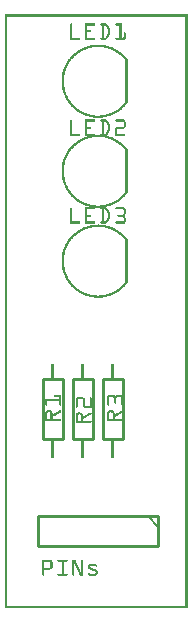
<source format=gto>
G04 MADE WITH FRITZING*
G04 WWW.FRITZING.ORG*
G04 DOUBLE SIDED*
G04 HOLES PLATED*
G04 CONTOUR ON CENTER OF CONTOUR VECTOR*
%ASAXBY*%
%FSLAX23Y23*%
%MOIN*%
%OFA0B0*%
%SFA1.0B1.0*%
%ADD10C,0.010000*%
%ADD11C,0.005000*%
%ADD12R,0.001000X0.001000*%
%LNSILK1*%
G90*
G70*
G54D10*
X228Y566D02*
X228Y766D01*
D02*
X228Y766D02*
X294Y766D01*
D02*
X294Y766D02*
X294Y566D01*
D02*
X294Y566D02*
X228Y566D01*
D02*
X128Y566D02*
X128Y766D01*
D02*
X128Y766D02*
X194Y766D01*
D02*
X194Y766D02*
X194Y566D01*
D02*
X194Y566D02*
X128Y566D01*
D02*
X328Y566D02*
X328Y766D01*
D02*
X328Y766D02*
X394Y766D01*
D02*
X394Y766D02*
X394Y566D01*
D02*
X394Y566D02*
X328Y566D01*
D02*
X511Y307D02*
X111Y307D01*
D02*
X111Y307D02*
X111Y207D01*
D02*
X111Y207D02*
X511Y207D01*
D02*
X511Y207D02*
X511Y307D01*
G54D11*
D02*
X476Y307D02*
X511Y272D01*
G54D12*
X0Y1980D02*
X609Y1980D01*
X0Y1979D02*
X609Y1979D01*
X0Y1978D02*
X609Y1978D01*
X0Y1977D02*
X609Y1977D01*
X0Y1976D02*
X609Y1976D01*
X0Y1975D02*
X609Y1975D01*
X0Y1974D02*
X609Y1974D01*
X0Y1973D02*
X609Y1973D01*
X0Y1972D02*
X7Y1972D01*
X602Y1972D02*
X609Y1972D01*
X0Y1971D02*
X7Y1971D01*
X602Y1971D02*
X609Y1971D01*
X0Y1970D02*
X7Y1970D01*
X602Y1970D02*
X609Y1970D01*
X0Y1969D02*
X7Y1969D01*
X602Y1969D02*
X609Y1969D01*
X0Y1968D02*
X7Y1968D01*
X602Y1968D02*
X609Y1968D01*
X0Y1967D02*
X7Y1967D01*
X602Y1967D02*
X609Y1967D01*
X0Y1966D02*
X7Y1966D01*
X602Y1966D02*
X609Y1966D01*
X0Y1965D02*
X7Y1965D01*
X602Y1965D02*
X609Y1965D01*
X0Y1964D02*
X7Y1964D01*
X602Y1964D02*
X609Y1964D01*
X0Y1963D02*
X7Y1963D01*
X602Y1963D02*
X609Y1963D01*
X0Y1962D02*
X7Y1962D01*
X602Y1962D02*
X609Y1962D01*
X0Y1961D02*
X7Y1961D01*
X602Y1961D02*
X609Y1961D01*
X0Y1960D02*
X7Y1960D01*
X602Y1960D02*
X609Y1960D01*
X0Y1959D02*
X7Y1959D01*
X602Y1959D02*
X609Y1959D01*
X0Y1958D02*
X7Y1958D01*
X602Y1958D02*
X609Y1958D01*
X0Y1957D02*
X7Y1957D01*
X602Y1957D02*
X609Y1957D01*
X0Y1956D02*
X7Y1956D01*
X602Y1956D02*
X609Y1956D01*
X0Y1955D02*
X7Y1955D01*
X602Y1955D02*
X609Y1955D01*
X0Y1954D02*
X7Y1954D01*
X602Y1954D02*
X609Y1954D01*
X0Y1953D02*
X7Y1953D01*
X602Y1953D02*
X609Y1953D01*
X0Y1952D02*
X7Y1952D01*
X602Y1952D02*
X609Y1952D01*
X0Y1951D02*
X7Y1951D01*
X602Y1951D02*
X609Y1951D01*
X0Y1950D02*
X7Y1950D01*
X220Y1950D02*
X223Y1950D01*
X269Y1950D02*
X301Y1950D01*
X320Y1950D02*
X338Y1950D01*
X370Y1950D02*
X389Y1950D01*
X602Y1950D02*
X609Y1950D01*
X0Y1949D02*
X7Y1949D01*
X219Y1949D02*
X224Y1949D01*
X269Y1949D02*
X302Y1949D01*
X319Y1949D02*
X340Y1949D01*
X369Y1949D02*
X389Y1949D01*
X602Y1949D02*
X609Y1949D01*
X0Y1948D02*
X7Y1948D01*
X219Y1948D02*
X224Y1948D01*
X269Y1948D02*
X302Y1948D01*
X319Y1948D02*
X341Y1948D01*
X369Y1948D02*
X389Y1948D01*
X602Y1948D02*
X609Y1948D01*
X0Y1947D02*
X7Y1947D01*
X219Y1947D02*
X225Y1947D01*
X269Y1947D02*
X302Y1947D01*
X319Y1947D02*
X342Y1947D01*
X369Y1947D02*
X389Y1947D01*
X602Y1947D02*
X609Y1947D01*
X0Y1946D02*
X7Y1946D01*
X219Y1946D02*
X225Y1946D01*
X269Y1946D02*
X302Y1946D01*
X319Y1946D02*
X343Y1946D01*
X369Y1946D02*
X389Y1946D01*
X602Y1946D02*
X609Y1946D01*
X0Y1945D02*
X7Y1945D01*
X219Y1945D02*
X225Y1945D01*
X269Y1945D02*
X301Y1945D01*
X320Y1945D02*
X344Y1945D01*
X370Y1945D02*
X389Y1945D01*
X602Y1945D02*
X609Y1945D01*
X0Y1944D02*
X7Y1944D01*
X219Y1944D02*
X225Y1944D01*
X269Y1944D02*
X300Y1944D01*
X321Y1944D02*
X344Y1944D01*
X371Y1944D02*
X389Y1944D01*
X602Y1944D02*
X609Y1944D01*
X0Y1943D02*
X7Y1943D01*
X219Y1943D02*
X225Y1943D01*
X269Y1943D02*
X275Y1943D01*
X326Y1943D02*
X332Y1943D01*
X337Y1943D02*
X345Y1943D01*
X383Y1943D02*
X389Y1943D01*
X602Y1943D02*
X609Y1943D01*
X0Y1942D02*
X7Y1942D01*
X219Y1942D02*
X225Y1942D01*
X269Y1942D02*
X275Y1942D01*
X326Y1942D02*
X332Y1942D01*
X338Y1942D02*
X345Y1942D01*
X383Y1942D02*
X389Y1942D01*
X602Y1942D02*
X609Y1942D01*
X0Y1941D02*
X7Y1941D01*
X219Y1941D02*
X225Y1941D01*
X269Y1941D02*
X275Y1941D01*
X326Y1941D02*
X332Y1941D01*
X339Y1941D02*
X346Y1941D01*
X383Y1941D02*
X389Y1941D01*
X602Y1941D02*
X609Y1941D01*
X0Y1940D02*
X7Y1940D01*
X219Y1940D02*
X225Y1940D01*
X269Y1940D02*
X275Y1940D01*
X326Y1940D02*
X332Y1940D01*
X339Y1940D02*
X346Y1940D01*
X383Y1940D02*
X389Y1940D01*
X602Y1940D02*
X609Y1940D01*
X0Y1939D02*
X7Y1939D01*
X219Y1939D02*
X225Y1939D01*
X269Y1939D02*
X275Y1939D01*
X326Y1939D02*
X332Y1939D01*
X340Y1939D02*
X347Y1939D01*
X383Y1939D02*
X389Y1939D01*
X602Y1939D02*
X609Y1939D01*
X0Y1938D02*
X7Y1938D01*
X219Y1938D02*
X225Y1938D01*
X269Y1938D02*
X275Y1938D01*
X326Y1938D02*
X332Y1938D01*
X340Y1938D02*
X347Y1938D01*
X383Y1938D02*
X389Y1938D01*
X602Y1938D02*
X609Y1938D01*
X0Y1937D02*
X7Y1937D01*
X219Y1937D02*
X225Y1937D01*
X269Y1937D02*
X275Y1937D01*
X326Y1937D02*
X332Y1937D01*
X341Y1937D02*
X348Y1937D01*
X383Y1937D02*
X389Y1937D01*
X602Y1937D02*
X609Y1937D01*
X0Y1936D02*
X7Y1936D01*
X219Y1936D02*
X225Y1936D01*
X269Y1936D02*
X275Y1936D01*
X326Y1936D02*
X332Y1936D01*
X341Y1936D02*
X348Y1936D01*
X383Y1936D02*
X389Y1936D01*
X602Y1936D02*
X609Y1936D01*
X0Y1935D02*
X7Y1935D01*
X219Y1935D02*
X225Y1935D01*
X269Y1935D02*
X275Y1935D01*
X326Y1935D02*
X332Y1935D01*
X342Y1935D02*
X349Y1935D01*
X383Y1935D02*
X389Y1935D01*
X602Y1935D02*
X609Y1935D01*
X0Y1934D02*
X7Y1934D01*
X219Y1934D02*
X225Y1934D01*
X269Y1934D02*
X275Y1934D01*
X326Y1934D02*
X332Y1934D01*
X342Y1934D02*
X349Y1934D01*
X383Y1934D02*
X389Y1934D01*
X602Y1934D02*
X609Y1934D01*
X0Y1933D02*
X7Y1933D01*
X219Y1933D02*
X225Y1933D01*
X269Y1933D02*
X275Y1933D01*
X326Y1933D02*
X332Y1933D01*
X343Y1933D02*
X350Y1933D01*
X383Y1933D02*
X389Y1933D01*
X602Y1933D02*
X609Y1933D01*
X0Y1932D02*
X7Y1932D01*
X219Y1932D02*
X225Y1932D01*
X269Y1932D02*
X275Y1932D01*
X326Y1932D02*
X332Y1932D01*
X343Y1932D02*
X350Y1932D01*
X383Y1932D02*
X389Y1932D01*
X602Y1932D02*
X609Y1932D01*
X0Y1931D02*
X7Y1931D01*
X219Y1931D02*
X225Y1931D01*
X269Y1931D02*
X275Y1931D01*
X326Y1931D02*
X332Y1931D01*
X344Y1931D02*
X351Y1931D01*
X383Y1931D02*
X389Y1931D01*
X602Y1931D02*
X609Y1931D01*
X0Y1930D02*
X7Y1930D01*
X219Y1930D02*
X225Y1930D01*
X269Y1930D02*
X275Y1930D01*
X326Y1930D02*
X332Y1930D01*
X344Y1930D02*
X351Y1930D01*
X383Y1930D02*
X389Y1930D01*
X602Y1930D02*
X609Y1930D01*
X0Y1929D02*
X7Y1929D01*
X219Y1929D02*
X225Y1929D01*
X269Y1929D02*
X275Y1929D01*
X326Y1929D02*
X332Y1929D01*
X345Y1929D02*
X351Y1929D01*
X383Y1929D02*
X389Y1929D01*
X602Y1929D02*
X609Y1929D01*
X0Y1928D02*
X7Y1928D01*
X219Y1928D02*
X225Y1928D01*
X269Y1928D02*
X275Y1928D01*
X326Y1928D02*
X332Y1928D01*
X345Y1928D02*
X352Y1928D01*
X383Y1928D02*
X389Y1928D01*
X602Y1928D02*
X609Y1928D01*
X0Y1927D02*
X7Y1927D01*
X219Y1927D02*
X225Y1927D01*
X269Y1927D02*
X286Y1927D01*
X326Y1927D02*
X332Y1927D01*
X346Y1927D02*
X352Y1927D01*
X383Y1927D02*
X389Y1927D01*
X602Y1927D02*
X609Y1927D01*
X0Y1926D02*
X7Y1926D01*
X219Y1926D02*
X225Y1926D01*
X269Y1926D02*
X288Y1926D01*
X326Y1926D02*
X332Y1926D01*
X346Y1926D02*
X352Y1926D01*
X383Y1926D02*
X389Y1926D01*
X602Y1926D02*
X609Y1926D01*
X0Y1925D02*
X7Y1925D01*
X219Y1925D02*
X225Y1925D01*
X269Y1925D02*
X288Y1925D01*
X326Y1925D02*
X332Y1925D01*
X346Y1925D02*
X352Y1925D01*
X383Y1925D02*
X389Y1925D01*
X602Y1925D02*
X609Y1925D01*
X0Y1924D02*
X7Y1924D01*
X219Y1924D02*
X225Y1924D01*
X269Y1924D02*
X288Y1924D01*
X326Y1924D02*
X332Y1924D01*
X346Y1924D02*
X352Y1924D01*
X383Y1924D02*
X389Y1924D01*
X602Y1924D02*
X609Y1924D01*
X0Y1923D02*
X7Y1923D01*
X219Y1923D02*
X225Y1923D01*
X269Y1923D02*
X288Y1923D01*
X326Y1923D02*
X332Y1923D01*
X346Y1923D02*
X352Y1923D01*
X383Y1923D02*
X389Y1923D01*
X602Y1923D02*
X609Y1923D01*
X0Y1922D02*
X7Y1922D01*
X219Y1922D02*
X225Y1922D01*
X269Y1922D02*
X288Y1922D01*
X326Y1922D02*
X332Y1922D01*
X346Y1922D02*
X352Y1922D01*
X383Y1922D02*
X389Y1922D01*
X602Y1922D02*
X609Y1922D01*
X0Y1921D02*
X7Y1921D01*
X219Y1921D02*
X225Y1921D01*
X269Y1921D02*
X287Y1921D01*
X326Y1921D02*
X332Y1921D01*
X346Y1921D02*
X352Y1921D01*
X383Y1921D02*
X389Y1921D01*
X399Y1921D02*
X400Y1921D01*
X602Y1921D02*
X609Y1921D01*
X0Y1920D02*
X7Y1920D01*
X219Y1920D02*
X225Y1920D01*
X269Y1920D02*
X275Y1920D01*
X326Y1920D02*
X332Y1920D01*
X345Y1920D02*
X352Y1920D01*
X383Y1920D02*
X389Y1920D01*
X397Y1920D02*
X402Y1920D01*
X602Y1920D02*
X609Y1920D01*
X0Y1919D02*
X7Y1919D01*
X219Y1919D02*
X225Y1919D01*
X269Y1919D02*
X275Y1919D01*
X326Y1919D02*
X332Y1919D01*
X345Y1919D02*
X352Y1919D01*
X383Y1919D02*
X389Y1919D01*
X397Y1919D02*
X402Y1919D01*
X602Y1919D02*
X609Y1919D01*
X0Y1918D02*
X7Y1918D01*
X219Y1918D02*
X225Y1918D01*
X269Y1918D02*
X275Y1918D01*
X326Y1918D02*
X332Y1918D01*
X345Y1918D02*
X351Y1918D01*
X383Y1918D02*
X389Y1918D01*
X397Y1918D02*
X403Y1918D01*
X602Y1918D02*
X609Y1918D01*
X0Y1917D02*
X7Y1917D01*
X219Y1917D02*
X225Y1917D01*
X269Y1917D02*
X275Y1917D01*
X326Y1917D02*
X332Y1917D01*
X344Y1917D02*
X351Y1917D01*
X383Y1917D02*
X389Y1917D01*
X397Y1917D02*
X403Y1917D01*
X602Y1917D02*
X609Y1917D01*
X0Y1916D02*
X7Y1916D01*
X219Y1916D02*
X225Y1916D01*
X269Y1916D02*
X275Y1916D01*
X326Y1916D02*
X332Y1916D01*
X344Y1916D02*
X350Y1916D01*
X383Y1916D02*
X389Y1916D01*
X397Y1916D02*
X403Y1916D01*
X602Y1916D02*
X609Y1916D01*
X0Y1915D02*
X7Y1915D01*
X219Y1915D02*
X225Y1915D01*
X269Y1915D02*
X275Y1915D01*
X326Y1915D02*
X332Y1915D01*
X343Y1915D02*
X350Y1915D01*
X383Y1915D02*
X389Y1915D01*
X397Y1915D02*
X403Y1915D01*
X602Y1915D02*
X609Y1915D01*
X0Y1914D02*
X7Y1914D01*
X219Y1914D02*
X225Y1914D01*
X269Y1914D02*
X275Y1914D01*
X326Y1914D02*
X332Y1914D01*
X343Y1914D02*
X349Y1914D01*
X383Y1914D02*
X389Y1914D01*
X397Y1914D02*
X403Y1914D01*
X602Y1914D02*
X609Y1914D01*
X0Y1913D02*
X7Y1913D01*
X219Y1913D02*
X225Y1913D01*
X269Y1913D02*
X275Y1913D01*
X326Y1913D02*
X332Y1913D01*
X342Y1913D02*
X349Y1913D01*
X383Y1913D02*
X389Y1913D01*
X397Y1913D02*
X403Y1913D01*
X602Y1913D02*
X609Y1913D01*
X0Y1912D02*
X7Y1912D01*
X219Y1912D02*
X225Y1912D01*
X269Y1912D02*
X275Y1912D01*
X326Y1912D02*
X332Y1912D01*
X341Y1912D02*
X348Y1912D01*
X383Y1912D02*
X389Y1912D01*
X397Y1912D02*
X403Y1912D01*
X602Y1912D02*
X609Y1912D01*
X0Y1911D02*
X7Y1911D01*
X219Y1911D02*
X225Y1911D01*
X269Y1911D02*
X275Y1911D01*
X326Y1911D02*
X332Y1911D01*
X341Y1911D02*
X348Y1911D01*
X383Y1911D02*
X389Y1911D01*
X397Y1911D02*
X403Y1911D01*
X602Y1911D02*
X609Y1911D01*
X0Y1910D02*
X7Y1910D01*
X219Y1910D02*
X225Y1910D01*
X269Y1910D02*
X275Y1910D01*
X326Y1910D02*
X332Y1910D01*
X340Y1910D02*
X347Y1910D01*
X383Y1910D02*
X389Y1910D01*
X397Y1910D02*
X403Y1910D01*
X602Y1910D02*
X609Y1910D01*
X0Y1909D02*
X7Y1909D01*
X219Y1909D02*
X225Y1909D01*
X269Y1909D02*
X275Y1909D01*
X326Y1909D02*
X332Y1909D01*
X340Y1909D02*
X347Y1909D01*
X383Y1909D02*
X389Y1909D01*
X397Y1909D02*
X403Y1909D01*
X602Y1909D02*
X609Y1909D01*
X0Y1908D02*
X7Y1908D01*
X219Y1908D02*
X225Y1908D01*
X269Y1908D02*
X275Y1908D01*
X326Y1908D02*
X332Y1908D01*
X339Y1908D02*
X346Y1908D01*
X383Y1908D02*
X389Y1908D01*
X397Y1908D02*
X403Y1908D01*
X602Y1908D02*
X609Y1908D01*
X0Y1907D02*
X7Y1907D01*
X219Y1907D02*
X225Y1907D01*
X269Y1907D02*
X275Y1907D01*
X326Y1907D02*
X332Y1907D01*
X339Y1907D02*
X346Y1907D01*
X383Y1907D02*
X389Y1907D01*
X397Y1907D02*
X403Y1907D01*
X602Y1907D02*
X609Y1907D01*
X0Y1906D02*
X7Y1906D01*
X219Y1906D02*
X225Y1906D01*
X269Y1906D02*
X275Y1906D01*
X326Y1906D02*
X332Y1906D01*
X338Y1906D02*
X345Y1906D01*
X383Y1906D02*
X389Y1906D01*
X397Y1906D02*
X403Y1906D01*
X602Y1906D02*
X609Y1906D01*
X0Y1905D02*
X7Y1905D01*
X219Y1905D02*
X225Y1905D01*
X269Y1905D02*
X275Y1905D01*
X326Y1905D02*
X332Y1905D01*
X338Y1905D02*
X345Y1905D01*
X383Y1905D02*
X389Y1905D01*
X397Y1905D02*
X403Y1905D01*
X602Y1905D02*
X609Y1905D01*
X0Y1904D02*
X7Y1904D01*
X219Y1904D02*
X225Y1904D01*
X269Y1904D02*
X275Y1904D01*
X326Y1904D02*
X332Y1904D01*
X337Y1904D02*
X344Y1904D01*
X383Y1904D02*
X389Y1904D01*
X396Y1904D02*
X403Y1904D01*
X602Y1904D02*
X609Y1904D01*
X0Y1903D02*
X7Y1903D01*
X219Y1903D02*
X250Y1903D01*
X269Y1903D02*
X301Y1903D01*
X320Y1903D02*
X344Y1903D01*
X371Y1903D02*
X403Y1903D01*
X602Y1903D02*
X609Y1903D01*
X0Y1902D02*
X7Y1902D01*
X219Y1902D02*
X251Y1902D01*
X269Y1902D02*
X302Y1902D01*
X319Y1902D02*
X343Y1902D01*
X370Y1902D02*
X403Y1902D01*
X602Y1902D02*
X609Y1902D01*
X0Y1901D02*
X7Y1901D01*
X219Y1901D02*
X252Y1901D01*
X269Y1901D02*
X302Y1901D01*
X319Y1901D02*
X343Y1901D01*
X369Y1901D02*
X403Y1901D01*
X602Y1901D02*
X609Y1901D01*
X0Y1900D02*
X7Y1900D01*
X219Y1900D02*
X252Y1900D01*
X269Y1900D02*
X302Y1900D01*
X319Y1900D02*
X342Y1900D01*
X369Y1900D02*
X403Y1900D01*
X602Y1900D02*
X609Y1900D01*
X0Y1899D02*
X7Y1899D01*
X219Y1899D02*
X252Y1899D01*
X269Y1899D02*
X302Y1899D01*
X319Y1899D02*
X341Y1899D01*
X369Y1899D02*
X402Y1899D01*
X602Y1899D02*
X609Y1899D01*
X0Y1898D02*
X7Y1898D01*
X219Y1898D02*
X251Y1898D01*
X269Y1898D02*
X301Y1898D01*
X320Y1898D02*
X339Y1898D01*
X370Y1898D02*
X402Y1898D01*
X602Y1898D02*
X609Y1898D01*
X0Y1897D02*
X7Y1897D01*
X219Y1897D02*
X250Y1897D01*
X269Y1897D02*
X300Y1897D01*
X321Y1897D02*
X337Y1897D01*
X371Y1897D02*
X400Y1897D01*
X602Y1897D02*
X609Y1897D01*
X0Y1896D02*
X7Y1896D01*
X602Y1896D02*
X609Y1896D01*
X0Y1895D02*
X7Y1895D01*
X602Y1895D02*
X609Y1895D01*
X0Y1894D02*
X7Y1894D01*
X602Y1894D02*
X609Y1894D01*
X0Y1893D02*
X7Y1893D01*
X602Y1893D02*
X609Y1893D01*
X0Y1892D02*
X7Y1892D01*
X602Y1892D02*
X609Y1892D01*
X0Y1891D02*
X7Y1891D01*
X602Y1891D02*
X609Y1891D01*
X0Y1890D02*
X7Y1890D01*
X602Y1890D02*
X609Y1890D01*
X0Y1889D02*
X7Y1889D01*
X602Y1889D02*
X609Y1889D01*
X0Y1888D02*
X7Y1888D01*
X602Y1888D02*
X609Y1888D01*
X0Y1887D02*
X7Y1887D01*
X602Y1887D02*
X609Y1887D01*
X0Y1886D02*
X7Y1886D01*
X602Y1886D02*
X609Y1886D01*
X0Y1885D02*
X7Y1885D01*
X602Y1885D02*
X609Y1885D01*
X0Y1884D02*
X7Y1884D01*
X602Y1884D02*
X609Y1884D01*
X0Y1883D02*
X7Y1883D01*
X602Y1883D02*
X609Y1883D01*
X0Y1882D02*
X7Y1882D01*
X602Y1882D02*
X609Y1882D01*
X0Y1881D02*
X7Y1881D01*
X602Y1881D02*
X609Y1881D01*
X0Y1880D02*
X7Y1880D01*
X602Y1880D02*
X609Y1880D01*
X0Y1879D02*
X7Y1879D01*
X298Y1879D02*
X325Y1879D01*
X602Y1879D02*
X609Y1879D01*
X0Y1878D02*
X7Y1878D01*
X291Y1878D02*
X331Y1878D01*
X602Y1878D02*
X609Y1878D01*
X0Y1877D02*
X7Y1877D01*
X286Y1877D02*
X337Y1877D01*
X602Y1877D02*
X609Y1877D01*
X0Y1876D02*
X7Y1876D01*
X282Y1876D02*
X341Y1876D01*
X602Y1876D02*
X609Y1876D01*
X0Y1875D02*
X7Y1875D01*
X278Y1875D02*
X345Y1875D01*
X602Y1875D02*
X609Y1875D01*
X0Y1874D02*
X7Y1874D01*
X275Y1874D02*
X348Y1874D01*
X602Y1874D02*
X609Y1874D01*
X0Y1873D02*
X7Y1873D01*
X272Y1873D02*
X351Y1873D01*
X602Y1873D02*
X609Y1873D01*
X0Y1872D02*
X7Y1872D01*
X269Y1872D02*
X354Y1872D01*
X602Y1872D02*
X609Y1872D01*
X0Y1871D02*
X7Y1871D01*
X266Y1871D02*
X296Y1871D01*
X327Y1871D02*
X356Y1871D01*
X602Y1871D02*
X609Y1871D01*
X0Y1870D02*
X7Y1870D01*
X264Y1870D02*
X290Y1870D01*
X333Y1870D02*
X359Y1870D01*
X602Y1870D02*
X609Y1870D01*
X0Y1869D02*
X7Y1869D01*
X262Y1869D02*
X285Y1869D01*
X338Y1869D02*
X361Y1869D01*
X602Y1869D02*
X609Y1869D01*
X0Y1868D02*
X7Y1868D01*
X260Y1868D02*
X281Y1868D01*
X342Y1868D02*
X363Y1868D01*
X602Y1868D02*
X609Y1868D01*
X0Y1867D02*
X7Y1867D01*
X257Y1867D02*
X277Y1867D01*
X345Y1867D02*
X365Y1867D01*
X602Y1867D02*
X609Y1867D01*
X0Y1866D02*
X7Y1866D01*
X255Y1866D02*
X274Y1866D01*
X348Y1866D02*
X367Y1866D01*
X602Y1866D02*
X609Y1866D01*
X0Y1865D02*
X7Y1865D01*
X254Y1865D02*
X271Y1865D01*
X351Y1865D02*
X369Y1865D01*
X602Y1865D02*
X609Y1865D01*
X0Y1864D02*
X7Y1864D01*
X252Y1864D02*
X269Y1864D01*
X354Y1864D02*
X371Y1864D01*
X602Y1864D02*
X609Y1864D01*
X0Y1863D02*
X7Y1863D01*
X250Y1863D02*
X266Y1863D01*
X356Y1863D02*
X373Y1863D01*
X602Y1863D02*
X609Y1863D01*
X0Y1862D02*
X7Y1862D01*
X248Y1862D02*
X264Y1862D01*
X358Y1862D02*
X374Y1862D01*
X602Y1862D02*
X609Y1862D01*
X0Y1861D02*
X7Y1861D01*
X247Y1861D02*
X262Y1861D01*
X361Y1861D02*
X376Y1861D01*
X602Y1861D02*
X609Y1861D01*
X0Y1860D02*
X7Y1860D01*
X245Y1860D02*
X260Y1860D01*
X363Y1860D02*
X377Y1860D01*
X602Y1860D02*
X609Y1860D01*
X0Y1859D02*
X7Y1859D01*
X244Y1859D02*
X258Y1859D01*
X365Y1859D02*
X379Y1859D01*
X602Y1859D02*
X609Y1859D01*
X0Y1858D02*
X7Y1858D01*
X242Y1858D02*
X256Y1858D01*
X367Y1858D02*
X380Y1858D01*
X602Y1858D02*
X609Y1858D01*
X0Y1857D02*
X7Y1857D01*
X241Y1857D02*
X254Y1857D01*
X368Y1857D02*
X382Y1857D01*
X602Y1857D02*
X609Y1857D01*
X0Y1856D02*
X7Y1856D01*
X239Y1856D02*
X252Y1856D01*
X370Y1856D02*
X383Y1856D01*
X602Y1856D02*
X609Y1856D01*
X0Y1855D02*
X7Y1855D01*
X238Y1855D02*
X251Y1855D01*
X372Y1855D02*
X384Y1855D01*
X602Y1855D02*
X609Y1855D01*
X0Y1854D02*
X7Y1854D01*
X237Y1854D02*
X249Y1854D01*
X373Y1854D02*
X386Y1854D01*
X602Y1854D02*
X609Y1854D01*
X0Y1853D02*
X7Y1853D01*
X236Y1853D02*
X248Y1853D01*
X375Y1853D02*
X387Y1853D01*
X602Y1853D02*
X609Y1853D01*
X0Y1852D02*
X7Y1852D01*
X234Y1852D02*
X246Y1852D01*
X376Y1852D02*
X388Y1852D01*
X602Y1852D02*
X609Y1852D01*
X0Y1851D02*
X7Y1851D01*
X233Y1851D02*
X245Y1851D01*
X378Y1851D02*
X389Y1851D01*
X602Y1851D02*
X609Y1851D01*
X0Y1850D02*
X7Y1850D01*
X232Y1850D02*
X243Y1850D01*
X379Y1850D02*
X391Y1850D01*
X602Y1850D02*
X609Y1850D01*
X0Y1849D02*
X7Y1849D01*
X231Y1849D02*
X242Y1849D01*
X380Y1849D02*
X392Y1849D01*
X602Y1849D02*
X609Y1849D01*
X0Y1848D02*
X7Y1848D01*
X230Y1848D02*
X241Y1848D01*
X382Y1848D02*
X393Y1848D01*
X602Y1848D02*
X609Y1848D01*
X0Y1847D02*
X7Y1847D01*
X229Y1847D02*
X239Y1847D01*
X383Y1847D02*
X394Y1847D01*
X602Y1847D02*
X609Y1847D01*
X0Y1846D02*
X7Y1846D01*
X228Y1846D02*
X238Y1846D01*
X384Y1846D02*
X395Y1846D01*
X602Y1846D02*
X609Y1846D01*
X0Y1845D02*
X7Y1845D01*
X226Y1845D02*
X237Y1845D01*
X385Y1845D02*
X396Y1845D01*
X602Y1845D02*
X609Y1845D01*
X0Y1844D02*
X7Y1844D01*
X226Y1844D02*
X236Y1844D01*
X387Y1844D02*
X397Y1844D01*
X602Y1844D02*
X609Y1844D01*
X0Y1843D02*
X7Y1843D01*
X225Y1843D02*
X235Y1843D01*
X388Y1843D02*
X398Y1843D01*
X602Y1843D02*
X609Y1843D01*
X0Y1842D02*
X7Y1842D01*
X224Y1842D02*
X234Y1842D01*
X389Y1842D02*
X399Y1842D01*
X602Y1842D02*
X609Y1842D01*
X0Y1841D02*
X7Y1841D01*
X223Y1841D02*
X233Y1841D01*
X390Y1841D02*
X400Y1841D01*
X602Y1841D02*
X609Y1841D01*
X0Y1840D02*
X7Y1840D01*
X222Y1840D02*
X232Y1840D01*
X391Y1840D02*
X401Y1840D01*
X602Y1840D02*
X609Y1840D01*
X0Y1839D02*
X7Y1839D01*
X221Y1839D02*
X231Y1839D01*
X392Y1839D02*
X402Y1839D01*
X602Y1839D02*
X609Y1839D01*
X0Y1838D02*
X7Y1838D01*
X220Y1838D02*
X230Y1838D01*
X393Y1838D02*
X403Y1838D01*
X602Y1838D02*
X609Y1838D01*
X0Y1837D02*
X7Y1837D01*
X219Y1837D02*
X229Y1837D01*
X394Y1837D02*
X404Y1837D01*
X602Y1837D02*
X609Y1837D01*
X0Y1836D02*
X7Y1836D01*
X218Y1836D02*
X228Y1836D01*
X395Y1836D02*
X404Y1836D01*
X602Y1836D02*
X609Y1836D01*
X0Y1835D02*
X7Y1835D01*
X217Y1835D02*
X227Y1835D01*
X396Y1835D02*
X405Y1835D01*
X602Y1835D02*
X609Y1835D01*
X0Y1834D02*
X7Y1834D01*
X217Y1834D02*
X226Y1834D01*
X397Y1834D02*
X406Y1834D01*
X602Y1834D02*
X609Y1834D01*
X0Y1833D02*
X7Y1833D01*
X216Y1833D02*
X225Y1833D01*
X398Y1833D02*
X407Y1833D01*
X602Y1833D02*
X609Y1833D01*
X0Y1832D02*
X7Y1832D01*
X215Y1832D02*
X224Y1832D01*
X398Y1832D02*
X408Y1832D01*
X602Y1832D02*
X609Y1832D01*
X0Y1831D02*
X7Y1831D01*
X214Y1831D02*
X223Y1831D01*
X399Y1831D02*
X408Y1831D01*
X602Y1831D02*
X609Y1831D01*
X0Y1830D02*
X7Y1830D01*
X213Y1830D02*
X222Y1830D01*
X400Y1830D02*
X409Y1830D01*
X602Y1830D02*
X609Y1830D01*
X0Y1829D02*
X7Y1829D01*
X213Y1829D02*
X222Y1829D01*
X401Y1829D02*
X409Y1829D01*
X602Y1829D02*
X609Y1829D01*
X0Y1828D02*
X7Y1828D01*
X212Y1828D02*
X221Y1828D01*
X402Y1828D02*
X409Y1828D01*
X602Y1828D02*
X609Y1828D01*
X0Y1827D02*
X7Y1827D01*
X211Y1827D02*
X220Y1827D01*
X402Y1827D02*
X409Y1827D01*
X602Y1827D02*
X609Y1827D01*
X0Y1826D02*
X7Y1826D01*
X211Y1826D02*
X219Y1826D01*
X402Y1826D02*
X409Y1826D01*
X602Y1826D02*
X609Y1826D01*
X0Y1825D02*
X7Y1825D01*
X210Y1825D02*
X219Y1825D01*
X402Y1825D02*
X409Y1825D01*
X602Y1825D02*
X609Y1825D01*
X0Y1824D02*
X7Y1824D01*
X209Y1824D02*
X218Y1824D01*
X402Y1824D02*
X409Y1824D01*
X602Y1824D02*
X609Y1824D01*
X0Y1823D02*
X7Y1823D01*
X209Y1823D02*
X217Y1823D01*
X402Y1823D02*
X409Y1823D01*
X602Y1823D02*
X609Y1823D01*
X0Y1822D02*
X7Y1822D01*
X208Y1822D02*
X216Y1822D01*
X402Y1822D02*
X409Y1822D01*
X602Y1822D02*
X609Y1822D01*
X0Y1821D02*
X7Y1821D01*
X207Y1821D02*
X216Y1821D01*
X402Y1821D02*
X409Y1821D01*
X602Y1821D02*
X609Y1821D01*
X0Y1820D02*
X7Y1820D01*
X207Y1820D02*
X215Y1820D01*
X402Y1820D02*
X409Y1820D01*
X602Y1820D02*
X609Y1820D01*
X0Y1819D02*
X7Y1819D01*
X206Y1819D02*
X214Y1819D01*
X402Y1819D02*
X409Y1819D01*
X602Y1819D02*
X609Y1819D01*
X0Y1818D02*
X7Y1818D01*
X206Y1818D02*
X214Y1818D01*
X402Y1818D02*
X409Y1818D01*
X602Y1818D02*
X609Y1818D01*
X0Y1817D02*
X7Y1817D01*
X205Y1817D02*
X213Y1817D01*
X402Y1817D02*
X409Y1817D01*
X602Y1817D02*
X609Y1817D01*
X0Y1816D02*
X7Y1816D01*
X205Y1816D02*
X213Y1816D01*
X402Y1816D02*
X409Y1816D01*
X602Y1816D02*
X609Y1816D01*
X0Y1815D02*
X7Y1815D01*
X204Y1815D02*
X212Y1815D01*
X402Y1815D02*
X409Y1815D01*
X602Y1815D02*
X609Y1815D01*
X0Y1814D02*
X7Y1814D01*
X204Y1814D02*
X211Y1814D01*
X402Y1814D02*
X409Y1814D01*
X602Y1814D02*
X609Y1814D01*
X0Y1813D02*
X7Y1813D01*
X203Y1813D02*
X211Y1813D01*
X402Y1813D02*
X409Y1813D01*
X602Y1813D02*
X609Y1813D01*
X0Y1812D02*
X7Y1812D01*
X203Y1812D02*
X210Y1812D01*
X402Y1812D02*
X409Y1812D01*
X602Y1812D02*
X609Y1812D01*
X0Y1811D02*
X7Y1811D01*
X202Y1811D02*
X210Y1811D01*
X402Y1811D02*
X409Y1811D01*
X602Y1811D02*
X609Y1811D01*
X0Y1810D02*
X7Y1810D01*
X202Y1810D02*
X209Y1810D01*
X402Y1810D02*
X409Y1810D01*
X602Y1810D02*
X609Y1810D01*
X0Y1809D02*
X7Y1809D01*
X201Y1809D02*
X209Y1809D01*
X402Y1809D02*
X409Y1809D01*
X602Y1809D02*
X609Y1809D01*
X0Y1808D02*
X7Y1808D01*
X201Y1808D02*
X208Y1808D01*
X402Y1808D02*
X409Y1808D01*
X602Y1808D02*
X609Y1808D01*
X0Y1807D02*
X7Y1807D01*
X200Y1807D02*
X208Y1807D01*
X402Y1807D02*
X409Y1807D01*
X602Y1807D02*
X609Y1807D01*
X0Y1806D02*
X7Y1806D01*
X200Y1806D02*
X207Y1806D01*
X402Y1806D02*
X409Y1806D01*
X602Y1806D02*
X609Y1806D01*
X0Y1805D02*
X7Y1805D01*
X199Y1805D02*
X207Y1805D01*
X402Y1805D02*
X409Y1805D01*
X602Y1805D02*
X609Y1805D01*
X0Y1804D02*
X7Y1804D01*
X199Y1804D02*
X206Y1804D01*
X402Y1804D02*
X409Y1804D01*
X602Y1804D02*
X609Y1804D01*
X0Y1803D02*
X7Y1803D01*
X199Y1803D02*
X206Y1803D01*
X402Y1803D02*
X409Y1803D01*
X602Y1803D02*
X609Y1803D01*
X0Y1802D02*
X7Y1802D01*
X198Y1802D02*
X206Y1802D01*
X402Y1802D02*
X409Y1802D01*
X602Y1802D02*
X609Y1802D01*
X0Y1801D02*
X7Y1801D01*
X198Y1801D02*
X205Y1801D01*
X402Y1801D02*
X409Y1801D01*
X602Y1801D02*
X609Y1801D01*
X0Y1800D02*
X7Y1800D01*
X197Y1800D02*
X205Y1800D01*
X402Y1800D02*
X409Y1800D01*
X602Y1800D02*
X609Y1800D01*
X0Y1799D02*
X7Y1799D01*
X197Y1799D02*
X204Y1799D01*
X402Y1799D02*
X409Y1799D01*
X602Y1799D02*
X609Y1799D01*
X0Y1798D02*
X7Y1798D01*
X197Y1798D02*
X204Y1798D01*
X402Y1798D02*
X409Y1798D01*
X602Y1798D02*
X609Y1798D01*
X0Y1797D02*
X7Y1797D01*
X196Y1797D02*
X204Y1797D01*
X402Y1797D02*
X409Y1797D01*
X602Y1797D02*
X609Y1797D01*
X0Y1796D02*
X7Y1796D01*
X196Y1796D02*
X203Y1796D01*
X402Y1796D02*
X409Y1796D01*
X602Y1796D02*
X609Y1796D01*
X0Y1795D02*
X7Y1795D01*
X196Y1795D02*
X203Y1795D01*
X402Y1795D02*
X409Y1795D01*
X602Y1795D02*
X609Y1795D01*
X0Y1794D02*
X7Y1794D01*
X195Y1794D02*
X203Y1794D01*
X402Y1794D02*
X409Y1794D01*
X602Y1794D02*
X609Y1794D01*
X0Y1793D02*
X7Y1793D01*
X195Y1793D02*
X202Y1793D01*
X402Y1793D02*
X409Y1793D01*
X602Y1793D02*
X609Y1793D01*
X0Y1792D02*
X7Y1792D01*
X195Y1792D02*
X202Y1792D01*
X402Y1792D02*
X409Y1792D01*
X602Y1792D02*
X609Y1792D01*
X0Y1791D02*
X7Y1791D01*
X195Y1791D02*
X202Y1791D01*
X402Y1791D02*
X409Y1791D01*
X602Y1791D02*
X609Y1791D01*
X0Y1790D02*
X7Y1790D01*
X194Y1790D02*
X201Y1790D01*
X402Y1790D02*
X409Y1790D01*
X602Y1790D02*
X609Y1790D01*
X0Y1789D02*
X7Y1789D01*
X194Y1789D02*
X201Y1789D01*
X402Y1789D02*
X409Y1789D01*
X602Y1789D02*
X609Y1789D01*
X0Y1788D02*
X7Y1788D01*
X194Y1788D02*
X201Y1788D01*
X402Y1788D02*
X409Y1788D01*
X602Y1788D02*
X609Y1788D01*
X0Y1787D02*
X7Y1787D01*
X193Y1787D02*
X200Y1787D01*
X402Y1787D02*
X409Y1787D01*
X602Y1787D02*
X609Y1787D01*
X0Y1786D02*
X7Y1786D01*
X193Y1786D02*
X200Y1786D01*
X402Y1786D02*
X409Y1786D01*
X602Y1786D02*
X609Y1786D01*
X0Y1785D02*
X7Y1785D01*
X193Y1785D02*
X200Y1785D01*
X402Y1785D02*
X409Y1785D01*
X602Y1785D02*
X609Y1785D01*
X0Y1784D02*
X7Y1784D01*
X193Y1784D02*
X200Y1784D01*
X402Y1784D02*
X409Y1784D01*
X602Y1784D02*
X609Y1784D01*
X0Y1783D02*
X7Y1783D01*
X193Y1783D02*
X199Y1783D01*
X402Y1783D02*
X409Y1783D01*
X602Y1783D02*
X609Y1783D01*
X0Y1782D02*
X7Y1782D01*
X192Y1782D02*
X199Y1782D01*
X402Y1782D02*
X409Y1782D01*
X602Y1782D02*
X609Y1782D01*
X0Y1781D02*
X7Y1781D01*
X192Y1781D02*
X199Y1781D01*
X402Y1781D02*
X409Y1781D01*
X602Y1781D02*
X609Y1781D01*
X0Y1780D02*
X7Y1780D01*
X192Y1780D02*
X199Y1780D01*
X402Y1780D02*
X409Y1780D01*
X602Y1780D02*
X609Y1780D01*
X0Y1779D02*
X7Y1779D01*
X192Y1779D02*
X199Y1779D01*
X402Y1779D02*
X409Y1779D01*
X602Y1779D02*
X609Y1779D01*
X0Y1778D02*
X7Y1778D01*
X192Y1778D02*
X198Y1778D01*
X402Y1778D02*
X409Y1778D01*
X602Y1778D02*
X609Y1778D01*
X0Y1777D02*
X7Y1777D01*
X191Y1777D02*
X198Y1777D01*
X402Y1777D02*
X409Y1777D01*
X602Y1777D02*
X609Y1777D01*
X0Y1776D02*
X7Y1776D01*
X191Y1776D02*
X198Y1776D01*
X402Y1776D02*
X409Y1776D01*
X602Y1776D02*
X609Y1776D01*
X0Y1775D02*
X7Y1775D01*
X191Y1775D02*
X198Y1775D01*
X402Y1775D02*
X409Y1775D01*
X602Y1775D02*
X609Y1775D01*
X0Y1774D02*
X7Y1774D01*
X191Y1774D02*
X198Y1774D01*
X402Y1774D02*
X409Y1774D01*
X602Y1774D02*
X609Y1774D01*
X0Y1773D02*
X7Y1773D01*
X191Y1773D02*
X198Y1773D01*
X402Y1773D02*
X409Y1773D01*
X602Y1773D02*
X609Y1773D01*
X0Y1772D02*
X7Y1772D01*
X191Y1772D02*
X198Y1772D01*
X402Y1772D02*
X409Y1772D01*
X602Y1772D02*
X609Y1772D01*
X0Y1771D02*
X7Y1771D01*
X191Y1771D02*
X197Y1771D01*
X402Y1771D02*
X409Y1771D01*
X602Y1771D02*
X609Y1771D01*
X0Y1770D02*
X7Y1770D01*
X191Y1770D02*
X197Y1770D01*
X402Y1770D02*
X409Y1770D01*
X602Y1770D02*
X609Y1770D01*
X0Y1769D02*
X7Y1769D01*
X190Y1769D02*
X197Y1769D01*
X402Y1769D02*
X409Y1769D01*
X602Y1769D02*
X609Y1769D01*
X0Y1768D02*
X7Y1768D01*
X190Y1768D02*
X197Y1768D01*
X402Y1768D02*
X409Y1768D01*
X602Y1768D02*
X609Y1768D01*
X0Y1767D02*
X7Y1767D01*
X190Y1767D02*
X197Y1767D01*
X402Y1767D02*
X409Y1767D01*
X602Y1767D02*
X609Y1767D01*
X0Y1766D02*
X7Y1766D01*
X190Y1766D02*
X197Y1766D01*
X402Y1766D02*
X409Y1766D01*
X602Y1766D02*
X609Y1766D01*
X0Y1765D02*
X7Y1765D01*
X190Y1765D02*
X197Y1765D01*
X402Y1765D02*
X409Y1765D01*
X602Y1765D02*
X609Y1765D01*
X0Y1764D02*
X7Y1764D01*
X190Y1764D02*
X197Y1764D01*
X402Y1764D02*
X409Y1764D01*
X602Y1764D02*
X609Y1764D01*
X0Y1763D02*
X7Y1763D01*
X190Y1763D02*
X197Y1763D01*
X402Y1763D02*
X409Y1763D01*
X602Y1763D02*
X609Y1763D01*
X0Y1762D02*
X7Y1762D01*
X190Y1762D02*
X197Y1762D01*
X402Y1762D02*
X409Y1762D01*
X602Y1762D02*
X609Y1762D01*
X0Y1761D02*
X7Y1761D01*
X190Y1761D02*
X197Y1761D01*
X402Y1761D02*
X409Y1761D01*
X602Y1761D02*
X609Y1761D01*
X0Y1760D02*
X7Y1760D01*
X190Y1760D02*
X197Y1760D01*
X402Y1760D02*
X409Y1760D01*
X602Y1760D02*
X609Y1760D01*
X0Y1759D02*
X7Y1759D01*
X190Y1759D02*
X197Y1759D01*
X402Y1759D02*
X409Y1759D01*
X602Y1759D02*
X609Y1759D01*
X0Y1758D02*
X7Y1758D01*
X190Y1758D02*
X197Y1758D01*
X402Y1758D02*
X409Y1758D01*
X602Y1758D02*
X609Y1758D01*
X0Y1757D02*
X7Y1757D01*
X190Y1757D02*
X197Y1757D01*
X402Y1757D02*
X409Y1757D01*
X602Y1757D02*
X609Y1757D01*
X0Y1756D02*
X7Y1756D01*
X190Y1756D02*
X197Y1756D01*
X402Y1756D02*
X409Y1756D01*
X602Y1756D02*
X609Y1756D01*
X0Y1755D02*
X7Y1755D01*
X190Y1755D02*
X197Y1755D01*
X402Y1755D02*
X409Y1755D01*
X602Y1755D02*
X609Y1755D01*
X0Y1754D02*
X7Y1754D01*
X190Y1754D02*
X197Y1754D01*
X402Y1754D02*
X409Y1754D01*
X602Y1754D02*
X609Y1754D01*
X0Y1753D02*
X7Y1753D01*
X190Y1753D02*
X197Y1753D01*
X402Y1753D02*
X409Y1753D01*
X602Y1753D02*
X609Y1753D01*
X0Y1752D02*
X7Y1752D01*
X190Y1752D02*
X197Y1752D01*
X402Y1752D02*
X409Y1752D01*
X602Y1752D02*
X609Y1752D01*
X0Y1751D02*
X7Y1751D01*
X190Y1751D02*
X197Y1751D01*
X402Y1751D02*
X409Y1751D01*
X602Y1751D02*
X609Y1751D01*
X0Y1750D02*
X7Y1750D01*
X190Y1750D02*
X197Y1750D01*
X402Y1750D02*
X409Y1750D01*
X602Y1750D02*
X609Y1750D01*
X0Y1749D02*
X7Y1749D01*
X190Y1749D02*
X197Y1749D01*
X402Y1749D02*
X409Y1749D01*
X602Y1749D02*
X609Y1749D01*
X0Y1748D02*
X7Y1748D01*
X190Y1748D02*
X197Y1748D01*
X402Y1748D02*
X409Y1748D01*
X602Y1748D02*
X609Y1748D01*
X0Y1747D02*
X7Y1747D01*
X190Y1747D02*
X197Y1747D01*
X402Y1747D02*
X409Y1747D01*
X602Y1747D02*
X609Y1747D01*
X0Y1746D02*
X7Y1746D01*
X190Y1746D02*
X197Y1746D01*
X402Y1746D02*
X409Y1746D01*
X602Y1746D02*
X609Y1746D01*
X0Y1745D02*
X7Y1745D01*
X191Y1745D02*
X197Y1745D01*
X402Y1745D02*
X409Y1745D01*
X602Y1745D02*
X609Y1745D01*
X0Y1744D02*
X7Y1744D01*
X191Y1744D02*
X198Y1744D01*
X402Y1744D02*
X409Y1744D01*
X602Y1744D02*
X609Y1744D01*
X0Y1743D02*
X7Y1743D01*
X191Y1743D02*
X198Y1743D01*
X402Y1743D02*
X409Y1743D01*
X602Y1743D02*
X609Y1743D01*
X0Y1742D02*
X7Y1742D01*
X191Y1742D02*
X198Y1742D01*
X402Y1742D02*
X409Y1742D01*
X602Y1742D02*
X609Y1742D01*
X0Y1741D02*
X7Y1741D01*
X191Y1741D02*
X198Y1741D01*
X402Y1741D02*
X409Y1741D01*
X602Y1741D02*
X609Y1741D01*
X0Y1740D02*
X7Y1740D01*
X191Y1740D02*
X198Y1740D01*
X402Y1740D02*
X409Y1740D01*
X602Y1740D02*
X609Y1740D01*
X0Y1739D02*
X7Y1739D01*
X191Y1739D02*
X198Y1739D01*
X402Y1739D02*
X409Y1739D01*
X602Y1739D02*
X609Y1739D01*
X0Y1738D02*
X7Y1738D01*
X192Y1738D02*
X198Y1738D01*
X402Y1738D02*
X409Y1738D01*
X602Y1738D02*
X609Y1738D01*
X0Y1737D02*
X7Y1737D01*
X192Y1737D02*
X199Y1737D01*
X402Y1737D02*
X409Y1737D01*
X602Y1737D02*
X609Y1737D01*
X0Y1736D02*
X7Y1736D01*
X192Y1736D02*
X199Y1736D01*
X402Y1736D02*
X409Y1736D01*
X602Y1736D02*
X609Y1736D01*
X0Y1735D02*
X7Y1735D01*
X192Y1735D02*
X199Y1735D01*
X402Y1735D02*
X409Y1735D01*
X602Y1735D02*
X609Y1735D01*
X0Y1734D02*
X7Y1734D01*
X192Y1734D02*
X199Y1734D01*
X402Y1734D02*
X409Y1734D01*
X602Y1734D02*
X609Y1734D01*
X0Y1733D02*
X7Y1733D01*
X192Y1733D02*
X199Y1733D01*
X402Y1733D02*
X409Y1733D01*
X602Y1733D02*
X609Y1733D01*
X0Y1732D02*
X7Y1732D01*
X193Y1732D02*
X200Y1732D01*
X402Y1732D02*
X409Y1732D01*
X602Y1732D02*
X609Y1732D01*
X0Y1731D02*
X7Y1731D01*
X193Y1731D02*
X200Y1731D01*
X402Y1731D02*
X409Y1731D01*
X602Y1731D02*
X609Y1731D01*
X0Y1730D02*
X7Y1730D01*
X193Y1730D02*
X200Y1730D01*
X402Y1730D02*
X409Y1730D01*
X602Y1730D02*
X609Y1730D01*
X0Y1729D02*
X7Y1729D01*
X193Y1729D02*
X200Y1729D01*
X402Y1729D02*
X409Y1729D01*
X602Y1729D02*
X609Y1729D01*
X0Y1728D02*
X7Y1728D01*
X194Y1728D02*
X201Y1728D01*
X402Y1728D02*
X409Y1728D01*
X602Y1728D02*
X609Y1728D01*
X0Y1727D02*
X7Y1727D01*
X194Y1727D02*
X201Y1727D01*
X402Y1727D02*
X409Y1727D01*
X602Y1727D02*
X609Y1727D01*
X0Y1726D02*
X7Y1726D01*
X194Y1726D02*
X201Y1726D01*
X402Y1726D02*
X409Y1726D01*
X602Y1726D02*
X609Y1726D01*
X0Y1725D02*
X7Y1725D01*
X194Y1725D02*
X202Y1725D01*
X402Y1725D02*
X409Y1725D01*
X602Y1725D02*
X609Y1725D01*
X0Y1724D02*
X7Y1724D01*
X195Y1724D02*
X202Y1724D01*
X402Y1724D02*
X409Y1724D01*
X602Y1724D02*
X609Y1724D01*
X0Y1723D02*
X7Y1723D01*
X195Y1723D02*
X202Y1723D01*
X402Y1723D02*
X409Y1723D01*
X602Y1723D02*
X609Y1723D01*
X0Y1722D02*
X7Y1722D01*
X195Y1722D02*
X202Y1722D01*
X402Y1722D02*
X409Y1722D01*
X602Y1722D02*
X609Y1722D01*
X0Y1721D02*
X7Y1721D01*
X196Y1721D02*
X203Y1721D01*
X402Y1721D02*
X409Y1721D01*
X602Y1721D02*
X609Y1721D01*
X0Y1720D02*
X7Y1720D01*
X196Y1720D02*
X203Y1720D01*
X402Y1720D02*
X409Y1720D01*
X602Y1720D02*
X609Y1720D01*
X0Y1719D02*
X7Y1719D01*
X196Y1719D02*
X203Y1719D01*
X402Y1719D02*
X409Y1719D01*
X602Y1719D02*
X609Y1719D01*
X0Y1718D02*
X7Y1718D01*
X197Y1718D02*
X204Y1718D01*
X402Y1718D02*
X409Y1718D01*
X602Y1718D02*
X609Y1718D01*
X0Y1717D02*
X7Y1717D01*
X197Y1717D02*
X204Y1717D01*
X402Y1717D02*
X409Y1717D01*
X602Y1717D02*
X609Y1717D01*
X0Y1716D02*
X7Y1716D01*
X197Y1716D02*
X205Y1716D01*
X402Y1716D02*
X409Y1716D01*
X602Y1716D02*
X609Y1716D01*
X0Y1715D02*
X7Y1715D01*
X198Y1715D02*
X205Y1715D01*
X402Y1715D02*
X409Y1715D01*
X602Y1715D02*
X609Y1715D01*
X0Y1714D02*
X7Y1714D01*
X198Y1714D02*
X205Y1714D01*
X402Y1714D02*
X409Y1714D01*
X602Y1714D02*
X609Y1714D01*
X0Y1713D02*
X7Y1713D01*
X198Y1713D02*
X206Y1713D01*
X402Y1713D02*
X409Y1713D01*
X602Y1713D02*
X609Y1713D01*
X0Y1712D02*
X7Y1712D01*
X199Y1712D02*
X206Y1712D01*
X402Y1712D02*
X409Y1712D01*
X602Y1712D02*
X609Y1712D01*
X0Y1711D02*
X7Y1711D01*
X199Y1711D02*
X207Y1711D01*
X402Y1711D02*
X409Y1711D01*
X602Y1711D02*
X609Y1711D01*
X0Y1710D02*
X7Y1710D01*
X200Y1710D02*
X207Y1710D01*
X402Y1710D02*
X409Y1710D01*
X602Y1710D02*
X609Y1710D01*
X0Y1709D02*
X7Y1709D01*
X200Y1709D02*
X208Y1709D01*
X402Y1709D02*
X409Y1709D01*
X602Y1709D02*
X609Y1709D01*
X0Y1708D02*
X7Y1708D01*
X201Y1708D02*
X208Y1708D01*
X402Y1708D02*
X409Y1708D01*
X602Y1708D02*
X609Y1708D01*
X0Y1707D02*
X7Y1707D01*
X201Y1707D02*
X209Y1707D01*
X402Y1707D02*
X409Y1707D01*
X602Y1707D02*
X609Y1707D01*
X0Y1706D02*
X7Y1706D01*
X201Y1706D02*
X209Y1706D01*
X402Y1706D02*
X409Y1706D01*
X602Y1706D02*
X609Y1706D01*
X0Y1705D02*
X7Y1705D01*
X202Y1705D02*
X210Y1705D01*
X402Y1705D02*
X409Y1705D01*
X602Y1705D02*
X609Y1705D01*
X0Y1704D02*
X7Y1704D01*
X202Y1704D02*
X210Y1704D01*
X402Y1704D02*
X409Y1704D01*
X602Y1704D02*
X609Y1704D01*
X0Y1703D02*
X7Y1703D01*
X203Y1703D02*
X211Y1703D01*
X402Y1703D02*
X409Y1703D01*
X602Y1703D02*
X609Y1703D01*
X0Y1702D02*
X7Y1702D01*
X203Y1702D02*
X211Y1702D01*
X402Y1702D02*
X409Y1702D01*
X602Y1702D02*
X609Y1702D01*
X0Y1701D02*
X7Y1701D01*
X204Y1701D02*
X212Y1701D01*
X402Y1701D02*
X409Y1701D01*
X602Y1701D02*
X609Y1701D01*
X0Y1700D02*
X7Y1700D01*
X205Y1700D02*
X212Y1700D01*
X402Y1700D02*
X409Y1700D01*
X602Y1700D02*
X609Y1700D01*
X0Y1699D02*
X7Y1699D01*
X205Y1699D02*
X213Y1699D01*
X402Y1699D02*
X409Y1699D01*
X602Y1699D02*
X609Y1699D01*
X0Y1698D02*
X7Y1698D01*
X206Y1698D02*
X214Y1698D01*
X402Y1698D02*
X409Y1698D01*
X602Y1698D02*
X609Y1698D01*
X0Y1697D02*
X7Y1697D01*
X206Y1697D02*
X214Y1697D01*
X402Y1697D02*
X409Y1697D01*
X602Y1697D02*
X609Y1697D01*
X0Y1696D02*
X7Y1696D01*
X207Y1696D02*
X215Y1696D01*
X402Y1696D02*
X409Y1696D01*
X602Y1696D02*
X609Y1696D01*
X0Y1695D02*
X7Y1695D01*
X207Y1695D02*
X215Y1695D01*
X402Y1695D02*
X409Y1695D01*
X602Y1695D02*
X609Y1695D01*
X0Y1694D02*
X7Y1694D01*
X208Y1694D02*
X216Y1694D01*
X402Y1694D02*
X409Y1694D01*
X602Y1694D02*
X609Y1694D01*
X0Y1693D02*
X7Y1693D01*
X209Y1693D02*
X217Y1693D01*
X402Y1693D02*
X409Y1693D01*
X602Y1693D02*
X609Y1693D01*
X0Y1692D02*
X7Y1692D01*
X209Y1692D02*
X218Y1692D01*
X402Y1692D02*
X409Y1692D01*
X602Y1692D02*
X609Y1692D01*
X0Y1691D02*
X7Y1691D01*
X210Y1691D02*
X218Y1691D01*
X402Y1691D02*
X409Y1691D01*
X602Y1691D02*
X609Y1691D01*
X0Y1690D02*
X7Y1690D01*
X211Y1690D02*
X219Y1690D01*
X402Y1690D02*
X409Y1690D01*
X602Y1690D02*
X609Y1690D01*
X0Y1689D02*
X7Y1689D01*
X211Y1689D02*
X220Y1689D01*
X402Y1689D02*
X409Y1689D01*
X602Y1689D02*
X609Y1689D01*
X0Y1688D02*
X7Y1688D01*
X212Y1688D02*
X220Y1688D01*
X402Y1688D02*
X409Y1688D01*
X602Y1688D02*
X609Y1688D01*
X0Y1687D02*
X7Y1687D01*
X213Y1687D02*
X221Y1687D01*
X401Y1687D02*
X409Y1687D01*
X602Y1687D02*
X609Y1687D01*
X0Y1686D02*
X7Y1686D01*
X213Y1686D02*
X222Y1686D01*
X400Y1686D02*
X409Y1686D01*
X602Y1686D02*
X609Y1686D01*
X0Y1685D02*
X7Y1685D01*
X214Y1685D02*
X223Y1685D01*
X400Y1685D02*
X408Y1685D01*
X602Y1685D02*
X609Y1685D01*
X0Y1684D02*
X7Y1684D01*
X215Y1684D02*
X224Y1684D01*
X399Y1684D02*
X408Y1684D01*
X602Y1684D02*
X609Y1684D01*
X0Y1683D02*
X7Y1683D01*
X216Y1683D02*
X225Y1683D01*
X398Y1683D02*
X407Y1683D01*
X602Y1683D02*
X609Y1683D01*
X0Y1682D02*
X7Y1682D01*
X216Y1682D02*
X225Y1682D01*
X397Y1682D02*
X406Y1682D01*
X602Y1682D02*
X609Y1682D01*
X0Y1681D02*
X7Y1681D01*
X217Y1681D02*
X226Y1681D01*
X396Y1681D02*
X405Y1681D01*
X602Y1681D02*
X609Y1681D01*
X0Y1680D02*
X7Y1680D01*
X218Y1680D02*
X227Y1680D01*
X395Y1680D02*
X405Y1680D01*
X602Y1680D02*
X609Y1680D01*
X0Y1679D02*
X7Y1679D01*
X219Y1679D02*
X228Y1679D01*
X394Y1679D02*
X404Y1679D01*
X602Y1679D02*
X609Y1679D01*
X0Y1678D02*
X7Y1678D01*
X220Y1678D02*
X229Y1678D01*
X393Y1678D02*
X403Y1678D01*
X602Y1678D02*
X609Y1678D01*
X0Y1677D02*
X7Y1677D01*
X220Y1677D02*
X230Y1677D01*
X392Y1677D02*
X402Y1677D01*
X602Y1677D02*
X609Y1677D01*
X0Y1676D02*
X7Y1676D01*
X221Y1676D02*
X231Y1676D01*
X391Y1676D02*
X401Y1676D01*
X602Y1676D02*
X609Y1676D01*
X0Y1675D02*
X7Y1675D01*
X222Y1675D02*
X232Y1675D01*
X390Y1675D02*
X400Y1675D01*
X602Y1675D02*
X609Y1675D01*
X0Y1674D02*
X7Y1674D01*
X223Y1674D02*
X233Y1674D01*
X389Y1674D02*
X399Y1674D01*
X602Y1674D02*
X609Y1674D01*
X0Y1673D02*
X7Y1673D01*
X224Y1673D02*
X235Y1673D01*
X388Y1673D02*
X398Y1673D01*
X602Y1673D02*
X609Y1673D01*
X0Y1672D02*
X7Y1672D01*
X225Y1672D02*
X236Y1672D01*
X387Y1672D02*
X397Y1672D01*
X602Y1672D02*
X609Y1672D01*
X0Y1671D02*
X7Y1671D01*
X226Y1671D02*
X237Y1671D01*
X386Y1671D02*
X396Y1671D01*
X602Y1671D02*
X609Y1671D01*
X0Y1670D02*
X7Y1670D01*
X227Y1670D02*
X238Y1670D01*
X385Y1670D02*
X395Y1670D01*
X602Y1670D02*
X609Y1670D01*
X0Y1669D02*
X7Y1669D01*
X228Y1669D02*
X239Y1669D01*
X383Y1669D02*
X394Y1669D01*
X602Y1669D02*
X609Y1669D01*
X0Y1668D02*
X7Y1668D01*
X229Y1668D02*
X241Y1668D01*
X382Y1668D02*
X393Y1668D01*
X602Y1668D02*
X609Y1668D01*
X0Y1667D02*
X7Y1667D01*
X230Y1667D02*
X242Y1667D01*
X381Y1667D02*
X392Y1667D01*
X602Y1667D02*
X609Y1667D01*
X0Y1666D02*
X7Y1666D01*
X232Y1666D02*
X243Y1666D01*
X380Y1666D02*
X391Y1666D01*
X602Y1666D02*
X609Y1666D01*
X0Y1665D02*
X7Y1665D01*
X233Y1665D02*
X245Y1665D01*
X378Y1665D02*
X390Y1665D01*
X602Y1665D02*
X609Y1665D01*
X0Y1664D02*
X7Y1664D01*
X234Y1664D02*
X246Y1664D01*
X377Y1664D02*
X389Y1664D01*
X602Y1664D02*
X609Y1664D01*
X0Y1663D02*
X7Y1663D01*
X235Y1663D02*
X247Y1663D01*
X375Y1663D02*
X387Y1663D01*
X602Y1663D02*
X609Y1663D01*
X0Y1662D02*
X7Y1662D01*
X236Y1662D02*
X249Y1662D01*
X374Y1662D02*
X386Y1662D01*
X602Y1662D02*
X609Y1662D01*
X0Y1661D02*
X7Y1661D01*
X238Y1661D02*
X250Y1661D01*
X372Y1661D02*
X385Y1661D01*
X602Y1661D02*
X609Y1661D01*
X0Y1660D02*
X7Y1660D01*
X239Y1660D02*
X252Y1660D01*
X371Y1660D02*
X384Y1660D01*
X602Y1660D02*
X609Y1660D01*
X0Y1659D02*
X7Y1659D01*
X240Y1659D02*
X254Y1659D01*
X369Y1659D02*
X382Y1659D01*
X602Y1659D02*
X609Y1659D01*
X0Y1658D02*
X7Y1658D01*
X242Y1658D02*
X256Y1658D01*
X367Y1658D02*
X381Y1658D01*
X602Y1658D02*
X609Y1658D01*
X0Y1657D02*
X7Y1657D01*
X243Y1657D02*
X257Y1657D01*
X365Y1657D02*
X379Y1657D01*
X602Y1657D02*
X609Y1657D01*
X0Y1656D02*
X7Y1656D01*
X245Y1656D02*
X259Y1656D01*
X363Y1656D02*
X378Y1656D01*
X602Y1656D02*
X609Y1656D01*
X0Y1655D02*
X7Y1655D01*
X246Y1655D02*
X261Y1655D01*
X361Y1655D02*
X376Y1655D01*
X602Y1655D02*
X609Y1655D01*
X0Y1654D02*
X7Y1654D01*
X248Y1654D02*
X263Y1654D01*
X359Y1654D02*
X375Y1654D01*
X602Y1654D02*
X609Y1654D01*
X0Y1653D02*
X7Y1653D01*
X249Y1653D02*
X266Y1653D01*
X357Y1653D02*
X373Y1653D01*
X602Y1653D02*
X609Y1653D01*
X0Y1652D02*
X7Y1652D01*
X251Y1652D02*
X268Y1652D01*
X355Y1652D02*
X371Y1652D01*
X602Y1652D02*
X609Y1652D01*
X0Y1651D02*
X7Y1651D01*
X253Y1651D02*
X271Y1651D01*
X352Y1651D02*
X369Y1651D01*
X602Y1651D02*
X609Y1651D01*
X0Y1650D02*
X7Y1650D01*
X255Y1650D02*
X273Y1650D01*
X349Y1650D02*
X368Y1650D01*
X602Y1650D02*
X609Y1650D01*
X0Y1649D02*
X7Y1649D01*
X257Y1649D02*
X276Y1649D01*
X346Y1649D02*
X366Y1649D01*
X602Y1649D02*
X609Y1649D01*
X0Y1648D02*
X7Y1648D01*
X259Y1648D02*
X280Y1648D01*
X343Y1648D02*
X364Y1648D01*
X602Y1648D02*
X609Y1648D01*
X0Y1647D02*
X7Y1647D01*
X261Y1647D02*
X283Y1647D01*
X339Y1647D02*
X362Y1647D01*
X602Y1647D02*
X609Y1647D01*
X0Y1646D02*
X7Y1646D01*
X263Y1646D02*
X288Y1646D01*
X334Y1646D02*
X359Y1646D01*
X602Y1646D02*
X609Y1646D01*
X0Y1645D02*
X7Y1645D01*
X266Y1645D02*
X293Y1645D01*
X329Y1645D02*
X357Y1645D01*
X602Y1645D02*
X609Y1645D01*
X0Y1644D02*
X7Y1644D01*
X268Y1644D02*
X302Y1644D01*
X319Y1644D02*
X354Y1644D01*
X602Y1644D02*
X609Y1644D01*
X0Y1643D02*
X7Y1643D01*
X271Y1643D02*
X352Y1643D01*
X602Y1643D02*
X609Y1643D01*
X0Y1642D02*
X7Y1642D01*
X274Y1642D02*
X349Y1642D01*
X602Y1642D02*
X609Y1642D01*
X0Y1641D02*
X7Y1641D01*
X277Y1641D02*
X346Y1641D01*
X602Y1641D02*
X609Y1641D01*
X0Y1640D02*
X7Y1640D01*
X281Y1640D02*
X342Y1640D01*
X602Y1640D02*
X609Y1640D01*
X0Y1639D02*
X7Y1639D01*
X285Y1639D02*
X338Y1639D01*
X602Y1639D02*
X609Y1639D01*
X0Y1638D02*
X7Y1638D01*
X289Y1638D02*
X334Y1638D01*
X602Y1638D02*
X609Y1638D01*
X0Y1637D02*
X7Y1637D01*
X296Y1637D02*
X327Y1637D01*
X602Y1637D02*
X609Y1637D01*
X0Y1636D02*
X7Y1636D01*
X307Y1636D02*
X317Y1636D01*
X602Y1636D02*
X609Y1636D01*
X0Y1635D02*
X7Y1635D01*
X602Y1635D02*
X609Y1635D01*
X0Y1634D02*
X7Y1634D01*
X602Y1634D02*
X609Y1634D01*
X0Y1633D02*
X7Y1633D01*
X602Y1633D02*
X609Y1633D01*
X0Y1632D02*
X7Y1632D01*
X602Y1632D02*
X609Y1632D01*
X0Y1631D02*
X7Y1631D01*
X602Y1631D02*
X609Y1631D01*
X0Y1630D02*
X7Y1630D01*
X221Y1630D02*
X222Y1630D01*
X269Y1630D02*
X299Y1630D01*
X322Y1630D02*
X336Y1630D01*
X372Y1630D02*
X397Y1630D01*
X602Y1630D02*
X609Y1630D01*
X0Y1629D02*
X7Y1629D01*
X220Y1629D02*
X223Y1629D01*
X269Y1629D02*
X301Y1629D01*
X320Y1629D02*
X339Y1629D01*
X370Y1629D02*
X399Y1629D01*
X602Y1629D02*
X609Y1629D01*
X0Y1628D02*
X7Y1628D01*
X219Y1628D02*
X224Y1628D01*
X269Y1628D02*
X302Y1628D01*
X319Y1628D02*
X340Y1628D01*
X369Y1628D02*
X400Y1628D01*
X602Y1628D02*
X609Y1628D01*
X0Y1627D02*
X7Y1627D01*
X219Y1627D02*
X224Y1627D01*
X269Y1627D02*
X302Y1627D01*
X319Y1627D02*
X342Y1627D01*
X369Y1627D02*
X401Y1627D01*
X602Y1627D02*
X609Y1627D01*
X0Y1626D02*
X7Y1626D01*
X219Y1626D02*
X225Y1626D01*
X269Y1626D02*
X302Y1626D01*
X319Y1626D02*
X342Y1626D01*
X369Y1626D02*
X402Y1626D01*
X602Y1626D02*
X609Y1626D01*
X0Y1625D02*
X7Y1625D01*
X219Y1625D02*
X225Y1625D01*
X269Y1625D02*
X302Y1625D01*
X319Y1625D02*
X343Y1625D01*
X369Y1625D02*
X402Y1625D01*
X602Y1625D02*
X609Y1625D01*
X0Y1624D02*
X7Y1624D01*
X219Y1624D02*
X225Y1624D01*
X269Y1624D02*
X301Y1624D01*
X320Y1624D02*
X344Y1624D01*
X370Y1624D02*
X402Y1624D01*
X602Y1624D02*
X609Y1624D01*
X0Y1623D02*
X7Y1623D01*
X219Y1623D02*
X225Y1623D01*
X269Y1623D02*
X275Y1623D01*
X325Y1623D02*
X332Y1623D01*
X336Y1623D02*
X344Y1623D01*
X396Y1623D02*
X403Y1623D01*
X602Y1623D02*
X609Y1623D01*
X0Y1622D02*
X7Y1622D01*
X219Y1622D02*
X225Y1622D01*
X269Y1622D02*
X275Y1622D01*
X326Y1622D02*
X332Y1622D01*
X338Y1622D02*
X345Y1622D01*
X397Y1622D02*
X403Y1622D01*
X602Y1622D02*
X609Y1622D01*
X0Y1621D02*
X7Y1621D01*
X219Y1621D02*
X225Y1621D01*
X269Y1621D02*
X275Y1621D01*
X326Y1621D02*
X332Y1621D01*
X338Y1621D02*
X345Y1621D01*
X397Y1621D02*
X403Y1621D01*
X602Y1621D02*
X609Y1621D01*
X0Y1620D02*
X7Y1620D01*
X219Y1620D02*
X225Y1620D01*
X269Y1620D02*
X275Y1620D01*
X326Y1620D02*
X332Y1620D01*
X339Y1620D02*
X346Y1620D01*
X397Y1620D02*
X403Y1620D01*
X602Y1620D02*
X609Y1620D01*
X0Y1619D02*
X7Y1619D01*
X219Y1619D02*
X225Y1619D01*
X269Y1619D02*
X275Y1619D01*
X326Y1619D02*
X332Y1619D01*
X339Y1619D02*
X346Y1619D01*
X397Y1619D02*
X403Y1619D01*
X602Y1619D02*
X609Y1619D01*
X0Y1618D02*
X7Y1618D01*
X219Y1618D02*
X225Y1618D01*
X269Y1618D02*
X275Y1618D01*
X326Y1618D02*
X332Y1618D01*
X340Y1618D02*
X347Y1618D01*
X397Y1618D02*
X403Y1618D01*
X602Y1618D02*
X609Y1618D01*
X0Y1617D02*
X7Y1617D01*
X219Y1617D02*
X225Y1617D01*
X269Y1617D02*
X275Y1617D01*
X326Y1617D02*
X332Y1617D01*
X340Y1617D02*
X347Y1617D01*
X397Y1617D02*
X403Y1617D01*
X602Y1617D02*
X609Y1617D01*
X0Y1616D02*
X7Y1616D01*
X219Y1616D02*
X225Y1616D01*
X269Y1616D02*
X275Y1616D01*
X326Y1616D02*
X332Y1616D01*
X341Y1616D02*
X348Y1616D01*
X397Y1616D02*
X403Y1616D01*
X602Y1616D02*
X609Y1616D01*
X0Y1615D02*
X7Y1615D01*
X219Y1615D02*
X225Y1615D01*
X269Y1615D02*
X275Y1615D01*
X326Y1615D02*
X332Y1615D01*
X341Y1615D02*
X348Y1615D01*
X397Y1615D02*
X403Y1615D01*
X602Y1615D02*
X609Y1615D01*
X0Y1614D02*
X7Y1614D01*
X219Y1614D02*
X225Y1614D01*
X269Y1614D02*
X275Y1614D01*
X326Y1614D02*
X332Y1614D01*
X342Y1614D02*
X349Y1614D01*
X397Y1614D02*
X403Y1614D01*
X602Y1614D02*
X609Y1614D01*
X0Y1613D02*
X7Y1613D01*
X219Y1613D02*
X225Y1613D01*
X269Y1613D02*
X275Y1613D01*
X326Y1613D02*
X332Y1613D01*
X342Y1613D02*
X349Y1613D01*
X397Y1613D02*
X403Y1613D01*
X602Y1613D02*
X609Y1613D01*
X0Y1612D02*
X7Y1612D01*
X219Y1612D02*
X225Y1612D01*
X269Y1612D02*
X275Y1612D01*
X326Y1612D02*
X332Y1612D01*
X343Y1612D02*
X350Y1612D01*
X397Y1612D02*
X403Y1612D01*
X602Y1612D02*
X609Y1612D01*
X0Y1611D02*
X7Y1611D01*
X219Y1611D02*
X225Y1611D01*
X269Y1611D02*
X275Y1611D01*
X326Y1611D02*
X332Y1611D01*
X343Y1611D02*
X350Y1611D01*
X397Y1611D02*
X403Y1611D01*
X602Y1611D02*
X609Y1611D01*
X0Y1610D02*
X7Y1610D01*
X219Y1610D02*
X225Y1610D01*
X269Y1610D02*
X275Y1610D01*
X326Y1610D02*
X332Y1610D01*
X344Y1610D02*
X351Y1610D01*
X397Y1610D02*
X403Y1610D01*
X602Y1610D02*
X609Y1610D01*
X0Y1609D02*
X7Y1609D01*
X219Y1609D02*
X225Y1609D01*
X269Y1609D02*
X275Y1609D01*
X326Y1609D02*
X332Y1609D01*
X344Y1609D02*
X351Y1609D01*
X397Y1609D02*
X403Y1609D01*
X602Y1609D02*
X609Y1609D01*
X0Y1608D02*
X7Y1608D01*
X219Y1608D02*
X225Y1608D01*
X269Y1608D02*
X275Y1608D01*
X326Y1608D02*
X332Y1608D01*
X345Y1608D02*
X351Y1608D01*
X397Y1608D02*
X403Y1608D01*
X602Y1608D02*
X609Y1608D01*
X0Y1607D02*
X7Y1607D01*
X219Y1607D02*
X225Y1607D01*
X269Y1607D02*
X275Y1607D01*
X326Y1607D02*
X332Y1607D01*
X345Y1607D02*
X352Y1607D01*
X397Y1607D02*
X403Y1607D01*
X602Y1607D02*
X609Y1607D01*
X0Y1606D02*
X7Y1606D01*
X219Y1606D02*
X225Y1606D01*
X269Y1606D02*
X287Y1606D01*
X326Y1606D02*
X332Y1606D01*
X346Y1606D02*
X352Y1606D01*
X373Y1606D02*
X402Y1606D01*
X602Y1606D02*
X609Y1606D01*
X0Y1605D02*
X7Y1605D01*
X219Y1605D02*
X225Y1605D01*
X269Y1605D02*
X288Y1605D01*
X326Y1605D02*
X332Y1605D01*
X346Y1605D02*
X352Y1605D01*
X372Y1605D02*
X402Y1605D01*
X602Y1605D02*
X609Y1605D01*
X0Y1604D02*
X7Y1604D01*
X219Y1604D02*
X225Y1604D01*
X269Y1604D02*
X288Y1604D01*
X326Y1604D02*
X332Y1604D01*
X346Y1604D02*
X352Y1604D01*
X371Y1604D02*
X402Y1604D01*
X602Y1604D02*
X609Y1604D01*
X0Y1603D02*
X7Y1603D01*
X219Y1603D02*
X225Y1603D01*
X269Y1603D02*
X288Y1603D01*
X326Y1603D02*
X332Y1603D01*
X346Y1603D02*
X352Y1603D01*
X370Y1603D02*
X401Y1603D01*
X602Y1603D02*
X609Y1603D01*
X0Y1602D02*
X7Y1602D01*
X219Y1602D02*
X225Y1602D01*
X269Y1602D02*
X288Y1602D01*
X326Y1602D02*
X332Y1602D01*
X346Y1602D02*
X352Y1602D01*
X369Y1602D02*
X401Y1602D01*
X602Y1602D02*
X609Y1602D01*
X0Y1601D02*
X7Y1601D01*
X219Y1601D02*
X225Y1601D01*
X269Y1601D02*
X288Y1601D01*
X326Y1601D02*
X332Y1601D01*
X346Y1601D02*
X352Y1601D01*
X369Y1601D02*
X400Y1601D01*
X602Y1601D02*
X609Y1601D01*
X0Y1600D02*
X7Y1600D01*
X219Y1600D02*
X225Y1600D01*
X269Y1600D02*
X286Y1600D01*
X326Y1600D02*
X332Y1600D01*
X346Y1600D02*
X352Y1600D01*
X369Y1600D02*
X398Y1600D01*
X602Y1600D02*
X609Y1600D01*
X0Y1599D02*
X7Y1599D01*
X219Y1599D02*
X225Y1599D01*
X269Y1599D02*
X275Y1599D01*
X326Y1599D02*
X332Y1599D01*
X345Y1599D02*
X352Y1599D01*
X369Y1599D02*
X375Y1599D01*
X602Y1599D02*
X609Y1599D01*
X0Y1598D02*
X7Y1598D01*
X219Y1598D02*
X225Y1598D01*
X269Y1598D02*
X275Y1598D01*
X326Y1598D02*
X332Y1598D01*
X345Y1598D02*
X351Y1598D01*
X369Y1598D02*
X375Y1598D01*
X602Y1598D02*
X609Y1598D01*
X0Y1597D02*
X7Y1597D01*
X219Y1597D02*
X225Y1597D01*
X269Y1597D02*
X275Y1597D01*
X326Y1597D02*
X332Y1597D01*
X344Y1597D02*
X351Y1597D01*
X369Y1597D02*
X375Y1597D01*
X602Y1597D02*
X609Y1597D01*
X0Y1596D02*
X7Y1596D01*
X219Y1596D02*
X225Y1596D01*
X269Y1596D02*
X275Y1596D01*
X326Y1596D02*
X332Y1596D01*
X344Y1596D02*
X351Y1596D01*
X369Y1596D02*
X375Y1596D01*
X602Y1596D02*
X609Y1596D01*
X0Y1595D02*
X7Y1595D01*
X219Y1595D02*
X225Y1595D01*
X269Y1595D02*
X275Y1595D01*
X326Y1595D02*
X332Y1595D01*
X343Y1595D02*
X350Y1595D01*
X369Y1595D02*
X375Y1595D01*
X602Y1595D02*
X609Y1595D01*
X0Y1594D02*
X7Y1594D01*
X219Y1594D02*
X225Y1594D01*
X269Y1594D02*
X275Y1594D01*
X326Y1594D02*
X332Y1594D01*
X343Y1594D02*
X350Y1594D01*
X369Y1594D02*
X375Y1594D01*
X602Y1594D02*
X609Y1594D01*
X0Y1593D02*
X7Y1593D01*
X219Y1593D02*
X225Y1593D01*
X269Y1593D02*
X275Y1593D01*
X326Y1593D02*
X332Y1593D01*
X342Y1593D02*
X349Y1593D01*
X369Y1593D02*
X375Y1593D01*
X602Y1593D02*
X609Y1593D01*
X0Y1592D02*
X7Y1592D01*
X219Y1592D02*
X225Y1592D01*
X269Y1592D02*
X275Y1592D01*
X326Y1592D02*
X332Y1592D01*
X342Y1592D02*
X349Y1592D01*
X369Y1592D02*
X375Y1592D01*
X602Y1592D02*
X609Y1592D01*
X0Y1591D02*
X7Y1591D01*
X219Y1591D02*
X225Y1591D01*
X269Y1591D02*
X275Y1591D01*
X326Y1591D02*
X332Y1591D01*
X341Y1591D02*
X348Y1591D01*
X369Y1591D02*
X375Y1591D01*
X602Y1591D02*
X609Y1591D01*
X0Y1590D02*
X7Y1590D01*
X219Y1590D02*
X225Y1590D01*
X269Y1590D02*
X275Y1590D01*
X326Y1590D02*
X332Y1590D01*
X341Y1590D02*
X348Y1590D01*
X369Y1590D02*
X375Y1590D01*
X602Y1590D02*
X609Y1590D01*
X0Y1589D02*
X7Y1589D01*
X219Y1589D02*
X225Y1589D01*
X269Y1589D02*
X275Y1589D01*
X326Y1589D02*
X332Y1589D01*
X340Y1589D02*
X347Y1589D01*
X369Y1589D02*
X375Y1589D01*
X602Y1589D02*
X609Y1589D01*
X0Y1588D02*
X7Y1588D01*
X219Y1588D02*
X225Y1588D01*
X269Y1588D02*
X275Y1588D01*
X326Y1588D02*
X332Y1588D01*
X340Y1588D02*
X347Y1588D01*
X369Y1588D02*
X375Y1588D01*
X602Y1588D02*
X609Y1588D01*
X0Y1587D02*
X7Y1587D01*
X219Y1587D02*
X225Y1587D01*
X269Y1587D02*
X275Y1587D01*
X326Y1587D02*
X332Y1587D01*
X339Y1587D02*
X346Y1587D01*
X369Y1587D02*
X375Y1587D01*
X602Y1587D02*
X609Y1587D01*
X0Y1586D02*
X7Y1586D01*
X219Y1586D02*
X225Y1586D01*
X269Y1586D02*
X275Y1586D01*
X326Y1586D02*
X332Y1586D01*
X339Y1586D02*
X346Y1586D01*
X369Y1586D02*
X375Y1586D01*
X602Y1586D02*
X609Y1586D01*
X0Y1585D02*
X7Y1585D01*
X219Y1585D02*
X225Y1585D01*
X269Y1585D02*
X275Y1585D01*
X326Y1585D02*
X332Y1585D01*
X338Y1585D02*
X345Y1585D01*
X369Y1585D02*
X375Y1585D01*
X602Y1585D02*
X609Y1585D01*
X0Y1584D02*
X7Y1584D01*
X219Y1584D02*
X225Y1584D01*
X269Y1584D02*
X275Y1584D01*
X326Y1584D02*
X332Y1584D01*
X338Y1584D02*
X345Y1584D01*
X369Y1584D02*
X375Y1584D01*
X602Y1584D02*
X609Y1584D01*
X0Y1583D02*
X7Y1583D01*
X219Y1583D02*
X248Y1583D01*
X269Y1583D02*
X298Y1583D01*
X323Y1583D02*
X344Y1583D01*
X369Y1583D02*
X399Y1583D01*
X602Y1583D02*
X609Y1583D01*
X0Y1582D02*
X7Y1582D01*
X219Y1582D02*
X251Y1582D01*
X269Y1582D02*
X301Y1582D01*
X320Y1582D02*
X344Y1582D01*
X369Y1582D02*
X401Y1582D01*
X602Y1582D02*
X609Y1582D01*
X0Y1581D02*
X7Y1581D01*
X219Y1581D02*
X252Y1581D01*
X269Y1581D02*
X302Y1581D01*
X319Y1581D02*
X343Y1581D01*
X369Y1581D02*
X402Y1581D01*
X602Y1581D02*
X609Y1581D01*
X0Y1580D02*
X7Y1580D01*
X219Y1580D02*
X252Y1580D01*
X269Y1580D02*
X302Y1580D01*
X319Y1580D02*
X343Y1580D01*
X369Y1580D02*
X402Y1580D01*
X602Y1580D02*
X609Y1580D01*
X0Y1579D02*
X7Y1579D01*
X219Y1579D02*
X252Y1579D01*
X269Y1579D02*
X342Y1579D01*
X369Y1579D02*
X402Y1579D01*
X602Y1579D02*
X609Y1579D01*
X0Y1578D02*
X7Y1578D01*
X219Y1578D02*
X252Y1578D01*
X269Y1578D02*
X340Y1578D01*
X369Y1578D02*
X402Y1578D01*
X602Y1578D02*
X609Y1578D01*
X0Y1577D02*
X7Y1577D01*
X219Y1577D02*
X251Y1577D01*
X269Y1577D02*
X339Y1577D01*
X369Y1577D02*
X401Y1577D01*
X602Y1577D02*
X609Y1577D01*
X0Y1576D02*
X7Y1576D01*
X219Y1576D02*
X248Y1576D01*
X269Y1576D02*
X341Y1576D01*
X369Y1576D02*
X399Y1576D01*
X602Y1576D02*
X609Y1576D01*
X0Y1575D02*
X7Y1575D01*
X277Y1575D02*
X345Y1575D01*
X602Y1575D02*
X609Y1575D01*
X0Y1574D02*
X7Y1574D01*
X274Y1574D02*
X348Y1574D01*
X602Y1574D02*
X609Y1574D01*
X0Y1573D02*
X7Y1573D01*
X271Y1573D02*
X351Y1573D01*
X602Y1573D02*
X609Y1573D01*
X0Y1572D02*
X7Y1572D01*
X269Y1572D02*
X306Y1572D01*
X317Y1572D02*
X354Y1572D01*
X602Y1572D02*
X609Y1572D01*
X0Y1571D02*
X7Y1571D01*
X266Y1571D02*
X295Y1571D01*
X328Y1571D02*
X357Y1571D01*
X602Y1571D02*
X609Y1571D01*
X0Y1570D02*
X7Y1570D01*
X264Y1570D02*
X289Y1570D01*
X334Y1570D02*
X359Y1570D01*
X602Y1570D02*
X609Y1570D01*
X0Y1569D02*
X7Y1569D01*
X261Y1569D02*
X284Y1569D01*
X338Y1569D02*
X361Y1569D01*
X602Y1569D02*
X609Y1569D01*
X0Y1568D02*
X7Y1568D01*
X259Y1568D02*
X281Y1568D01*
X342Y1568D02*
X363Y1568D01*
X602Y1568D02*
X609Y1568D01*
X0Y1567D02*
X7Y1567D01*
X257Y1567D02*
X277Y1567D01*
X346Y1567D02*
X365Y1567D01*
X602Y1567D02*
X609Y1567D01*
X0Y1566D02*
X7Y1566D01*
X255Y1566D02*
X274Y1566D01*
X349Y1566D02*
X367Y1566D01*
X602Y1566D02*
X609Y1566D01*
X0Y1565D02*
X7Y1565D01*
X253Y1565D02*
X271Y1565D01*
X352Y1565D02*
X369Y1565D01*
X602Y1565D02*
X609Y1565D01*
X0Y1564D02*
X7Y1564D01*
X252Y1564D02*
X268Y1564D01*
X354Y1564D02*
X371Y1564D01*
X602Y1564D02*
X609Y1564D01*
X0Y1563D02*
X7Y1563D01*
X250Y1563D02*
X266Y1563D01*
X357Y1563D02*
X373Y1563D01*
X602Y1563D02*
X609Y1563D01*
X0Y1562D02*
X7Y1562D01*
X248Y1562D02*
X264Y1562D01*
X359Y1562D02*
X374Y1562D01*
X602Y1562D02*
X609Y1562D01*
X0Y1561D02*
X7Y1561D01*
X247Y1561D02*
X262Y1561D01*
X361Y1561D02*
X376Y1561D01*
X602Y1561D02*
X609Y1561D01*
X0Y1560D02*
X7Y1560D01*
X245Y1560D02*
X260Y1560D01*
X363Y1560D02*
X378Y1560D01*
X602Y1560D02*
X609Y1560D01*
X0Y1559D02*
X7Y1559D01*
X244Y1559D02*
X258Y1559D01*
X365Y1559D02*
X379Y1559D01*
X602Y1559D02*
X609Y1559D01*
X0Y1558D02*
X7Y1558D01*
X242Y1558D02*
X256Y1558D01*
X367Y1558D02*
X381Y1558D01*
X602Y1558D02*
X609Y1558D01*
X0Y1557D02*
X7Y1557D01*
X241Y1557D02*
X254Y1557D01*
X368Y1557D02*
X382Y1557D01*
X602Y1557D02*
X609Y1557D01*
X0Y1556D02*
X7Y1556D01*
X239Y1556D02*
X252Y1556D01*
X370Y1556D02*
X383Y1556D01*
X602Y1556D02*
X609Y1556D01*
X0Y1555D02*
X7Y1555D01*
X238Y1555D02*
X251Y1555D01*
X372Y1555D02*
X385Y1555D01*
X602Y1555D02*
X609Y1555D01*
X0Y1554D02*
X7Y1554D01*
X237Y1554D02*
X249Y1554D01*
X373Y1554D02*
X386Y1554D01*
X602Y1554D02*
X609Y1554D01*
X0Y1553D02*
X7Y1553D01*
X235Y1553D02*
X247Y1553D01*
X375Y1553D02*
X387Y1553D01*
X602Y1553D02*
X609Y1553D01*
X0Y1552D02*
X7Y1552D01*
X234Y1552D02*
X246Y1552D01*
X376Y1552D02*
X388Y1552D01*
X602Y1552D02*
X609Y1552D01*
X0Y1551D02*
X7Y1551D01*
X233Y1551D02*
X245Y1551D01*
X378Y1551D02*
X390Y1551D01*
X602Y1551D02*
X609Y1551D01*
X0Y1550D02*
X7Y1550D01*
X232Y1550D02*
X243Y1550D01*
X379Y1550D02*
X391Y1550D01*
X602Y1550D02*
X609Y1550D01*
X0Y1549D02*
X7Y1549D01*
X231Y1549D02*
X242Y1549D01*
X381Y1549D02*
X392Y1549D01*
X602Y1549D02*
X609Y1549D01*
X0Y1548D02*
X7Y1548D01*
X230Y1548D02*
X241Y1548D01*
X382Y1548D02*
X393Y1548D01*
X602Y1548D02*
X609Y1548D01*
X0Y1547D02*
X7Y1547D01*
X228Y1547D02*
X239Y1547D01*
X383Y1547D02*
X394Y1547D01*
X602Y1547D02*
X609Y1547D01*
X0Y1546D02*
X7Y1546D01*
X227Y1546D02*
X238Y1546D01*
X384Y1546D02*
X395Y1546D01*
X602Y1546D02*
X609Y1546D01*
X0Y1545D02*
X7Y1545D01*
X226Y1545D02*
X237Y1545D01*
X385Y1545D02*
X396Y1545D01*
X602Y1545D02*
X609Y1545D01*
X0Y1544D02*
X7Y1544D01*
X225Y1544D02*
X236Y1544D01*
X387Y1544D02*
X397Y1544D01*
X602Y1544D02*
X609Y1544D01*
X0Y1543D02*
X7Y1543D01*
X224Y1543D02*
X235Y1543D01*
X388Y1543D02*
X398Y1543D01*
X602Y1543D02*
X609Y1543D01*
X0Y1542D02*
X7Y1542D01*
X223Y1542D02*
X234Y1542D01*
X389Y1542D02*
X399Y1542D01*
X602Y1542D02*
X609Y1542D01*
X0Y1541D02*
X7Y1541D01*
X222Y1541D02*
X233Y1541D01*
X390Y1541D02*
X400Y1541D01*
X602Y1541D02*
X609Y1541D01*
X0Y1540D02*
X7Y1540D01*
X222Y1540D02*
X231Y1540D01*
X391Y1540D02*
X401Y1540D01*
X602Y1540D02*
X609Y1540D01*
X0Y1539D02*
X7Y1539D01*
X221Y1539D02*
X230Y1539D01*
X392Y1539D02*
X402Y1539D01*
X602Y1539D02*
X609Y1539D01*
X0Y1538D02*
X7Y1538D01*
X220Y1538D02*
X229Y1538D01*
X393Y1538D02*
X403Y1538D01*
X602Y1538D02*
X609Y1538D01*
X0Y1537D02*
X7Y1537D01*
X219Y1537D02*
X229Y1537D01*
X394Y1537D02*
X404Y1537D01*
X602Y1537D02*
X609Y1537D01*
X0Y1536D02*
X7Y1536D01*
X218Y1536D02*
X228Y1536D01*
X395Y1536D02*
X404Y1536D01*
X602Y1536D02*
X609Y1536D01*
X0Y1535D02*
X7Y1535D01*
X217Y1535D02*
X227Y1535D01*
X396Y1535D02*
X405Y1535D01*
X602Y1535D02*
X609Y1535D01*
X0Y1534D02*
X7Y1534D01*
X216Y1534D02*
X226Y1534D01*
X397Y1534D02*
X406Y1534D01*
X602Y1534D02*
X609Y1534D01*
X0Y1533D02*
X7Y1533D01*
X216Y1533D02*
X225Y1533D01*
X398Y1533D02*
X407Y1533D01*
X602Y1533D02*
X609Y1533D01*
X0Y1532D02*
X7Y1532D01*
X215Y1532D02*
X224Y1532D01*
X399Y1532D02*
X408Y1532D01*
X602Y1532D02*
X609Y1532D01*
X0Y1531D02*
X7Y1531D01*
X214Y1531D02*
X223Y1531D01*
X399Y1531D02*
X408Y1531D01*
X602Y1531D02*
X609Y1531D01*
X0Y1530D02*
X7Y1530D01*
X213Y1530D02*
X222Y1530D01*
X400Y1530D02*
X409Y1530D01*
X602Y1530D02*
X609Y1530D01*
X0Y1529D02*
X7Y1529D01*
X213Y1529D02*
X222Y1529D01*
X401Y1529D02*
X409Y1529D01*
X602Y1529D02*
X609Y1529D01*
X0Y1528D02*
X7Y1528D01*
X212Y1528D02*
X221Y1528D01*
X402Y1528D02*
X409Y1528D01*
X602Y1528D02*
X609Y1528D01*
X0Y1527D02*
X7Y1527D01*
X211Y1527D02*
X220Y1527D01*
X402Y1527D02*
X409Y1527D01*
X602Y1527D02*
X609Y1527D01*
X0Y1526D02*
X7Y1526D01*
X211Y1526D02*
X219Y1526D01*
X402Y1526D02*
X409Y1526D01*
X602Y1526D02*
X609Y1526D01*
X0Y1525D02*
X7Y1525D01*
X210Y1525D02*
X219Y1525D01*
X402Y1525D02*
X409Y1525D01*
X602Y1525D02*
X609Y1525D01*
X0Y1524D02*
X7Y1524D01*
X209Y1524D02*
X218Y1524D01*
X402Y1524D02*
X409Y1524D01*
X602Y1524D02*
X609Y1524D01*
X0Y1523D02*
X7Y1523D01*
X209Y1523D02*
X217Y1523D01*
X402Y1523D02*
X409Y1523D01*
X602Y1523D02*
X609Y1523D01*
X0Y1522D02*
X7Y1522D01*
X208Y1522D02*
X216Y1522D01*
X402Y1522D02*
X409Y1522D01*
X602Y1522D02*
X609Y1522D01*
X0Y1521D02*
X7Y1521D01*
X207Y1521D02*
X216Y1521D01*
X402Y1521D02*
X409Y1521D01*
X602Y1521D02*
X609Y1521D01*
X0Y1520D02*
X7Y1520D01*
X207Y1520D02*
X215Y1520D01*
X402Y1520D02*
X409Y1520D01*
X602Y1520D02*
X609Y1520D01*
X0Y1519D02*
X7Y1519D01*
X206Y1519D02*
X214Y1519D01*
X402Y1519D02*
X409Y1519D01*
X602Y1519D02*
X609Y1519D01*
X0Y1518D02*
X7Y1518D01*
X206Y1518D02*
X214Y1518D01*
X402Y1518D02*
X409Y1518D01*
X602Y1518D02*
X609Y1518D01*
X0Y1517D02*
X7Y1517D01*
X205Y1517D02*
X213Y1517D01*
X402Y1517D02*
X409Y1517D01*
X602Y1517D02*
X609Y1517D01*
X0Y1516D02*
X7Y1516D01*
X205Y1516D02*
X213Y1516D01*
X402Y1516D02*
X409Y1516D01*
X602Y1516D02*
X609Y1516D01*
X0Y1515D02*
X7Y1515D01*
X204Y1515D02*
X212Y1515D01*
X402Y1515D02*
X409Y1515D01*
X602Y1515D02*
X609Y1515D01*
X0Y1514D02*
X7Y1514D01*
X204Y1514D02*
X211Y1514D01*
X402Y1514D02*
X409Y1514D01*
X602Y1514D02*
X609Y1514D01*
X0Y1513D02*
X7Y1513D01*
X203Y1513D02*
X211Y1513D01*
X402Y1513D02*
X409Y1513D01*
X602Y1513D02*
X609Y1513D01*
X0Y1512D02*
X7Y1512D01*
X203Y1512D02*
X210Y1512D01*
X402Y1512D02*
X409Y1512D01*
X602Y1512D02*
X609Y1512D01*
X0Y1511D02*
X7Y1511D01*
X202Y1511D02*
X210Y1511D01*
X402Y1511D02*
X409Y1511D01*
X602Y1511D02*
X609Y1511D01*
X0Y1510D02*
X7Y1510D01*
X202Y1510D02*
X209Y1510D01*
X402Y1510D02*
X409Y1510D01*
X602Y1510D02*
X609Y1510D01*
X0Y1509D02*
X7Y1509D01*
X201Y1509D02*
X209Y1509D01*
X402Y1509D02*
X409Y1509D01*
X602Y1509D02*
X609Y1509D01*
X0Y1508D02*
X7Y1508D01*
X201Y1508D02*
X208Y1508D01*
X402Y1508D02*
X409Y1508D01*
X602Y1508D02*
X609Y1508D01*
X0Y1507D02*
X7Y1507D01*
X200Y1507D02*
X208Y1507D01*
X402Y1507D02*
X409Y1507D01*
X602Y1507D02*
X609Y1507D01*
X0Y1506D02*
X7Y1506D01*
X200Y1506D02*
X207Y1506D01*
X402Y1506D02*
X409Y1506D01*
X602Y1506D02*
X609Y1506D01*
X0Y1505D02*
X7Y1505D01*
X199Y1505D02*
X207Y1505D01*
X402Y1505D02*
X409Y1505D01*
X602Y1505D02*
X609Y1505D01*
X0Y1504D02*
X7Y1504D01*
X199Y1504D02*
X206Y1504D01*
X402Y1504D02*
X409Y1504D01*
X602Y1504D02*
X609Y1504D01*
X0Y1503D02*
X7Y1503D01*
X199Y1503D02*
X206Y1503D01*
X402Y1503D02*
X409Y1503D01*
X602Y1503D02*
X609Y1503D01*
X0Y1502D02*
X7Y1502D01*
X198Y1502D02*
X205Y1502D01*
X402Y1502D02*
X409Y1502D01*
X602Y1502D02*
X609Y1502D01*
X0Y1501D02*
X7Y1501D01*
X198Y1501D02*
X205Y1501D01*
X402Y1501D02*
X409Y1501D01*
X602Y1501D02*
X609Y1501D01*
X0Y1500D02*
X7Y1500D01*
X197Y1500D02*
X205Y1500D01*
X402Y1500D02*
X409Y1500D01*
X602Y1500D02*
X609Y1500D01*
X0Y1499D02*
X7Y1499D01*
X197Y1499D02*
X204Y1499D01*
X402Y1499D02*
X409Y1499D01*
X602Y1499D02*
X609Y1499D01*
X0Y1498D02*
X7Y1498D01*
X197Y1498D02*
X204Y1498D01*
X402Y1498D02*
X409Y1498D01*
X602Y1498D02*
X609Y1498D01*
X0Y1497D02*
X7Y1497D01*
X196Y1497D02*
X204Y1497D01*
X402Y1497D02*
X409Y1497D01*
X602Y1497D02*
X609Y1497D01*
X0Y1496D02*
X7Y1496D01*
X196Y1496D02*
X203Y1496D01*
X402Y1496D02*
X409Y1496D01*
X602Y1496D02*
X609Y1496D01*
X0Y1495D02*
X7Y1495D01*
X196Y1495D02*
X203Y1495D01*
X402Y1495D02*
X409Y1495D01*
X602Y1495D02*
X609Y1495D01*
X0Y1494D02*
X7Y1494D01*
X195Y1494D02*
X202Y1494D01*
X402Y1494D02*
X409Y1494D01*
X602Y1494D02*
X609Y1494D01*
X0Y1493D02*
X7Y1493D01*
X195Y1493D02*
X202Y1493D01*
X402Y1493D02*
X409Y1493D01*
X602Y1493D02*
X609Y1493D01*
X0Y1492D02*
X7Y1492D01*
X195Y1492D02*
X202Y1492D01*
X402Y1492D02*
X409Y1492D01*
X602Y1492D02*
X609Y1492D01*
X0Y1491D02*
X7Y1491D01*
X194Y1491D02*
X202Y1491D01*
X402Y1491D02*
X409Y1491D01*
X602Y1491D02*
X609Y1491D01*
X0Y1490D02*
X7Y1490D01*
X194Y1490D02*
X201Y1490D01*
X402Y1490D02*
X409Y1490D01*
X602Y1490D02*
X609Y1490D01*
X0Y1489D02*
X7Y1489D01*
X194Y1489D02*
X201Y1489D01*
X402Y1489D02*
X409Y1489D01*
X602Y1489D02*
X609Y1489D01*
X0Y1488D02*
X7Y1488D01*
X194Y1488D02*
X201Y1488D01*
X402Y1488D02*
X409Y1488D01*
X602Y1488D02*
X609Y1488D01*
X0Y1487D02*
X7Y1487D01*
X193Y1487D02*
X200Y1487D01*
X402Y1487D02*
X409Y1487D01*
X602Y1487D02*
X609Y1487D01*
X0Y1486D02*
X7Y1486D01*
X193Y1486D02*
X200Y1486D01*
X402Y1486D02*
X409Y1486D01*
X602Y1486D02*
X609Y1486D01*
X0Y1485D02*
X7Y1485D01*
X193Y1485D02*
X200Y1485D01*
X402Y1485D02*
X409Y1485D01*
X602Y1485D02*
X609Y1485D01*
X0Y1484D02*
X7Y1484D01*
X193Y1484D02*
X200Y1484D01*
X402Y1484D02*
X409Y1484D01*
X602Y1484D02*
X609Y1484D01*
X0Y1483D02*
X7Y1483D01*
X193Y1483D02*
X199Y1483D01*
X402Y1483D02*
X409Y1483D01*
X602Y1483D02*
X609Y1483D01*
X0Y1482D02*
X7Y1482D01*
X192Y1482D02*
X199Y1482D01*
X402Y1482D02*
X409Y1482D01*
X602Y1482D02*
X609Y1482D01*
X0Y1481D02*
X7Y1481D01*
X192Y1481D02*
X199Y1481D01*
X402Y1481D02*
X409Y1481D01*
X602Y1481D02*
X609Y1481D01*
X0Y1480D02*
X7Y1480D01*
X192Y1480D02*
X199Y1480D01*
X402Y1480D02*
X409Y1480D01*
X602Y1480D02*
X609Y1480D01*
X0Y1479D02*
X7Y1479D01*
X192Y1479D02*
X199Y1479D01*
X402Y1479D02*
X409Y1479D01*
X602Y1479D02*
X609Y1479D01*
X0Y1478D02*
X7Y1478D01*
X192Y1478D02*
X198Y1478D01*
X402Y1478D02*
X409Y1478D01*
X602Y1478D02*
X609Y1478D01*
X0Y1477D02*
X7Y1477D01*
X191Y1477D02*
X198Y1477D01*
X402Y1477D02*
X409Y1477D01*
X602Y1477D02*
X609Y1477D01*
X0Y1476D02*
X7Y1476D01*
X191Y1476D02*
X198Y1476D01*
X402Y1476D02*
X409Y1476D01*
X602Y1476D02*
X609Y1476D01*
X0Y1475D02*
X7Y1475D01*
X191Y1475D02*
X198Y1475D01*
X402Y1475D02*
X409Y1475D01*
X602Y1475D02*
X609Y1475D01*
X0Y1474D02*
X7Y1474D01*
X191Y1474D02*
X198Y1474D01*
X402Y1474D02*
X409Y1474D01*
X602Y1474D02*
X609Y1474D01*
X0Y1473D02*
X7Y1473D01*
X191Y1473D02*
X198Y1473D01*
X402Y1473D02*
X409Y1473D01*
X602Y1473D02*
X609Y1473D01*
X0Y1472D02*
X7Y1472D01*
X191Y1472D02*
X198Y1472D01*
X402Y1472D02*
X409Y1472D01*
X602Y1472D02*
X609Y1472D01*
X0Y1471D02*
X7Y1471D01*
X191Y1471D02*
X197Y1471D01*
X402Y1471D02*
X409Y1471D01*
X602Y1471D02*
X609Y1471D01*
X0Y1470D02*
X7Y1470D01*
X190Y1470D02*
X197Y1470D01*
X402Y1470D02*
X409Y1470D01*
X602Y1470D02*
X609Y1470D01*
X0Y1469D02*
X7Y1469D01*
X190Y1469D02*
X197Y1469D01*
X402Y1469D02*
X409Y1469D01*
X602Y1469D02*
X609Y1469D01*
X0Y1468D02*
X7Y1468D01*
X190Y1468D02*
X197Y1468D01*
X402Y1468D02*
X409Y1468D01*
X602Y1468D02*
X609Y1468D01*
X0Y1467D02*
X7Y1467D01*
X190Y1467D02*
X197Y1467D01*
X402Y1467D02*
X409Y1467D01*
X602Y1467D02*
X609Y1467D01*
X0Y1466D02*
X7Y1466D01*
X190Y1466D02*
X197Y1466D01*
X402Y1466D02*
X409Y1466D01*
X602Y1466D02*
X609Y1466D01*
X0Y1465D02*
X7Y1465D01*
X190Y1465D02*
X197Y1465D01*
X402Y1465D02*
X409Y1465D01*
X602Y1465D02*
X609Y1465D01*
X0Y1464D02*
X7Y1464D01*
X190Y1464D02*
X197Y1464D01*
X402Y1464D02*
X409Y1464D01*
X602Y1464D02*
X609Y1464D01*
X0Y1463D02*
X7Y1463D01*
X190Y1463D02*
X197Y1463D01*
X402Y1463D02*
X409Y1463D01*
X602Y1463D02*
X609Y1463D01*
X0Y1462D02*
X7Y1462D01*
X190Y1462D02*
X197Y1462D01*
X402Y1462D02*
X409Y1462D01*
X602Y1462D02*
X609Y1462D01*
X0Y1461D02*
X7Y1461D01*
X190Y1461D02*
X197Y1461D01*
X402Y1461D02*
X409Y1461D01*
X602Y1461D02*
X609Y1461D01*
X0Y1460D02*
X7Y1460D01*
X190Y1460D02*
X197Y1460D01*
X402Y1460D02*
X409Y1460D01*
X602Y1460D02*
X609Y1460D01*
X0Y1459D02*
X7Y1459D01*
X190Y1459D02*
X197Y1459D01*
X402Y1459D02*
X409Y1459D01*
X602Y1459D02*
X609Y1459D01*
X0Y1458D02*
X7Y1458D01*
X190Y1458D02*
X197Y1458D01*
X402Y1458D02*
X409Y1458D01*
X602Y1458D02*
X609Y1458D01*
X0Y1457D02*
X7Y1457D01*
X190Y1457D02*
X197Y1457D01*
X402Y1457D02*
X409Y1457D01*
X602Y1457D02*
X609Y1457D01*
X0Y1456D02*
X7Y1456D01*
X190Y1456D02*
X197Y1456D01*
X402Y1456D02*
X409Y1456D01*
X602Y1456D02*
X609Y1456D01*
X0Y1455D02*
X7Y1455D01*
X190Y1455D02*
X197Y1455D01*
X402Y1455D02*
X409Y1455D01*
X602Y1455D02*
X609Y1455D01*
X0Y1454D02*
X7Y1454D01*
X190Y1454D02*
X197Y1454D01*
X402Y1454D02*
X409Y1454D01*
X602Y1454D02*
X609Y1454D01*
X0Y1453D02*
X7Y1453D01*
X190Y1453D02*
X197Y1453D01*
X402Y1453D02*
X409Y1453D01*
X602Y1453D02*
X609Y1453D01*
X0Y1452D02*
X7Y1452D01*
X190Y1452D02*
X197Y1452D01*
X402Y1452D02*
X409Y1452D01*
X602Y1452D02*
X609Y1452D01*
X0Y1451D02*
X7Y1451D01*
X190Y1451D02*
X197Y1451D01*
X402Y1451D02*
X409Y1451D01*
X602Y1451D02*
X609Y1451D01*
X0Y1450D02*
X7Y1450D01*
X190Y1450D02*
X197Y1450D01*
X402Y1450D02*
X409Y1450D01*
X602Y1450D02*
X609Y1450D01*
X0Y1449D02*
X7Y1449D01*
X190Y1449D02*
X197Y1449D01*
X402Y1449D02*
X409Y1449D01*
X602Y1449D02*
X609Y1449D01*
X0Y1448D02*
X7Y1448D01*
X190Y1448D02*
X197Y1448D01*
X402Y1448D02*
X409Y1448D01*
X602Y1448D02*
X609Y1448D01*
X0Y1447D02*
X7Y1447D01*
X190Y1447D02*
X197Y1447D01*
X402Y1447D02*
X409Y1447D01*
X602Y1447D02*
X609Y1447D01*
X0Y1446D02*
X7Y1446D01*
X190Y1446D02*
X197Y1446D01*
X402Y1446D02*
X409Y1446D01*
X602Y1446D02*
X609Y1446D01*
X0Y1445D02*
X7Y1445D01*
X191Y1445D02*
X197Y1445D01*
X402Y1445D02*
X409Y1445D01*
X602Y1445D02*
X609Y1445D01*
X0Y1444D02*
X7Y1444D01*
X191Y1444D02*
X198Y1444D01*
X402Y1444D02*
X409Y1444D01*
X602Y1444D02*
X609Y1444D01*
X0Y1443D02*
X7Y1443D01*
X191Y1443D02*
X198Y1443D01*
X402Y1443D02*
X409Y1443D01*
X602Y1443D02*
X609Y1443D01*
X0Y1442D02*
X7Y1442D01*
X191Y1442D02*
X198Y1442D01*
X402Y1442D02*
X409Y1442D01*
X602Y1442D02*
X609Y1442D01*
X0Y1441D02*
X7Y1441D01*
X191Y1441D02*
X198Y1441D01*
X402Y1441D02*
X409Y1441D01*
X602Y1441D02*
X609Y1441D01*
X0Y1440D02*
X7Y1440D01*
X191Y1440D02*
X198Y1440D01*
X402Y1440D02*
X409Y1440D01*
X602Y1440D02*
X609Y1440D01*
X0Y1439D02*
X7Y1439D01*
X191Y1439D02*
X198Y1439D01*
X402Y1439D02*
X409Y1439D01*
X602Y1439D02*
X609Y1439D01*
X0Y1438D02*
X7Y1438D01*
X192Y1438D02*
X198Y1438D01*
X402Y1438D02*
X409Y1438D01*
X602Y1438D02*
X609Y1438D01*
X0Y1437D02*
X7Y1437D01*
X192Y1437D02*
X199Y1437D01*
X402Y1437D02*
X409Y1437D01*
X602Y1437D02*
X609Y1437D01*
X0Y1436D02*
X7Y1436D01*
X192Y1436D02*
X199Y1436D01*
X402Y1436D02*
X409Y1436D01*
X602Y1436D02*
X609Y1436D01*
X0Y1435D02*
X7Y1435D01*
X192Y1435D02*
X199Y1435D01*
X402Y1435D02*
X409Y1435D01*
X602Y1435D02*
X609Y1435D01*
X0Y1434D02*
X7Y1434D01*
X192Y1434D02*
X199Y1434D01*
X402Y1434D02*
X409Y1434D01*
X602Y1434D02*
X609Y1434D01*
X0Y1433D02*
X7Y1433D01*
X192Y1433D02*
X199Y1433D01*
X402Y1433D02*
X409Y1433D01*
X602Y1433D02*
X609Y1433D01*
X0Y1432D02*
X7Y1432D01*
X193Y1432D02*
X200Y1432D01*
X402Y1432D02*
X409Y1432D01*
X602Y1432D02*
X609Y1432D01*
X0Y1431D02*
X7Y1431D01*
X193Y1431D02*
X200Y1431D01*
X402Y1431D02*
X409Y1431D01*
X602Y1431D02*
X609Y1431D01*
X0Y1430D02*
X7Y1430D01*
X193Y1430D02*
X200Y1430D01*
X402Y1430D02*
X409Y1430D01*
X602Y1430D02*
X609Y1430D01*
X0Y1429D02*
X7Y1429D01*
X193Y1429D02*
X200Y1429D01*
X402Y1429D02*
X409Y1429D01*
X602Y1429D02*
X609Y1429D01*
X0Y1428D02*
X7Y1428D01*
X194Y1428D02*
X201Y1428D01*
X402Y1428D02*
X409Y1428D01*
X602Y1428D02*
X609Y1428D01*
X0Y1427D02*
X7Y1427D01*
X194Y1427D02*
X201Y1427D01*
X402Y1427D02*
X409Y1427D01*
X602Y1427D02*
X609Y1427D01*
X0Y1426D02*
X7Y1426D01*
X194Y1426D02*
X201Y1426D01*
X402Y1426D02*
X409Y1426D01*
X602Y1426D02*
X609Y1426D01*
X0Y1425D02*
X7Y1425D01*
X194Y1425D02*
X202Y1425D01*
X402Y1425D02*
X409Y1425D01*
X602Y1425D02*
X609Y1425D01*
X0Y1424D02*
X7Y1424D01*
X195Y1424D02*
X202Y1424D01*
X402Y1424D02*
X409Y1424D01*
X602Y1424D02*
X609Y1424D01*
X0Y1423D02*
X7Y1423D01*
X195Y1423D02*
X202Y1423D01*
X402Y1423D02*
X409Y1423D01*
X602Y1423D02*
X609Y1423D01*
X0Y1422D02*
X7Y1422D01*
X195Y1422D02*
X202Y1422D01*
X402Y1422D02*
X409Y1422D01*
X602Y1422D02*
X609Y1422D01*
X0Y1421D02*
X7Y1421D01*
X196Y1421D02*
X203Y1421D01*
X402Y1421D02*
X409Y1421D01*
X602Y1421D02*
X609Y1421D01*
X0Y1420D02*
X7Y1420D01*
X196Y1420D02*
X203Y1420D01*
X402Y1420D02*
X409Y1420D01*
X602Y1420D02*
X609Y1420D01*
X0Y1419D02*
X7Y1419D01*
X196Y1419D02*
X204Y1419D01*
X402Y1419D02*
X409Y1419D01*
X602Y1419D02*
X609Y1419D01*
X0Y1418D02*
X7Y1418D01*
X197Y1418D02*
X204Y1418D01*
X402Y1418D02*
X409Y1418D01*
X602Y1418D02*
X609Y1418D01*
X0Y1417D02*
X7Y1417D01*
X197Y1417D02*
X204Y1417D01*
X402Y1417D02*
X409Y1417D01*
X602Y1417D02*
X609Y1417D01*
X0Y1416D02*
X7Y1416D01*
X197Y1416D02*
X205Y1416D01*
X402Y1416D02*
X409Y1416D01*
X602Y1416D02*
X609Y1416D01*
X0Y1415D02*
X7Y1415D01*
X198Y1415D02*
X205Y1415D01*
X402Y1415D02*
X409Y1415D01*
X602Y1415D02*
X609Y1415D01*
X0Y1414D02*
X7Y1414D01*
X198Y1414D02*
X205Y1414D01*
X402Y1414D02*
X409Y1414D01*
X602Y1414D02*
X609Y1414D01*
X0Y1413D02*
X7Y1413D01*
X198Y1413D02*
X206Y1413D01*
X402Y1413D02*
X409Y1413D01*
X602Y1413D02*
X609Y1413D01*
X0Y1412D02*
X7Y1412D01*
X199Y1412D02*
X206Y1412D01*
X402Y1412D02*
X409Y1412D01*
X602Y1412D02*
X609Y1412D01*
X0Y1411D02*
X7Y1411D01*
X199Y1411D02*
X207Y1411D01*
X402Y1411D02*
X409Y1411D01*
X602Y1411D02*
X609Y1411D01*
X0Y1410D02*
X7Y1410D01*
X200Y1410D02*
X207Y1410D01*
X402Y1410D02*
X409Y1410D01*
X602Y1410D02*
X609Y1410D01*
X0Y1409D02*
X7Y1409D01*
X200Y1409D02*
X208Y1409D01*
X402Y1409D02*
X409Y1409D01*
X602Y1409D02*
X609Y1409D01*
X0Y1408D02*
X7Y1408D01*
X201Y1408D02*
X208Y1408D01*
X402Y1408D02*
X409Y1408D01*
X602Y1408D02*
X609Y1408D01*
X0Y1407D02*
X7Y1407D01*
X201Y1407D02*
X209Y1407D01*
X402Y1407D02*
X409Y1407D01*
X602Y1407D02*
X609Y1407D01*
X0Y1406D02*
X7Y1406D01*
X202Y1406D02*
X209Y1406D01*
X402Y1406D02*
X409Y1406D01*
X602Y1406D02*
X609Y1406D01*
X0Y1405D02*
X7Y1405D01*
X202Y1405D02*
X210Y1405D01*
X402Y1405D02*
X409Y1405D01*
X602Y1405D02*
X609Y1405D01*
X0Y1404D02*
X7Y1404D01*
X203Y1404D02*
X210Y1404D01*
X402Y1404D02*
X409Y1404D01*
X602Y1404D02*
X609Y1404D01*
X0Y1403D02*
X7Y1403D01*
X203Y1403D02*
X211Y1403D01*
X402Y1403D02*
X409Y1403D01*
X602Y1403D02*
X609Y1403D01*
X0Y1402D02*
X7Y1402D01*
X203Y1402D02*
X211Y1402D01*
X402Y1402D02*
X409Y1402D01*
X602Y1402D02*
X609Y1402D01*
X0Y1401D02*
X7Y1401D01*
X204Y1401D02*
X212Y1401D01*
X402Y1401D02*
X409Y1401D01*
X602Y1401D02*
X609Y1401D01*
X0Y1400D02*
X7Y1400D01*
X205Y1400D02*
X212Y1400D01*
X402Y1400D02*
X409Y1400D01*
X602Y1400D02*
X609Y1400D01*
X0Y1399D02*
X7Y1399D01*
X205Y1399D02*
X213Y1399D01*
X402Y1399D02*
X409Y1399D01*
X602Y1399D02*
X609Y1399D01*
X0Y1398D02*
X7Y1398D01*
X206Y1398D02*
X214Y1398D01*
X402Y1398D02*
X409Y1398D01*
X602Y1398D02*
X609Y1398D01*
X0Y1397D02*
X7Y1397D01*
X206Y1397D02*
X214Y1397D01*
X402Y1397D02*
X409Y1397D01*
X602Y1397D02*
X609Y1397D01*
X0Y1396D02*
X7Y1396D01*
X207Y1396D02*
X215Y1396D01*
X402Y1396D02*
X409Y1396D01*
X602Y1396D02*
X609Y1396D01*
X0Y1395D02*
X7Y1395D01*
X207Y1395D02*
X216Y1395D01*
X402Y1395D02*
X409Y1395D01*
X602Y1395D02*
X609Y1395D01*
X0Y1394D02*
X7Y1394D01*
X208Y1394D02*
X216Y1394D01*
X402Y1394D02*
X409Y1394D01*
X602Y1394D02*
X609Y1394D01*
X0Y1393D02*
X7Y1393D01*
X209Y1393D02*
X217Y1393D01*
X402Y1393D02*
X409Y1393D01*
X602Y1393D02*
X609Y1393D01*
X0Y1392D02*
X7Y1392D01*
X209Y1392D02*
X218Y1392D01*
X402Y1392D02*
X409Y1392D01*
X602Y1392D02*
X609Y1392D01*
X0Y1391D02*
X7Y1391D01*
X210Y1391D02*
X218Y1391D01*
X402Y1391D02*
X409Y1391D01*
X602Y1391D02*
X609Y1391D01*
X0Y1390D02*
X7Y1390D01*
X211Y1390D02*
X219Y1390D01*
X402Y1390D02*
X409Y1390D01*
X602Y1390D02*
X609Y1390D01*
X0Y1389D02*
X7Y1389D01*
X211Y1389D02*
X220Y1389D01*
X402Y1389D02*
X409Y1389D01*
X602Y1389D02*
X609Y1389D01*
X0Y1388D02*
X7Y1388D01*
X212Y1388D02*
X221Y1388D01*
X402Y1388D02*
X409Y1388D01*
X602Y1388D02*
X609Y1388D01*
X0Y1387D02*
X7Y1387D01*
X213Y1387D02*
X221Y1387D01*
X401Y1387D02*
X409Y1387D01*
X602Y1387D02*
X609Y1387D01*
X0Y1386D02*
X7Y1386D01*
X213Y1386D02*
X222Y1386D01*
X400Y1386D02*
X409Y1386D01*
X602Y1386D02*
X609Y1386D01*
X0Y1385D02*
X7Y1385D01*
X214Y1385D02*
X223Y1385D01*
X399Y1385D02*
X408Y1385D01*
X602Y1385D02*
X609Y1385D01*
X0Y1384D02*
X7Y1384D01*
X215Y1384D02*
X224Y1384D01*
X399Y1384D02*
X408Y1384D01*
X602Y1384D02*
X609Y1384D01*
X0Y1383D02*
X7Y1383D01*
X216Y1383D02*
X225Y1383D01*
X398Y1383D02*
X407Y1383D01*
X602Y1383D02*
X609Y1383D01*
X0Y1382D02*
X7Y1382D01*
X216Y1382D02*
X226Y1382D01*
X397Y1382D02*
X406Y1382D01*
X602Y1382D02*
X609Y1382D01*
X0Y1381D02*
X7Y1381D01*
X217Y1381D02*
X227Y1381D01*
X396Y1381D02*
X405Y1381D01*
X602Y1381D02*
X609Y1381D01*
X0Y1380D02*
X7Y1380D01*
X218Y1380D02*
X227Y1380D01*
X395Y1380D02*
X405Y1380D01*
X602Y1380D02*
X609Y1380D01*
X0Y1379D02*
X7Y1379D01*
X219Y1379D02*
X228Y1379D01*
X394Y1379D02*
X404Y1379D01*
X602Y1379D02*
X609Y1379D01*
X0Y1378D02*
X7Y1378D01*
X220Y1378D02*
X229Y1378D01*
X393Y1378D02*
X403Y1378D01*
X602Y1378D02*
X609Y1378D01*
X0Y1377D02*
X7Y1377D01*
X221Y1377D02*
X230Y1377D01*
X392Y1377D02*
X402Y1377D01*
X602Y1377D02*
X609Y1377D01*
X0Y1376D02*
X7Y1376D01*
X222Y1376D02*
X231Y1376D01*
X391Y1376D02*
X401Y1376D01*
X602Y1376D02*
X609Y1376D01*
X0Y1375D02*
X7Y1375D01*
X222Y1375D02*
X232Y1375D01*
X390Y1375D02*
X400Y1375D01*
X602Y1375D02*
X609Y1375D01*
X0Y1374D02*
X7Y1374D01*
X223Y1374D02*
X234Y1374D01*
X389Y1374D02*
X399Y1374D01*
X602Y1374D02*
X609Y1374D01*
X0Y1373D02*
X7Y1373D01*
X224Y1373D02*
X235Y1373D01*
X388Y1373D02*
X398Y1373D01*
X602Y1373D02*
X609Y1373D01*
X0Y1372D02*
X7Y1372D01*
X225Y1372D02*
X236Y1372D01*
X387Y1372D02*
X397Y1372D01*
X602Y1372D02*
X609Y1372D01*
X0Y1371D02*
X7Y1371D01*
X226Y1371D02*
X237Y1371D01*
X386Y1371D02*
X396Y1371D01*
X602Y1371D02*
X609Y1371D01*
X0Y1370D02*
X7Y1370D01*
X227Y1370D02*
X238Y1370D01*
X385Y1370D02*
X395Y1370D01*
X602Y1370D02*
X609Y1370D01*
X0Y1369D02*
X7Y1369D01*
X228Y1369D02*
X239Y1369D01*
X383Y1369D02*
X394Y1369D01*
X602Y1369D02*
X609Y1369D01*
X0Y1368D02*
X7Y1368D01*
X229Y1368D02*
X241Y1368D01*
X382Y1368D02*
X393Y1368D01*
X602Y1368D02*
X609Y1368D01*
X0Y1367D02*
X7Y1367D01*
X231Y1367D02*
X242Y1367D01*
X381Y1367D02*
X392Y1367D01*
X602Y1367D02*
X609Y1367D01*
X0Y1366D02*
X7Y1366D01*
X232Y1366D02*
X243Y1366D01*
X379Y1366D02*
X391Y1366D01*
X602Y1366D02*
X609Y1366D01*
X0Y1365D02*
X7Y1365D01*
X233Y1365D02*
X245Y1365D01*
X378Y1365D02*
X390Y1365D01*
X602Y1365D02*
X609Y1365D01*
X0Y1364D02*
X7Y1364D01*
X234Y1364D02*
X246Y1364D01*
X377Y1364D02*
X388Y1364D01*
X602Y1364D02*
X609Y1364D01*
X0Y1363D02*
X7Y1363D01*
X235Y1363D02*
X248Y1363D01*
X375Y1363D02*
X387Y1363D01*
X602Y1363D02*
X609Y1363D01*
X0Y1362D02*
X7Y1362D01*
X237Y1362D02*
X249Y1362D01*
X374Y1362D02*
X386Y1362D01*
X602Y1362D02*
X609Y1362D01*
X0Y1361D02*
X7Y1361D01*
X238Y1361D02*
X251Y1361D01*
X372Y1361D02*
X385Y1361D01*
X602Y1361D02*
X609Y1361D01*
X0Y1360D02*
X7Y1360D01*
X239Y1360D02*
X252Y1360D01*
X370Y1360D02*
X383Y1360D01*
X602Y1360D02*
X609Y1360D01*
X0Y1359D02*
X7Y1359D01*
X241Y1359D02*
X254Y1359D01*
X369Y1359D02*
X382Y1359D01*
X602Y1359D02*
X609Y1359D01*
X0Y1358D02*
X7Y1358D01*
X242Y1358D02*
X256Y1358D01*
X367Y1358D02*
X381Y1358D01*
X602Y1358D02*
X609Y1358D01*
X0Y1357D02*
X7Y1357D01*
X243Y1357D02*
X258Y1357D01*
X365Y1357D02*
X379Y1357D01*
X602Y1357D02*
X609Y1357D01*
X0Y1356D02*
X7Y1356D01*
X245Y1356D02*
X260Y1356D01*
X363Y1356D02*
X378Y1356D01*
X602Y1356D02*
X609Y1356D01*
X0Y1355D02*
X7Y1355D01*
X246Y1355D02*
X261Y1355D01*
X361Y1355D02*
X376Y1355D01*
X602Y1355D02*
X609Y1355D01*
X0Y1354D02*
X7Y1354D01*
X248Y1354D02*
X264Y1354D01*
X359Y1354D02*
X374Y1354D01*
X602Y1354D02*
X609Y1354D01*
X0Y1353D02*
X7Y1353D01*
X250Y1353D02*
X266Y1353D01*
X357Y1353D02*
X373Y1353D01*
X602Y1353D02*
X609Y1353D01*
X0Y1352D02*
X7Y1352D01*
X251Y1352D02*
X268Y1352D01*
X354Y1352D02*
X371Y1352D01*
X602Y1352D02*
X609Y1352D01*
X0Y1351D02*
X7Y1351D01*
X253Y1351D02*
X271Y1351D01*
X352Y1351D02*
X369Y1351D01*
X602Y1351D02*
X609Y1351D01*
X0Y1350D02*
X7Y1350D01*
X255Y1350D02*
X274Y1350D01*
X349Y1350D02*
X367Y1350D01*
X602Y1350D02*
X609Y1350D01*
X0Y1349D02*
X7Y1349D01*
X257Y1349D02*
X277Y1349D01*
X346Y1349D02*
X365Y1349D01*
X602Y1349D02*
X609Y1349D01*
X0Y1348D02*
X7Y1348D01*
X259Y1348D02*
X280Y1348D01*
X342Y1348D02*
X363Y1348D01*
X602Y1348D02*
X609Y1348D01*
X0Y1347D02*
X7Y1347D01*
X261Y1347D02*
X284Y1347D01*
X339Y1347D02*
X361Y1347D01*
X602Y1347D02*
X609Y1347D01*
X0Y1346D02*
X7Y1346D01*
X263Y1346D02*
X288Y1346D01*
X334Y1346D02*
X359Y1346D01*
X602Y1346D02*
X609Y1346D01*
X0Y1345D02*
X7Y1345D01*
X266Y1345D02*
X294Y1345D01*
X328Y1345D02*
X357Y1345D01*
X602Y1345D02*
X609Y1345D01*
X0Y1344D02*
X7Y1344D01*
X268Y1344D02*
X304Y1344D01*
X318Y1344D02*
X354Y1344D01*
X602Y1344D02*
X609Y1344D01*
X0Y1343D02*
X7Y1343D01*
X271Y1343D02*
X351Y1343D01*
X602Y1343D02*
X609Y1343D01*
X0Y1342D02*
X7Y1342D01*
X274Y1342D02*
X349Y1342D01*
X602Y1342D02*
X609Y1342D01*
X0Y1341D02*
X7Y1341D01*
X277Y1341D02*
X345Y1341D01*
X602Y1341D02*
X609Y1341D01*
X0Y1340D02*
X7Y1340D01*
X281Y1340D02*
X342Y1340D01*
X602Y1340D02*
X609Y1340D01*
X0Y1339D02*
X7Y1339D01*
X285Y1339D02*
X338Y1339D01*
X602Y1339D02*
X609Y1339D01*
X0Y1338D02*
X7Y1338D01*
X290Y1338D02*
X333Y1338D01*
X602Y1338D02*
X609Y1338D01*
X0Y1337D02*
X7Y1337D01*
X221Y1337D02*
X222Y1337D01*
X269Y1337D02*
X336Y1337D01*
X372Y1337D02*
X397Y1337D01*
X602Y1337D02*
X609Y1337D01*
X0Y1336D02*
X7Y1336D01*
X219Y1336D02*
X224Y1336D01*
X269Y1336D02*
X301Y1336D01*
X311Y1336D02*
X311Y1336D01*
X320Y1336D02*
X339Y1336D01*
X370Y1336D02*
X399Y1336D01*
X602Y1336D02*
X609Y1336D01*
X0Y1335D02*
X7Y1335D01*
X219Y1335D02*
X224Y1335D01*
X269Y1335D02*
X302Y1335D01*
X319Y1335D02*
X340Y1335D01*
X369Y1335D02*
X400Y1335D01*
X602Y1335D02*
X609Y1335D01*
X0Y1334D02*
X7Y1334D01*
X219Y1334D02*
X224Y1334D01*
X269Y1334D02*
X302Y1334D01*
X319Y1334D02*
X342Y1334D01*
X369Y1334D02*
X401Y1334D01*
X602Y1334D02*
X609Y1334D01*
X0Y1333D02*
X7Y1333D01*
X219Y1333D02*
X225Y1333D01*
X269Y1333D02*
X302Y1333D01*
X319Y1333D02*
X342Y1333D01*
X369Y1333D02*
X402Y1333D01*
X602Y1333D02*
X609Y1333D01*
X0Y1332D02*
X7Y1332D01*
X219Y1332D02*
X225Y1332D01*
X269Y1332D02*
X302Y1332D01*
X319Y1332D02*
X343Y1332D01*
X369Y1332D02*
X402Y1332D01*
X602Y1332D02*
X609Y1332D01*
X0Y1331D02*
X7Y1331D01*
X219Y1331D02*
X225Y1331D01*
X269Y1331D02*
X301Y1331D01*
X320Y1331D02*
X344Y1331D01*
X370Y1331D02*
X402Y1331D01*
X602Y1331D02*
X609Y1331D01*
X0Y1330D02*
X7Y1330D01*
X219Y1330D02*
X225Y1330D01*
X269Y1330D02*
X275Y1330D01*
X325Y1330D02*
X332Y1330D01*
X336Y1330D02*
X344Y1330D01*
X396Y1330D02*
X403Y1330D01*
X602Y1330D02*
X609Y1330D01*
X0Y1329D02*
X7Y1329D01*
X219Y1329D02*
X225Y1329D01*
X269Y1329D02*
X275Y1329D01*
X326Y1329D02*
X332Y1329D01*
X338Y1329D02*
X345Y1329D01*
X397Y1329D02*
X403Y1329D01*
X602Y1329D02*
X609Y1329D01*
X0Y1328D02*
X7Y1328D01*
X219Y1328D02*
X225Y1328D01*
X269Y1328D02*
X275Y1328D01*
X326Y1328D02*
X332Y1328D01*
X338Y1328D02*
X345Y1328D01*
X397Y1328D02*
X403Y1328D01*
X602Y1328D02*
X609Y1328D01*
X0Y1327D02*
X7Y1327D01*
X219Y1327D02*
X225Y1327D01*
X269Y1327D02*
X275Y1327D01*
X326Y1327D02*
X332Y1327D01*
X339Y1327D02*
X346Y1327D01*
X397Y1327D02*
X403Y1327D01*
X602Y1327D02*
X609Y1327D01*
X0Y1326D02*
X7Y1326D01*
X219Y1326D02*
X225Y1326D01*
X269Y1326D02*
X275Y1326D01*
X326Y1326D02*
X332Y1326D01*
X339Y1326D02*
X346Y1326D01*
X397Y1326D02*
X403Y1326D01*
X602Y1326D02*
X609Y1326D01*
X0Y1325D02*
X7Y1325D01*
X219Y1325D02*
X225Y1325D01*
X269Y1325D02*
X275Y1325D01*
X326Y1325D02*
X332Y1325D01*
X340Y1325D02*
X347Y1325D01*
X397Y1325D02*
X403Y1325D01*
X602Y1325D02*
X609Y1325D01*
X0Y1324D02*
X7Y1324D01*
X219Y1324D02*
X225Y1324D01*
X269Y1324D02*
X275Y1324D01*
X326Y1324D02*
X332Y1324D01*
X340Y1324D02*
X347Y1324D01*
X397Y1324D02*
X403Y1324D01*
X602Y1324D02*
X609Y1324D01*
X0Y1323D02*
X7Y1323D01*
X219Y1323D02*
X225Y1323D01*
X269Y1323D02*
X275Y1323D01*
X326Y1323D02*
X332Y1323D01*
X341Y1323D02*
X348Y1323D01*
X397Y1323D02*
X403Y1323D01*
X602Y1323D02*
X609Y1323D01*
X0Y1322D02*
X7Y1322D01*
X219Y1322D02*
X225Y1322D01*
X269Y1322D02*
X275Y1322D01*
X326Y1322D02*
X332Y1322D01*
X341Y1322D02*
X348Y1322D01*
X397Y1322D02*
X403Y1322D01*
X602Y1322D02*
X609Y1322D01*
X0Y1321D02*
X7Y1321D01*
X219Y1321D02*
X225Y1321D01*
X269Y1321D02*
X275Y1321D01*
X326Y1321D02*
X332Y1321D01*
X342Y1321D02*
X349Y1321D01*
X397Y1321D02*
X403Y1321D01*
X602Y1321D02*
X609Y1321D01*
X0Y1320D02*
X7Y1320D01*
X219Y1320D02*
X225Y1320D01*
X269Y1320D02*
X275Y1320D01*
X326Y1320D02*
X332Y1320D01*
X342Y1320D02*
X349Y1320D01*
X397Y1320D02*
X403Y1320D01*
X602Y1320D02*
X609Y1320D01*
X0Y1319D02*
X7Y1319D01*
X219Y1319D02*
X225Y1319D01*
X269Y1319D02*
X275Y1319D01*
X326Y1319D02*
X332Y1319D01*
X343Y1319D02*
X350Y1319D01*
X397Y1319D02*
X403Y1319D01*
X602Y1319D02*
X609Y1319D01*
X0Y1318D02*
X7Y1318D01*
X219Y1318D02*
X225Y1318D01*
X269Y1318D02*
X275Y1318D01*
X326Y1318D02*
X332Y1318D01*
X343Y1318D02*
X350Y1318D01*
X397Y1318D02*
X403Y1318D01*
X602Y1318D02*
X609Y1318D01*
X0Y1317D02*
X7Y1317D01*
X219Y1317D02*
X225Y1317D01*
X269Y1317D02*
X275Y1317D01*
X326Y1317D02*
X332Y1317D01*
X344Y1317D02*
X351Y1317D01*
X397Y1317D02*
X403Y1317D01*
X602Y1317D02*
X609Y1317D01*
X0Y1316D02*
X7Y1316D01*
X219Y1316D02*
X225Y1316D01*
X269Y1316D02*
X275Y1316D01*
X326Y1316D02*
X332Y1316D01*
X344Y1316D02*
X351Y1316D01*
X396Y1316D02*
X402Y1316D01*
X602Y1316D02*
X609Y1316D01*
X0Y1315D02*
X7Y1315D01*
X219Y1315D02*
X225Y1315D01*
X269Y1315D02*
X275Y1315D01*
X326Y1315D02*
X332Y1315D01*
X345Y1315D02*
X351Y1315D01*
X396Y1315D02*
X402Y1315D01*
X602Y1315D02*
X609Y1315D01*
X0Y1314D02*
X7Y1314D01*
X219Y1314D02*
X225Y1314D01*
X269Y1314D02*
X275Y1314D01*
X326Y1314D02*
X332Y1314D01*
X345Y1314D02*
X352Y1314D01*
X394Y1314D02*
X402Y1314D01*
X602Y1314D02*
X609Y1314D01*
X0Y1313D02*
X7Y1313D01*
X219Y1313D02*
X225Y1313D01*
X269Y1313D02*
X287Y1313D01*
X326Y1313D02*
X332Y1313D01*
X346Y1313D02*
X352Y1313D01*
X377Y1313D02*
X402Y1313D01*
X602Y1313D02*
X609Y1313D01*
X0Y1312D02*
X7Y1312D01*
X219Y1312D02*
X225Y1312D01*
X269Y1312D02*
X288Y1312D01*
X326Y1312D02*
X332Y1312D01*
X346Y1312D02*
X352Y1312D01*
X376Y1312D02*
X401Y1312D01*
X602Y1312D02*
X609Y1312D01*
X0Y1311D02*
X7Y1311D01*
X219Y1311D02*
X225Y1311D01*
X269Y1311D02*
X288Y1311D01*
X326Y1311D02*
X332Y1311D01*
X346Y1311D02*
X352Y1311D01*
X376Y1311D02*
X400Y1311D01*
X602Y1311D02*
X609Y1311D01*
X0Y1310D02*
X7Y1310D01*
X219Y1310D02*
X225Y1310D01*
X269Y1310D02*
X288Y1310D01*
X326Y1310D02*
X332Y1310D01*
X346Y1310D02*
X352Y1310D01*
X376Y1310D02*
X400Y1310D01*
X602Y1310D02*
X609Y1310D01*
X0Y1309D02*
X7Y1309D01*
X219Y1309D02*
X225Y1309D01*
X269Y1309D02*
X288Y1309D01*
X326Y1309D02*
X332Y1309D01*
X346Y1309D02*
X352Y1309D01*
X376Y1309D02*
X401Y1309D01*
X602Y1309D02*
X609Y1309D01*
X0Y1308D02*
X7Y1308D01*
X219Y1308D02*
X225Y1308D01*
X269Y1308D02*
X288Y1308D01*
X326Y1308D02*
X332Y1308D01*
X346Y1308D02*
X352Y1308D01*
X377Y1308D02*
X401Y1308D01*
X602Y1308D02*
X609Y1308D01*
X0Y1307D02*
X7Y1307D01*
X219Y1307D02*
X225Y1307D01*
X269Y1307D02*
X286Y1307D01*
X326Y1307D02*
X332Y1307D01*
X346Y1307D02*
X352Y1307D01*
X378Y1307D02*
X402Y1307D01*
X602Y1307D02*
X609Y1307D01*
X0Y1306D02*
X7Y1306D01*
X219Y1306D02*
X225Y1306D01*
X269Y1306D02*
X275Y1306D01*
X326Y1306D02*
X332Y1306D01*
X345Y1306D02*
X352Y1306D01*
X395Y1306D02*
X402Y1306D01*
X602Y1306D02*
X609Y1306D01*
X0Y1305D02*
X7Y1305D01*
X219Y1305D02*
X225Y1305D01*
X269Y1305D02*
X275Y1305D01*
X326Y1305D02*
X332Y1305D01*
X345Y1305D02*
X351Y1305D01*
X396Y1305D02*
X402Y1305D01*
X602Y1305D02*
X609Y1305D01*
X0Y1304D02*
X7Y1304D01*
X219Y1304D02*
X225Y1304D01*
X269Y1304D02*
X275Y1304D01*
X326Y1304D02*
X332Y1304D01*
X344Y1304D02*
X351Y1304D01*
X396Y1304D02*
X402Y1304D01*
X602Y1304D02*
X609Y1304D01*
X0Y1303D02*
X7Y1303D01*
X219Y1303D02*
X225Y1303D01*
X269Y1303D02*
X275Y1303D01*
X326Y1303D02*
X332Y1303D01*
X344Y1303D02*
X351Y1303D01*
X397Y1303D02*
X403Y1303D01*
X602Y1303D02*
X609Y1303D01*
X0Y1302D02*
X7Y1302D01*
X219Y1302D02*
X225Y1302D01*
X269Y1302D02*
X275Y1302D01*
X326Y1302D02*
X332Y1302D01*
X343Y1302D02*
X350Y1302D01*
X397Y1302D02*
X403Y1302D01*
X602Y1302D02*
X609Y1302D01*
X0Y1301D02*
X7Y1301D01*
X219Y1301D02*
X225Y1301D01*
X269Y1301D02*
X275Y1301D01*
X326Y1301D02*
X332Y1301D01*
X343Y1301D02*
X350Y1301D01*
X397Y1301D02*
X403Y1301D01*
X602Y1301D02*
X609Y1301D01*
X0Y1300D02*
X7Y1300D01*
X219Y1300D02*
X225Y1300D01*
X269Y1300D02*
X275Y1300D01*
X326Y1300D02*
X332Y1300D01*
X342Y1300D02*
X349Y1300D01*
X397Y1300D02*
X403Y1300D01*
X602Y1300D02*
X609Y1300D01*
X0Y1299D02*
X7Y1299D01*
X219Y1299D02*
X225Y1299D01*
X269Y1299D02*
X275Y1299D01*
X326Y1299D02*
X332Y1299D01*
X342Y1299D02*
X349Y1299D01*
X397Y1299D02*
X403Y1299D01*
X602Y1299D02*
X609Y1299D01*
X0Y1298D02*
X7Y1298D01*
X219Y1298D02*
X225Y1298D01*
X269Y1298D02*
X275Y1298D01*
X326Y1298D02*
X332Y1298D01*
X341Y1298D02*
X348Y1298D01*
X397Y1298D02*
X403Y1298D01*
X602Y1298D02*
X609Y1298D01*
X0Y1297D02*
X7Y1297D01*
X219Y1297D02*
X225Y1297D01*
X269Y1297D02*
X275Y1297D01*
X326Y1297D02*
X332Y1297D01*
X341Y1297D02*
X348Y1297D01*
X397Y1297D02*
X403Y1297D01*
X602Y1297D02*
X609Y1297D01*
X0Y1296D02*
X7Y1296D01*
X219Y1296D02*
X225Y1296D01*
X269Y1296D02*
X275Y1296D01*
X326Y1296D02*
X332Y1296D01*
X340Y1296D02*
X347Y1296D01*
X397Y1296D02*
X403Y1296D01*
X602Y1296D02*
X609Y1296D01*
X0Y1295D02*
X7Y1295D01*
X219Y1295D02*
X225Y1295D01*
X269Y1295D02*
X275Y1295D01*
X326Y1295D02*
X332Y1295D01*
X340Y1295D02*
X347Y1295D01*
X397Y1295D02*
X403Y1295D01*
X602Y1295D02*
X609Y1295D01*
X0Y1294D02*
X7Y1294D01*
X219Y1294D02*
X225Y1294D01*
X269Y1294D02*
X275Y1294D01*
X326Y1294D02*
X332Y1294D01*
X339Y1294D02*
X346Y1294D01*
X397Y1294D02*
X403Y1294D01*
X602Y1294D02*
X609Y1294D01*
X0Y1293D02*
X7Y1293D01*
X219Y1293D02*
X225Y1293D01*
X269Y1293D02*
X275Y1293D01*
X326Y1293D02*
X332Y1293D01*
X339Y1293D02*
X346Y1293D01*
X397Y1293D02*
X403Y1293D01*
X602Y1293D02*
X609Y1293D01*
X0Y1292D02*
X7Y1292D01*
X219Y1292D02*
X225Y1292D01*
X269Y1292D02*
X275Y1292D01*
X326Y1292D02*
X332Y1292D01*
X338Y1292D02*
X345Y1292D01*
X397Y1292D02*
X403Y1292D01*
X602Y1292D02*
X609Y1292D01*
X0Y1291D02*
X7Y1291D01*
X219Y1291D02*
X225Y1291D01*
X269Y1291D02*
X275Y1291D01*
X326Y1291D02*
X332Y1291D01*
X338Y1291D02*
X345Y1291D01*
X397Y1291D02*
X403Y1291D01*
X602Y1291D02*
X609Y1291D01*
X0Y1290D02*
X7Y1290D01*
X219Y1290D02*
X249Y1290D01*
X269Y1290D02*
X299Y1290D01*
X322Y1290D02*
X344Y1290D01*
X372Y1290D02*
X403Y1290D01*
X602Y1290D02*
X609Y1290D01*
X0Y1289D02*
X7Y1289D01*
X219Y1289D02*
X251Y1289D01*
X269Y1289D02*
X301Y1289D01*
X320Y1289D02*
X344Y1289D01*
X370Y1289D02*
X402Y1289D01*
X602Y1289D02*
X609Y1289D01*
X0Y1288D02*
X7Y1288D01*
X219Y1288D02*
X252Y1288D01*
X269Y1288D02*
X302Y1288D01*
X319Y1288D02*
X343Y1288D01*
X369Y1288D02*
X402Y1288D01*
X602Y1288D02*
X609Y1288D01*
X0Y1287D02*
X7Y1287D01*
X219Y1287D02*
X252Y1287D01*
X269Y1287D02*
X302Y1287D01*
X319Y1287D02*
X342Y1287D01*
X369Y1287D02*
X402Y1287D01*
X602Y1287D02*
X609Y1287D01*
X0Y1286D02*
X7Y1286D01*
X219Y1286D02*
X252Y1286D01*
X269Y1286D02*
X302Y1286D01*
X319Y1286D02*
X342Y1286D01*
X369Y1286D02*
X401Y1286D01*
X602Y1286D02*
X609Y1286D01*
X0Y1285D02*
X7Y1285D01*
X219Y1285D02*
X252Y1285D01*
X269Y1285D02*
X302Y1285D01*
X319Y1285D02*
X340Y1285D01*
X369Y1285D02*
X400Y1285D01*
X602Y1285D02*
X609Y1285D01*
X0Y1284D02*
X7Y1284D01*
X219Y1284D02*
X251Y1284D01*
X269Y1284D02*
X301Y1284D01*
X320Y1284D02*
X338Y1284D01*
X370Y1284D02*
X399Y1284D01*
X602Y1284D02*
X609Y1284D01*
X0Y1283D02*
X7Y1283D01*
X602Y1283D02*
X609Y1283D01*
X0Y1282D02*
X7Y1282D01*
X602Y1282D02*
X609Y1282D01*
X0Y1281D02*
X7Y1281D01*
X602Y1281D02*
X609Y1281D01*
X0Y1280D02*
X7Y1280D01*
X310Y1280D02*
X313Y1280D01*
X602Y1280D02*
X609Y1280D01*
X0Y1279D02*
X7Y1279D01*
X296Y1279D02*
X326Y1279D01*
X602Y1279D02*
X609Y1279D01*
X0Y1278D02*
X7Y1278D01*
X289Y1278D02*
X333Y1278D01*
X602Y1278D02*
X609Y1278D01*
X0Y1277D02*
X7Y1277D01*
X285Y1277D02*
X338Y1277D01*
X602Y1277D02*
X609Y1277D01*
X0Y1276D02*
X7Y1276D01*
X281Y1276D02*
X342Y1276D01*
X602Y1276D02*
X609Y1276D01*
X0Y1275D02*
X7Y1275D01*
X277Y1275D02*
X345Y1275D01*
X602Y1275D02*
X609Y1275D01*
X0Y1274D02*
X7Y1274D01*
X274Y1274D02*
X349Y1274D01*
X602Y1274D02*
X609Y1274D01*
X0Y1273D02*
X7Y1273D01*
X271Y1273D02*
X352Y1273D01*
X602Y1273D02*
X609Y1273D01*
X0Y1272D02*
X7Y1272D01*
X268Y1272D02*
X304Y1272D01*
X319Y1272D02*
X354Y1272D01*
X602Y1272D02*
X609Y1272D01*
X0Y1271D02*
X7Y1271D01*
X266Y1271D02*
X294Y1271D01*
X329Y1271D02*
X357Y1271D01*
X602Y1271D02*
X609Y1271D01*
X0Y1270D02*
X7Y1270D01*
X263Y1270D02*
X289Y1270D01*
X335Y1270D02*
X359Y1270D01*
X602Y1270D02*
X609Y1270D01*
X0Y1269D02*
X7Y1269D01*
X261Y1269D02*
X284Y1269D01*
X339Y1269D02*
X361Y1269D01*
X602Y1269D02*
X609Y1269D01*
X0Y1268D02*
X7Y1268D01*
X259Y1268D02*
X280Y1268D01*
X343Y1268D02*
X364Y1268D01*
X602Y1268D02*
X609Y1268D01*
X0Y1267D02*
X7Y1267D01*
X257Y1267D02*
X277Y1267D01*
X346Y1267D02*
X366Y1267D01*
X602Y1267D02*
X609Y1267D01*
X0Y1266D02*
X7Y1266D01*
X255Y1266D02*
X274Y1266D01*
X349Y1266D02*
X368Y1266D01*
X602Y1266D02*
X609Y1266D01*
X0Y1265D02*
X7Y1265D01*
X253Y1265D02*
X271Y1265D01*
X352Y1265D02*
X369Y1265D01*
X602Y1265D02*
X609Y1265D01*
X0Y1264D02*
X7Y1264D01*
X251Y1264D02*
X268Y1264D01*
X354Y1264D02*
X371Y1264D01*
X602Y1264D02*
X609Y1264D01*
X0Y1263D02*
X7Y1263D01*
X250Y1263D02*
X266Y1263D01*
X357Y1263D02*
X373Y1263D01*
X602Y1263D02*
X609Y1263D01*
X0Y1262D02*
X7Y1262D01*
X248Y1262D02*
X263Y1262D01*
X359Y1262D02*
X375Y1262D01*
X602Y1262D02*
X609Y1262D01*
X0Y1261D02*
X7Y1261D01*
X246Y1261D02*
X261Y1261D01*
X361Y1261D02*
X376Y1261D01*
X602Y1261D02*
X609Y1261D01*
X0Y1260D02*
X7Y1260D01*
X245Y1260D02*
X259Y1260D01*
X363Y1260D02*
X378Y1260D01*
X602Y1260D02*
X609Y1260D01*
X0Y1259D02*
X7Y1259D01*
X243Y1259D02*
X257Y1259D01*
X365Y1259D02*
X379Y1259D01*
X602Y1259D02*
X609Y1259D01*
X0Y1258D02*
X7Y1258D01*
X242Y1258D02*
X256Y1258D01*
X367Y1258D02*
X381Y1258D01*
X602Y1258D02*
X609Y1258D01*
X0Y1257D02*
X7Y1257D01*
X240Y1257D02*
X254Y1257D01*
X369Y1257D02*
X382Y1257D01*
X602Y1257D02*
X609Y1257D01*
X0Y1256D02*
X7Y1256D01*
X239Y1256D02*
X252Y1256D01*
X370Y1256D02*
X383Y1256D01*
X602Y1256D02*
X609Y1256D01*
X0Y1255D02*
X7Y1255D01*
X238Y1255D02*
X250Y1255D01*
X372Y1255D02*
X385Y1255D01*
X602Y1255D02*
X609Y1255D01*
X0Y1254D02*
X7Y1254D01*
X237Y1254D02*
X249Y1254D01*
X374Y1254D02*
X386Y1254D01*
X602Y1254D02*
X609Y1254D01*
X0Y1253D02*
X7Y1253D01*
X235Y1253D02*
X247Y1253D01*
X375Y1253D02*
X387Y1253D01*
X602Y1253D02*
X609Y1253D01*
X0Y1252D02*
X7Y1252D01*
X234Y1252D02*
X246Y1252D01*
X377Y1252D02*
X388Y1252D01*
X602Y1252D02*
X609Y1252D01*
X0Y1251D02*
X7Y1251D01*
X233Y1251D02*
X244Y1251D01*
X378Y1251D02*
X390Y1251D01*
X602Y1251D02*
X609Y1251D01*
X0Y1250D02*
X7Y1250D01*
X232Y1250D02*
X243Y1250D01*
X379Y1250D02*
X391Y1250D01*
X602Y1250D02*
X609Y1250D01*
X0Y1249D02*
X7Y1249D01*
X231Y1249D02*
X242Y1249D01*
X381Y1249D02*
X392Y1249D01*
X602Y1249D02*
X609Y1249D01*
X0Y1248D02*
X7Y1248D01*
X229Y1248D02*
X240Y1248D01*
X382Y1248D02*
X393Y1248D01*
X602Y1248D02*
X609Y1248D01*
X0Y1247D02*
X7Y1247D01*
X228Y1247D02*
X239Y1247D01*
X383Y1247D02*
X394Y1247D01*
X602Y1247D02*
X609Y1247D01*
X0Y1246D02*
X7Y1246D01*
X227Y1246D02*
X238Y1246D01*
X384Y1246D02*
X395Y1246D01*
X602Y1246D02*
X609Y1246D01*
X0Y1245D02*
X7Y1245D01*
X226Y1245D02*
X237Y1245D01*
X386Y1245D02*
X396Y1245D01*
X602Y1245D02*
X609Y1245D01*
X0Y1244D02*
X7Y1244D01*
X225Y1244D02*
X236Y1244D01*
X387Y1244D02*
X397Y1244D01*
X602Y1244D02*
X609Y1244D01*
X0Y1243D02*
X7Y1243D01*
X224Y1243D02*
X235Y1243D01*
X388Y1243D02*
X398Y1243D01*
X602Y1243D02*
X609Y1243D01*
X0Y1242D02*
X7Y1242D01*
X223Y1242D02*
X233Y1242D01*
X389Y1242D02*
X399Y1242D01*
X602Y1242D02*
X609Y1242D01*
X0Y1241D02*
X7Y1241D01*
X222Y1241D02*
X232Y1241D01*
X390Y1241D02*
X400Y1241D01*
X602Y1241D02*
X609Y1241D01*
X0Y1240D02*
X7Y1240D01*
X221Y1240D02*
X231Y1240D01*
X391Y1240D02*
X401Y1240D01*
X602Y1240D02*
X609Y1240D01*
X0Y1239D02*
X7Y1239D01*
X221Y1239D02*
X230Y1239D01*
X392Y1239D02*
X402Y1239D01*
X602Y1239D02*
X609Y1239D01*
X0Y1238D02*
X7Y1238D01*
X220Y1238D02*
X229Y1238D01*
X393Y1238D02*
X403Y1238D01*
X602Y1238D02*
X609Y1238D01*
X0Y1237D02*
X7Y1237D01*
X219Y1237D02*
X228Y1237D01*
X394Y1237D02*
X404Y1237D01*
X602Y1237D02*
X609Y1237D01*
X0Y1236D02*
X7Y1236D01*
X218Y1236D02*
X227Y1236D01*
X395Y1236D02*
X405Y1236D01*
X602Y1236D02*
X609Y1236D01*
X0Y1235D02*
X7Y1235D01*
X217Y1235D02*
X227Y1235D01*
X396Y1235D02*
X405Y1235D01*
X602Y1235D02*
X609Y1235D01*
X0Y1234D02*
X7Y1234D01*
X216Y1234D02*
X226Y1234D01*
X397Y1234D02*
X406Y1234D01*
X602Y1234D02*
X609Y1234D01*
X0Y1233D02*
X7Y1233D01*
X216Y1233D02*
X225Y1233D01*
X398Y1233D02*
X407Y1233D01*
X602Y1233D02*
X609Y1233D01*
X0Y1232D02*
X7Y1232D01*
X215Y1232D02*
X224Y1232D01*
X399Y1232D02*
X408Y1232D01*
X602Y1232D02*
X609Y1232D01*
X0Y1231D02*
X7Y1231D01*
X214Y1231D02*
X223Y1231D01*
X399Y1231D02*
X408Y1231D01*
X602Y1231D02*
X609Y1231D01*
X0Y1230D02*
X7Y1230D01*
X213Y1230D02*
X222Y1230D01*
X400Y1230D02*
X409Y1230D01*
X602Y1230D02*
X609Y1230D01*
X0Y1229D02*
X7Y1229D01*
X213Y1229D02*
X221Y1229D01*
X401Y1229D02*
X409Y1229D01*
X602Y1229D02*
X609Y1229D01*
X0Y1228D02*
X7Y1228D01*
X212Y1228D02*
X221Y1228D01*
X402Y1228D02*
X409Y1228D01*
X602Y1228D02*
X609Y1228D01*
X0Y1227D02*
X7Y1227D01*
X211Y1227D02*
X220Y1227D01*
X402Y1227D02*
X409Y1227D01*
X602Y1227D02*
X609Y1227D01*
X0Y1226D02*
X7Y1226D01*
X211Y1226D02*
X219Y1226D01*
X402Y1226D02*
X409Y1226D01*
X602Y1226D02*
X609Y1226D01*
X0Y1225D02*
X7Y1225D01*
X210Y1225D02*
X218Y1225D01*
X402Y1225D02*
X409Y1225D01*
X602Y1225D02*
X609Y1225D01*
X0Y1224D02*
X7Y1224D01*
X209Y1224D02*
X218Y1224D01*
X402Y1224D02*
X409Y1224D01*
X602Y1224D02*
X609Y1224D01*
X0Y1223D02*
X7Y1223D01*
X209Y1223D02*
X217Y1223D01*
X402Y1223D02*
X409Y1223D01*
X602Y1223D02*
X609Y1223D01*
X0Y1222D02*
X7Y1222D01*
X208Y1222D02*
X216Y1222D01*
X402Y1222D02*
X409Y1222D01*
X602Y1222D02*
X609Y1222D01*
X0Y1221D02*
X7Y1221D01*
X207Y1221D02*
X216Y1221D01*
X402Y1221D02*
X409Y1221D01*
X602Y1221D02*
X609Y1221D01*
X0Y1220D02*
X7Y1220D01*
X207Y1220D02*
X215Y1220D01*
X402Y1220D02*
X409Y1220D01*
X602Y1220D02*
X609Y1220D01*
X0Y1219D02*
X7Y1219D01*
X206Y1219D02*
X214Y1219D01*
X402Y1219D02*
X409Y1219D01*
X602Y1219D02*
X609Y1219D01*
X0Y1218D02*
X7Y1218D01*
X206Y1218D02*
X214Y1218D01*
X402Y1218D02*
X409Y1218D01*
X602Y1218D02*
X609Y1218D01*
X0Y1217D02*
X7Y1217D01*
X205Y1217D02*
X213Y1217D01*
X402Y1217D02*
X409Y1217D01*
X602Y1217D02*
X609Y1217D01*
X0Y1216D02*
X7Y1216D01*
X204Y1216D02*
X213Y1216D01*
X402Y1216D02*
X409Y1216D01*
X602Y1216D02*
X609Y1216D01*
X0Y1215D02*
X7Y1215D01*
X204Y1215D02*
X212Y1215D01*
X402Y1215D02*
X409Y1215D01*
X602Y1215D02*
X609Y1215D01*
X0Y1214D02*
X7Y1214D01*
X203Y1214D02*
X211Y1214D01*
X402Y1214D02*
X409Y1214D01*
X602Y1214D02*
X609Y1214D01*
X0Y1213D02*
X7Y1213D01*
X203Y1213D02*
X211Y1213D01*
X402Y1213D02*
X409Y1213D01*
X602Y1213D02*
X609Y1213D01*
X0Y1212D02*
X7Y1212D01*
X202Y1212D02*
X210Y1212D01*
X402Y1212D02*
X409Y1212D01*
X602Y1212D02*
X609Y1212D01*
X0Y1211D02*
X7Y1211D01*
X202Y1211D02*
X210Y1211D01*
X402Y1211D02*
X409Y1211D01*
X602Y1211D02*
X609Y1211D01*
X0Y1210D02*
X7Y1210D01*
X201Y1210D02*
X209Y1210D01*
X402Y1210D02*
X409Y1210D01*
X602Y1210D02*
X609Y1210D01*
X0Y1209D02*
X7Y1209D01*
X201Y1209D02*
X209Y1209D01*
X402Y1209D02*
X409Y1209D01*
X602Y1209D02*
X609Y1209D01*
X0Y1208D02*
X7Y1208D01*
X201Y1208D02*
X208Y1208D01*
X402Y1208D02*
X409Y1208D01*
X602Y1208D02*
X609Y1208D01*
X0Y1207D02*
X7Y1207D01*
X200Y1207D02*
X208Y1207D01*
X402Y1207D02*
X409Y1207D01*
X602Y1207D02*
X609Y1207D01*
X0Y1206D02*
X7Y1206D01*
X200Y1206D02*
X207Y1206D01*
X402Y1206D02*
X409Y1206D01*
X602Y1206D02*
X609Y1206D01*
X0Y1205D02*
X7Y1205D01*
X199Y1205D02*
X207Y1205D01*
X402Y1205D02*
X409Y1205D01*
X602Y1205D02*
X609Y1205D01*
X0Y1204D02*
X7Y1204D01*
X199Y1204D02*
X206Y1204D01*
X402Y1204D02*
X409Y1204D01*
X602Y1204D02*
X609Y1204D01*
X0Y1203D02*
X7Y1203D01*
X198Y1203D02*
X206Y1203D01*
X402Y1203D02*
X409Y1203D01*
X602Y1203D02*
X609Y1203D01*
X0Y1202D02*
X7Y1202D01*
X198Y1202D02*
X205Y1202D01*
X402Y1202D02*
X409Y1202D01*
X602Y1202D02*
X609Y1202D01*
X0Y1201D02*
X7Y1201D01*
X198Y1201D02*
X205Y1201D01*
X402Y1201D02*
X409Y1201D01*
X602Y1201D02*
X609Y1201D01*
X0Y1200D02*
X7Y1200D01*
X197Y1200D02*
X205Y1200D01*
X402Y1200D02*
X409Y1200D01*
X602Y1200D02*
X609Y1200D01*
X0Y1199D02*
X7Y1199D01*
X197Y1199D02*
X204Y1199D01*
X402Y1199D02*
X409Y1199D01*
X602Y1199D02*
X609Y1199D01*
X0Y1198D02*
X7Y1198D01*
X197Y1198D02*
X204Y1198D01*
X402Y1198D02*
X409Y1198D01*
X602Y1198D02*
X609Y1198D01*
X0Y1197D02*
X7Y1197D01*
X196Y1197D02*
X203Y1197D01*
X402Y1197D02*
X409Y1197D01*
X602Y1197D02*
X609Y1197D01*
X0Y1196D02*
X7Y1196D01*
X196Y1196D02*
X203Y1196D01*
X402Y1196D02*
X409Y1196D01*
X602Y1196D02*
X609Y1196D01*
X0Y1195D02*
X7Y1195D01*
X196Y1195D02*
X203Y1195D01*
X402Y1195D02*
X409Y1195D01*
X602Y1195D02*
X609Y1195D01*
X0Y1194D02*
X7Y1194D01*
X195Y1194D02*
X202Y1194D01*
X402Y1194D02*
X409Y1194D01*
X602Y1194D02*
X609Y1194D01*
X0Y1193D02*
X7Y1193D01*
X195Y1193D02*
X202Y1193D01*
X402Y1193D02*
X409Y1193D01*
X602Y1193D02*
X609Y1193D01*
X0Y1192D02*
X7Y1192D01*
X195Y1192D02*
X202Y1192D01*
X402Y1192D02*
X409Y1192D01*
X602Y1192D02*
X609Y1192D01*
X0Y1191D02*
X7Y1191D01*
X194Y1191D02*
X201Y1191D01*
X402Y1191D02*
X409Y1191D01*
X602Y1191D02*
X609Y1191D01*
X0Y1190D02*
X7Y1190D01*
X194Y1190D02*
X201Y1190D01*
X402Y1190D02*
X409Y1190D01*
X602Y1190D02*
X609Y1190D01*
X0Y1189D02*
X7Y1189D01*
X194Y1189D02*
X201Y1189D01*
X402Y1189D02*
X409Y1189D01*
X602Y1189D02*
X609Y1189D01*
X0Y1188D02*
X7Y1188D01*
X194Y1188D02*
X201Y1188D01*
X402Y1188D02*
X409Y1188D01*
X602Y1188D02*
X609Y1188D01*
X0Y1187D02*
X7Y1187D01*
X193Y1187D02*
X200Y1187D01*
X402Y1187D02*
X409Y1187D01*
X602Y1187D02*
X609Y1187D01*
X0Y1186D02*
X7Y1186D01*
X193Y1186D02*
X200Y1186D01*
X402Y1186D02*
X409Y1186D01*
X602Y1186D02*
X609Y1186D01*
X0Y1185D02*
X7Y1185D01*
X193Y1185D02*
X200Y1185D01*
X402Y1185D02*
X409Y1185D01*
X602Y1185D02*
X609Y1185D01*
X0Y1184D02*
X7Y1184D01*
X193Y1184D02*
X200Y1184D01*
X402Y1184D02*
X409Y1184D01*
X602Y1184D02*
X609Y1184D01*
X0Y1183D02*
X7Y1183D01*
X192Y1183D02*
X199Y1183D01*
X402Y1183D02*
X409Y1183D01*
X602Y1183D02*
X609Y1183D01*
X0Y1182D02*
X7Y1182D01*
X192Y1182D02*
X199Y1182D01*
X402Y1182D02*
X409Y1182D01*
X602Y1182D02*
X609Y1182D01*
X0Y1181D02*
X7Y1181D01*
X192Y1181D02*
X199Y1181D01*
X402Y1181D02*
X409Y1181D01*
X602Y1181D02*
X609Y1181D01*
X0Y1180D02*
X7Y1180D01*
X192Y1180D02*
X199Y1180D01*
X402Y1180D02*
X409Y1180D01*
X602Y1180D02*
X609Y1180D01*
X0Y1179D02*
X7Y1179D01*
X192Y1179D02*
X199Y1179D01*
X402Y1179D02*
X409Y1179D01*
X602Y1179D02*
X609Y1179D01*
X0Y1178D02*
X7Y1178D01*
X192Y1178D02*
X198Y1178D01*
X402Y1178D02*
X409Y1178D01*
X602Y1178D02*
X609Y1178D01*
X0Y1177D02*
X7Y1177D01*
X191Y1177D02*
X198Y1177D01*
X402Y1177D02*
X409Y1177D01*
X602Y1177D02*
X609Y1177D01*
X0Y1176D02*
X7Y1176D01*
X191Y1176D02*
X198Y1176D01*
X402Y1176D02*
X409Y1176D01*
X602Y1176D02*
X609Y1176D01*
X0Y1175D02*
X7Y1175D01*
X191Y1175D02*
X198Y1175D01*
X402Y1175D02*
X409Y1175D01*
X602Y1175D02*
X609Y1175D01*
X0Y1174D02*
X7Y1174D01*
X191Y1174D02*
X198Y1174D01*
X402Y1174D02*
X409Y1174D01*
X602Y1174D02*
X609Y1174D01*
X0Y1173D02*
X7Y1173D01*
X191Y1173D02*
X198Y1173D01*
X402Y1173D02*
X409Y1173D01*
X602Y1173D02*
X609Y1173D01*
X0Y1172D02*
X7Y1172D01*
X191Y1172D02*
X198Y1172D01*
X402Y1172D02*
X409Y1172D01*
X602Y1172D02*
X609Y1172D01*
X0Y1171D02*
X7Y1171D01*
X191Y1171D02*
X197Y1171D01*
X402Y1171D02*
X409Y1171D01*
X602Y1171D02*
X609Y1171D01*
X0Y1170D02*
X7Y1170D01*
X190Y1170D02*
X197Y1170D01*
X402Y1170D02*
X409Y1170D01*
X602Y1170D02*
X609Y1170D01*
X0Y1169D02*
X7Y1169D01*
X190Y1169D02*
X197Y1169D01*
X402Y1169D02*
X409Y1169D01*
X602Y1169D02*
X609Y1169D01*
X0Y1168D02*
X7Y1168D01*
X190Y1168D02*
X197Y1168D01*
X402Y1168D02*
X409Y1168D01*
X602Y1168D02*
X609Y1168D01*
X0Y1167D02*
X7Y1167D01*
X190Y1167D02*
X197Y1167D01*
X402Y1167D02*
X409Y1167D01*
X602Y1167D02*
X609Y1167D01*
X0Y1166D02*
X7Y1166D01*
X190Y1166D02*
X197Y1166D01*
X402Y1166D02*
X409Y1166D01*
X602Y1166D02*
X609Y1166D01*
X0Y1165D02*
X7Y1165D01*
X190Y1165D02*
X197Y1165D01*
X402Y1165D02*
X409Y1165D01*
X602Y1165D02*
X609Y1165D01*
X0Y1164D02*
X7Y1164D01*
X190Y1164D02*
X197Y1164D01*
X402Y1164D02*
X409Y1164D01*
X602Y1164D02*
X609Y1164D01*
X0Y1163D02*
X7Y1163D01*
X190Y1163D02*
X197Y1163D01*
X402Y1163D02*
X409Y1163D01*
X602Y1163D02*
X609Y1163D01*
X0Y1162D02*
X7Y1162D01*
X190Y1162D02*
X197Y1162D01*
X402Y1162D02*
X409Y1162D01*
X602Y1162D02*
X609Y1162D01*
X0Y1161D02*
X7Y1161D01*
X190Y1161D02*
X197Y1161D01*
X402Y1161D02*
X409Y1161D01*
X602Y1161D02*
X609Y1161D01*
X0Y1160D02*
X7Y1160D01*
X190Y1160D02*
X197Y1160D01*
X402Y1160D02*
X409Y1160D01*
X602Y1160D02*
X609Y1160D01*
X0Y1159D02*
X7Y1159D01*
X190Y1159D02*
X197Y1159D01*
X402Y1159D02*
X409Y1159D01*
X602Y1159D02*
X609Y1159D01*
X0Y1158D02*
X7Y1158D01*
X190Y1158D02*
X197Y1158D01*
X402Y1158D02*
X409Y1158D01*
X602Y1158D02*
X609Y1158D01*
X0Y1157D02*
X7Y1157D01*
X190Y1157D02*
X197Y1157D01*
X402Y1157D02*
X409Y1157D01*
X602Y1157D02*
X609Y1157D01*
X0Y1156D02*
X7Y1156D01*
X190Y1156D02*
X197Y1156D01*
X402Y1156D02*
X409Y1156D01*
X602Y1156D02*
X609Y1156D01*
X0Y1155D02*
X7Y1155D01*
X190Y1155D02*
X197Y1155D01*
X402Y1155D02*
X409Y1155D01*
X602Y1155D02*
X609Y1155D01*
X0Y1154D02*
X7Y1154D01*
X190Y1154D02*
X197Y1154D01*
X402Y1154D02*
X409Y1154D01*
X602Y1154D02*
X609Y1154D01*
X0Y1153D02*
X7Y1153D01*
X190Y1153D02*
X197Y1153D01*
X402Y1153D02*
X409Y1153D01*
X602Y1153D02*
X609Y1153D01*
X0Y1152D02*
X7Y1152D01*
X190Y1152D02*
X197Y1152D01*
X402Y1152D02*
X409Y1152D01*
X602Y1152D02*
X609Y1152D01*
X0Y1151D02*
X7Y1151D01*
X190Y1151D02*
X197Y1151D01*
X402Y1151D02*
X409Y1151D01*
X602Y1151D02*
X609Y1151D01*
X0Y1150D02*
X7Y1150D01*
X190Y1150D02*
X197Y1150D01*
X402Y1150D02*
X409Y1150D01*
X602Y1150D02*
X609Y1150D01*
X0Y1149D02*
X7Y1149D01*
X190Y1149D02*
X197Y1149D01*
X402Y1149D02*
X409Y1149D01*
X602Y1149D02*
X609Y1149D01*
X0Y1148D02*
X7Y1148D01*
X190Y1148D02*
X197Y1148D01*
X402Y1148D02*
X409Y1148D01*
X602Y1148D02*
X609Y1148D01*
X0Y1147D02*
X7Y1147D01*
X190Y1147D02*
X197Y1147D01*
X402Y1147D02*
X409Y1147D01*
X602Y1147D02*
X609Y1147D01*
X0Y1146D02*
X7Y1146D01*
X190Y1146D02*
X197Y1146D01*
X402Y1146D02*
X409Y1146D01*
X602Y1146D02*
X609Y1146D01*
X0Y1145D02*
X7Y1145D01*
X191Y1145D02*
X197Y1145D01*
X402Y1145D02*
X409Y1145D01*
X602Y1145D02*
X609Y1145D01*
X0Y1144D02*
X7Y1144D01*
X191Y1144D02*
X198Y1144D01*
X402Y1144D02*
X409Y1144D01*
X602Y1144D02*
X609Y1144D01*
X0Y1143D02*
X7Y1143D01*
X191Y1143D02*
X198Y1143D01*
X402Y1143D02*
X409Y1143D01*
X602Y1143D02*
X609Y1143D01*
X0Y1142D02*
X7Y1142D01*
X191Y1142D02*
X198Y1142D01*
X402Y1142D02*
X409Y1142D01*
X602Y1142D02*
X609Y1142D01*
X0Y1141D02*
X7Y1141D01*
X191Y1141D02*
X198Y1141D01*
X402Y1141D02*
X409Y1141D01*
X602Y1141D02*
X609Y1141D01*
X0Y1140D02*
X7Y1140D01*
X191Y1140D02*
X198Y1140D01*
X402Y1140D02*
X409Y1140D01*
X602Y1140D02*
X609Y1140D01*
X0Y1139D02*
X7Y1139D01*
X191Y1139D02*
X198Y1139D01*
X402Y1139D02*
X409Y1139D01*
X602Y1139D02*
X609Y1139D01*
X0Y1138D02*
X7Y1138D01*
X192Y1138D02*
X199Y1138D01*
X402Y1138D02*
X409Y1138D01*
X602Y1138D02*
X609Y1138D01*
X0Y1137D02*
X7Y1137D01*
X192Y1137D02*
X199Y1137D01*
X402Y1137D02*
X409Y1137D01*
X602Y1137D02*
X609Y1137D01*
X0Y1136D02*
X7Y1136D01*
X192Y1136D02*
X199Y1136D01*
X402Y1136D02*
X409Y1136D01*
X602Y1136D02*
X609Y1136D01*
X0Y1135D02*
X7Y1135D01*
X192Y1135D02*
X199Y1135D01*
X402Y1135D02*
X409Y1135D01*
X602Y1135D02*
X609Y1135D01*
X0Y1134D02*
X7Y1134D01*
X192Y1134D02*
X199Y1134D01*
X402Y1134D02*
X409Y1134D01*
X602Y1134D02*
X609Y1134D01*
X0Y1133D02*
X7Y1133D01*
X192Y1133D02*
X200Y1133D01*
X402Y1133D02*
X409Y1133D01*
X602Y1133D02*
X609Y1133D01*
X0Y1132D02*
X7Y1132D01*
X193Y1132D02*
X200Y1132D01*
X402Y1132D02*
X409Y1132D01*
X602Y1132D02*
X609Y1132D01*
X0Y1131D02*
X7Y1131D01*
X193Y1131D02*
X200Y1131D01*
X402Y1131D02*
X409Y1131D01*
X602Y1131D02*
X609Y1131D01*
X0Y1130D02*
X7Y1130D01*
X193Y1130D02*
X200Y1130D01*
X402Y1130D02*
X409Y1130D01*
X602Y1130D02*
X609Y1130D01*
X0Y1129D02*
X7Y1129D01*
X193Y1129D02*
X200Y1129D01*
X402Y1129D02*
X409Y1129D01*
X602Y1129D02*
X609Y1129D01*
X0Y1128D02*
X7Y1128D01*
X194Y1128D02*
X201Y1128D01*
X402Y1128D02*
X409Y1128D01*
X602Y1128D02*
X609Y1128D01*
X0Y1127D02*
X7Y1127D01*
X194Y1127D02*
X201Y1127D01*
X402Y1127D02*
X409Y1127D01*
X602Y1127D02*
X609Y1127D01*
X0Y1126D02*
X7Y1126D01*
X194Y1126D02*
X201Y1126D01*
X402Y1126D02*
X409Y1126D01*
X602Y1126D02*
X609Y1126D01*
X0Y1125D02*
X7Y1125D01*
X194Y1125D02*
X202Y1125D01*
X402Y1125D02*
X409Y1125D01*
X602Y1125D02*
X609Y1125D01*
X0Y1124D02*
X7Y1124D01*
X195Y1124D02*
X202Y1124D01*
X402Y1124D02*
X409Y1124D01*
X602Y1124D02*
X609Y1124D01*
X0Y1123D02*
X7Y1123D01*
X195Y1123D02*
X202Y1123D01*
X402Y1123D02*
X409Y1123D01*
X602Y1123D02*
X609Y1123D01*
X0Y1122D02*
X7Y1122D01*
X195Y1122D02*
X203Y1122D01*
X402Y1122D02*
X409Y1122D01*
X602Y1122D02*
X609Y1122D01*
X0Y1121D02*
X7Y1121D01*
X196Y1121D02*
X203Y1121D01*
X402Y1121D02*
X409Y1121D01*
X602Y1121D02*
X609Y1121D01*
X0Y1120D02*
X7Y1120D01*
X196Y1120D02*
X203Y1120D01*
X402Y1120D02*
X409Y1120D01*
X602Y1120D02*
X609Y1120D01*
X0Y1119D02*
X7Y1119D01*
X196Y1119D02*
X204Y1119D01*
X402Y1119D02*
X409Y1119D01*
X602Y1119D02*
X609Y1119D01*
X0Y1118D02*
X7Y1118D01*
X197Y1118D02*
X204Y1118D01*
X402Y1118D02*
X409Y1118D01*
X602Y1118D02*
X609Y1118D01*
X0Y1117D02*
X7Y1117D01*
X197Y1117D02*
X204Y1117D01*
X402Y1117D02*
X409Y1117D01*
X602Y1117D02*
X609Y1117D01*
X0Y1116D02*
X7Y1116D01*
X197Y1116D02*
X205Y1116D01*
X402Y1116D02*
X409Y1116D01*
X602Y1116D02*
X609Y1116D01*
X0Y1115D02*
X7Y1115D01*
X198Y1115D02*
X205Y1115D01*
X402Y1115D02*
X409Y1115D01*
X602Y1115D02*
X609Y1115D01*
X0Y1114D02*
X7Y1114D01*
X198Y1114D02*
X206Y1114D01*
X402Y1114D02*
X409Y1114D01*
X602Y1114D02*
X609Y1114D01*
X0Y1113D02*
X7Y1113D01*
X199Y1113D02*
X206Y1113D01*
X402Y1113D02*
X409Y1113D01*
X602Y1113D02*
X609Y1113D01*
X0Y1112D02*
X7Y1112D01*
X199Y1112D02*
X206Y1112D01*
X402Y1112D02*
X409Y1112D01*
X602Y1112D02*
X609Y1112D01*
X0Y1111D02*
X7Y1111D01*
X199Y1111D02*
X207Y1111D01*
X402Y1111D02*
X409Y1111D01*
X602Y1111D02*
X609Y1111D01*
X0Y1110D02*
X7Y1110D01*
X200Y1110D02*
X207Y1110D01*
X402Y1110D02*
X409Y1110D01*
X602Y1110D02*
X609Y1110D01*
X0Y1109D02*
X7Y1109D01*
X200Y1109D02*
X208Y1109D01*
X402Y1109D02*
X409Y1109D01*
X602Y1109D02*
X609Y1109D01*
X0Y1108D02*
X7Y1108D01*
X201Y1108D02*
X208Y1108D01*
X402Y1108D02*
X409Y1108D01*
X602Y1108D02*
X609Y1108D01*
X0Y1107D02*
X7Y1107D01*
X201Y1107D02*
X209Y1107D01*
X402Y1107D02*
X409Y1107D01*
X602Y1107D02*
X609Y1107D01*
X0Y1106D02*
X7Y1106D01*
X202Y1106D02*
X209Y1106D01*
X402Y1106D02*
X409Y1106D01*
X602Y1106D02*
X609Y1106D01*
X0Y1105D02*
X7Y1105D01*
X202Y1105D02*
X210Y1105D01*
X402Y1105D02*
X409Y1105D01*
X602Y1105D02*
X609Y1105D01*
X0Y1104D02*
X7Y1104D01*
X203Y1104D02*
X210Y1104D01*
X402Y1104D02*
X409Y1104D01*
X602Y1104D02*
X609Y1104D01*
X0Y1103D02*
X7Y1103D01*
X203Y1103D02*
X211Y1103D01*
X402Y1103D02*
X409Y1103D01*
X602Y1103D02*
X609Y1103D01*
X0Y1102D02*
X7Y1102D01*
X204Y1102D02*
X211Y1102D01*
X402Y1102D02*
X409Y1102D01*
X602Y1102D02*
X609Y1102D01*
X0Y1101D02*
X7Y1101D01*
X204Y1101D02*
X212Y1101D01*
X402Y1101D02*
X409Y1101D01*
X602Y1101D02*
X609Y1101D01*
X0Y1100D02*
X7Y1100D01*
X205Y1100D02*
X212Y1100D01*
X402Y1100D02*
X409Y1100D01*
X602Y1100D02*
X609Y1100D01*
X0Y1099D02*
X7Y1099D01*
X205Y1099D02*
X213Y1099D01*
X402Y1099D02*
X409Y1099D01*
X602Y1099D02*
X609Y1099D01*
X0Y1098D02*
X7Y1098D01*
X206Y1098D02*
X214Y1098D01*
X402Y1098D02*
X409Y1098D01*
X602Y1098D02*
X609Y1098D01*
X0Y1097D02*
X7Y1097D01*
X206Y1097D02*
X214Y1097D01*
X402Y1097D02*
X409Y1097D01*
X602Y1097D02*
X609Y1097D01*
X0Y1096D02*
X7Y1096D01*
X207Y1096D02*
X215Y1096D01*
X402Y1096D02*
X409Y1096D01*
X602Y1096D02*
X609Y1096D01*
X0Y1095D02*
X7Y1095D01*
X207Y1095D02*
X216Y1095D01*
X402Y1095D02*
X409Y1095D01*
X602Y1095D02*
X609Y1095D01*
X0Y1094D02*
X7Y1094D01*
X208Y1094D02*
X216Y1094D01*
X402Y1094D02*
X409Y1094D01*
X602Y1094D02*
X609Y1094D01*
X0Y1093D02*
X7Y1093D01*
X209Y1093D02*
X217Y1093D01*
X402Y1093D02*
X409Y1093D01*
X602Y1093D02*
X609Y1093D01*
X0Y1092D02*
X7Y1092D01*
X209Y1092D02*
X218Y1092D01*
X402Y1092D02*
X409Y1092D01*
X602Y1092D02*
X609Y1092D01*
X0Y1091D02*
X7Y1091D01*
X210Y1091D02*
X218Y1091D01*
X402Y1091D02*
X409Y1091D01*
X602Y1091D02*
X609Y1091D01*
X0Y1090D02*
X7Y1090D01*
X211Y1090D02*
X219Y1090D01*
X402Y1090D02*
X409Y1090D01*
X602Y1090D02*
X609Y1090D01*
X0Y1089D02*
X7Y1089D01*
X211Y1089D02*
X220Y1089D01*
X402Y1089D02*
X409Y1089D01*
X602Y1089D02*
X609Y1089D01*
X0Y1088D02*
X7Y1088D01*
X212Y1088D02*
X221Y1088D01*
X402Y1088D02*
X409Y1088D01*
X602Y1088D02*
X609Y1088D01*
X0Y1087D02*
X7Y1087D01*
X213Y1087D02*
X221Y1087D01*
X401Y1087D02*
X409Y1087D01*
X602Y1087D02*
X609Y1087D01*
X0Y1086D02*
X7Y1086D01*
X213Y1086D02*
X222Y1086D01*
X400Y1086D02*
X409Y1086D01*
X602Y1086D02*
X609Y1086D01*
X0Y1085D02*
X7Y1085D01*
X214Y1085D02*
X223Y1085D01*
X399Y1085D02*
X408Y1085D01*
X602Y1085D02*
X609Y1085D01*
X0Y1084D02*
X7Y1084D01*
X215Y1084D02*
X224Y1084D01*
X399Y1084D02*
X408Y1084D01*
X602Y1084D02*
X609Y1084D01*
X0Y1083D02*
X7Y1083D01*
X216Y1083D02*
X225Y1083D01*
X398Y1083D02*
X407Y1083D01*
X602Y1083D02*
X609Y1083D01*
X0Y1082D02*
X7Y1082D01*
X216Y1082D02*
X226Y1082D01*
X397Y1082D02*
X406Y1082D01*
X602Y1082D02*
X609Y1082D01*
X0Y1081D02*
X7Y1081D01*
X217Y1081D02*
X227Y1081D01*
X396Y1081D02*
X405Y1081D01*
X602Y1081D02*
X609Y1081D01*
X0Y1080D02*
X7Y1080D01*
X218Y1080D02*
X228Y1080D01*
X395Y1080D02*
X404Y1080D01*
X602Y1080D02*
X609Y1080D01*
X0Y1079D02*
X7Y1079D01*
X219Y1079D02*
X228Y1079D01*
X394Y1079D02*
X404Y1079D01*
X602Y1079D02*
X609Y1079D01*
X0Y1078D02*
X7Y1078D01*
X220Y1078D02*
X229Y1078D01*
X393Y1078D02*
X403Y1078D01*
X602Y1078D02*
X609Y1078D01*
X0Y1077D02*
X7Y1077D01*
X221Y1077D02*
X230Y1077D01*
X392Y1077D02*
X402Y1077D01*
X602Y1077D02*
X609Y1077D01*
X0Y1076D02*
X7Y1076D01*
X222Y1076D02*
X232Y1076D01*
X391Y1076D02*
X401Y1076D01*
X602Y1076D02*
X609Y1076D01*
X0Y1075D02*
X7Y1075D01*
X223Y1075D02*
X233Y1075D01*
X390Y1075D02*
X400Y1075D01*
X602Y1075D02*
X609Y1075D01*
X0Y1074D02*
X7Y1074D01*
X223Y1074D02*
X234Y1074D01*
X389Y1074D02*
X399Y1074D01*
X602Y1074D02*
X609Y1074D01*
X0Y1073D02*
X7Y1073D01*
X224Y1073D02*
X235Y1073D01*
X388Y1073D02*
X398Y1073D01*
X602Y1073D02*
X609Y1073D01*
X0Y1072D02*
X7Y1072D01*
X225Y1072D02*
X236Y1072D01*
X387Y1072D02*
X397Y1072D01*
X602Y1072D02*
X609Y1072D01*
X0Y1071D02*
X7Y1071D01*
X226Y1071D02*
X237Y1071D01*
X386Y1071D02*
X396Y1071D01*
X602Y1071D02*
X609Y1071D01*
X0Y1070D02*
X7Y1070D01*
X227Y1070D02*
X238Y1070D01*
X384Y1070D02*
X395Y1070D01*
X602Y1070D02*
X609Y1070D01*
X0Y1069D02*
X7Y1069D01*
X228Y1069D02*
X240Y1069D01*
X383Y1069D02*
X394Y1069D01*
X602Y1069D02*
X609Y1069D01*
X0Y1068D02*
X7Y1068D01*
X230Y1068D02*
X241Y1068D01*
X382Y1068D02*
X393Y1068D01*
X602Y1068D02*
X609Y1068D01*
X0Y1067D02*
X7Y1067D01*
X231Y1067D02*
X242Y1067D01*
X381Y1067D02*
X392Y1067D01*
X602Y1067D02*
X609Y1067D01*
X0Y1066D02*
X7Y1066D01*
X232Y1066D02*
X243Y1066D01*
X379Y1066D02*
X391Y1066D01*
X602Y1066D02*
X609Y1066D01*
X0Y1065D02*
X7Y1065D01*
X233Y1065D02*
X245Y1065D01*
X378Y1065D02*
X390Y1065D01*
X602Y1065D02*
X609Y1065D01*
X0Y1064D02*
X7Y1064D01*
X234Y1064D02*
X246Y1064D01*
X376Y1064D02*
X388Y1064D01*
X602Y1064D02*
X609Y1064D01*
X0Y1063D02*
X7Y1063D01*
X235Y1063D02*
X248Y1063D01*
X375Y1063D02*
X387Y1063D01*
X602Y1063D02*
X609Y1063D01*
X0Y1062D02*
X7Y1062D01*
X237Y1062D02*
X249Y1062D01*
X374Y1062D02*
X386Y1062D01*
X602Y1062D02*
X609Y1062D01*
X0Y1061D02*
X7Y1061D01*
X238Y1061D02*
X251Y1061D01*
X372Y1061D02*
X385Y1061D01*
X602Y1061D02*
X609Y1061D01*
X0Y1060D02*
X7Y1060D01*
X239Y1060D02*
X252Y1060D01*
X370Y1060D02*
X383Y1060D01*
X602Y1060D02*
X609Y1060D01*
X0Y1059D02*
X7Y1059D01*
X241Y1059D02*
X254Y1059D01*
X369Y1059D02*
X382Y1059D01*
X602Y1059D02*
X609Y1059D01*
X0Y1058D02*
X7Y1058D01*
X242Y1058D02*
X256Y1058D01*
X367Y1058D02*
X380Y1058D01*
X602Y1058D02*
X609Y1058D01*
X0Y1057D02*
X7Y1057D01*
X244Y1057D02*
X258Y1057D01*
X365Y1057D02*
X379Y1057D01*
X602Y1057D02*
X609Y1057D01*
X0Y1056D02*
X7Y1056D01*
X245Y1056D02*
X260Y1056D01*
X363Y1056D02*
X377Y1056D01*
X602Y1056D02*
X609Y1056D01*
X0Y1055D02*
X7Y1055D01*
X247Y1055D02*
X262Y1055D01*
X361Y1055D02*
X376Y1055D01*
X602Y1055D02*
X609Y1055D01*
X0Y1054D02*
X7Y1054D01*
X248Y1054D02*
X264Y1054D01*
X359Y1054D02*
X374Y1054D01*
X602Y1054D02*
X609Y1054D01*
X0Y1053D02*
X7Y1053D01*
X250Y1053D02*
X266Y1053D01*
X356Y1053D02*
X373Y1053D01*
X602Y1053D02*
X609Y1053D01*
X0Y1052D02*
X7Y1052D01*
X252Y1052D02*
X269Y1052D01*
X354Y1052D02*
X371Y1052D01*
X602Y1052D02*
X609Y1052D01*
X0Y1051D02*
X7Y1051D01*
X253Y1051D02*
X271Y1051D01*
X351Y1051D02*
X369Y1051D01*
X602Y1051D02*
X609Y1051D01*
X0Y1050D02*
X7Y1050D01*
X255Y1050D02*
X274Y1050D01*
X349Y1050D02*
X367Y1050D01*
X602Y1050D02*
X609Y1050D01*
X0Y1049D02*
X7Y1049D01*
X257Y1049D02*
X277Y1049D01*
X345Y1049D02*
X365Y1049D01*
X602Y1049D02*
X609Y1049D01*
X0Y1048D02*
X7Y1048D01*
X259Y1048D02*
X280Y1048D01*
X342Y1048D02*
X363Y1048D01*
X602Y1048D02*
X609Y1048D01*
X0Y1047D02*
X7Y1047D01*
X261Y1047D02*
X284Y1047D01*
X338Y1047D02*
X361Y1047D01*
X602Y1047D02*
X609Y1047D01*
X0Y1046D02*
X7Y1046D01*
X264Y1046D02*
X289Y1046D01*
X333Y1046D02*
X359Y1046D01*
X602Y1046D02*
X609Y1046D01*
X0Y1045D02*
X7Y1045D01*
X266Y1045D02*
X295Y1045D01*
X327Y1045D02*
X356Y1045D01*
X602Y1045D02*
X609Y1045D01*
X0Y1044D02*
X7Y1044D01*
X269Y1044D02*
X307Y1044D01*
X315Y1044D02*
X354Y1044D01*
X602Y1044D02*
X609Y1044D01*
X0Y1043D02*
X7Y1043D01*
X271Y1043D02*
X351Y1043D01*
X602Y1043D02*
X609Y1043D01*
X0Y1042D02*
X7Y1042D01*
X274Y1042D02*
X348Y1042D01*
X602Y1042D02*
X609Y1042D01*
X0Y1041D02*
X7Y1041D01*
X278Y1041D02*
X345Y1041D01*
X602Y1041D02*
X609Y1041D01*
X0Y1040D02*
X7Y1040D01*
X281Y1040D02*
X341Y1040D01*
X602Y1040D02*
X609Y1040D01*
X0Y1039D02*
X7Y1039D01*
X286Y1039D02*
X337Y1039D01*
X602Y1039D02*
X609Y1039D01*
X0Y1038D02*
X7Y1038D01*
X291Y1038D02*
X332Y1038D01*
X602Y1038D02*
X609Y1038D01*
X0Y1037D02*
X7Y1037D01*
X297Y1037D02*
X326Y1037D01*
X602Y1037D02*
X609Y1037D01*
X0Y1036D02*
X7Y1036D01*
X602Y1036D02*
X609Y1036D01*
X0Y1035D02*
X7Y1035D01*
X602Y1035D02*
X609Y1035D01*
X0Y1034D02*
X7Y1034D01*
X602Y1034D02*
X609Y1034D01*
X0Y1033D02*
X7Y1033D01*
X602Y1033D02*
X609Y1033D01*
X0Y1032D02*
X7Y1032D01*
X602Y1032D02*
X609Y1032D01*
X0Y1031D02*
X7Y1031D01*
X602Y1031D02*
X609Y1031D01*
X0Y1030D02*
X7Y1030D01*
X602Y1030D02*
X609Y1030D01*
X0Y1029D02*
X7Y1029D01*
X602Y1029D02*
X609Y1029D01*
X0Y1028D02*
X7Y1028D01*
X602Y1028D02*
X609Y1028D01*
X0Y1027D02*
X7Y1027D01*
X602Y1027D02*
X609Y1027D01*
X0Y1026D02*
X7Y1026D01*
X602Y1026D02*
X609Y1026D01*
X0Y1025D02*
X7Y1025D01*
X602Y1025D02*
X609Y1025D01*
X0Y1024D02*
X7Y1024D01*
X602Y1024D02*
X609Y1024D01*
X0Y1023D02*
X7Y1023D01*
X602Y1023D02*
X609Y1023D01*
X0Y1022D02*
X7Y1022D01*
X602Y1022D02*
X609Y1022D01*
X0Y1021D02*
X7Y1021D01*
X602Y1021D02*
X609Y1021D01*
X0Y1020D02*
X7Y1020D01*
X602Y1020D02*
X609Y1020D01*
X0Y1019D02*
X7Y1019D01*
X602Y1019D02*
X609Y1019D01*
X0Y1018D02*
X7Y1018D01*
X602Y1018D02*
X609Y1018D01*
X0Y1017D02*
X7Y1017D01*
X602Y1017D02*
X609Y1017D01*
X0Y1016D02*
X7Y1016D01*
X602Y1016D02*
X609Y1016D01*
X0Y1015D02*
X7Y1015D01*
X602Y1015D02*
X609Y1015D01*
X0Y1014D02*
X7Y1014D01*
X602Y1014D02*
X609Y1014D01*
X0Y1013D02*
X7Y1013D01*
X602Y1013D02*
X609Y1013D01*
X0Y1012D02*
X7Y1012D01*
X602Y1012D02*
X609Y1012D01*
X0Y1011D02*
X7Y1011D01*
X602Y1011D02*
X609Y1011D01*
X0Y1010D02*
X7Y1010D01*
X602Y1010D02*
X609Y1010D01*
X0Y1009D02*
X7Y1009D01*
X602Y1009D02*
X609Y1009D01*
X0Y1008D02*
X7Y1008D01*
X602Y1008D02*
X609Y1008D01*
X0Y1007D02*
X7Y1007D01*
X602Y1007D02*
X609Y1007D01*
X0Y1006D02*
X7Y1006D01*
X602Y1006D02*
X609Y1006D01*
X0Y1005D02*
X7Y1005D01*
X602Y1005D02*
X609Y1005D01*
X0Y1004D02*
X7Y1004D01*
X602Y1004D02*
X609Y1004D01*
X0Y1003D02*
X7Y1003D01*
X602Y1003D02*
X609Y1003D01*
X0Y1002D02*
X7Y1002D01*
X602Y1002D02*
X609Y1002D01*
X0Y1001D02*
X7Y1001D01*
X602Y1001D02*
X609Y1001D01*
X0Y1000D02*
X7Y1000D01*
X602Y1000D02*
X609Y1000D01*
X0Y999D02*
X7Y999D01*
X602Y999D02*
X609Y999D01*
X0Y998D02*
X7Y998D01*
X602Y998D02*
X609Y998D01*
X0Y997D02*
X7Y997D01*
X602Y997D02*
X609Y997D01*
X0Y996D02*
X7Y996D01*
X602Y996D02*
X609Y996D01*
X0Y995D02*
X7Y995D01*
X602Y995D02*
X609Y995D01*
X0Y994D02*
X7Y994D01*
X602Y994D02*
X609Y994D01*
X0Y993D02*
X7Y993D01*
X602Y993D02*
X609Y993D01*
X0Y992D02*
X7Y992D01*
X602Y992D02*
X609Y992D01*
X0Y991D02*
X7Y991D01*
X602Y991D02*
X609Y991D01*
X0Y990D02*
X7Y990D01*
X602Y990D02*
X609Y990D01*
X0Y989D02*
X7Y989D01*
X602Y989D02*
X609Y989D01*
X0Y988D02*
X7Y988D01*
X602Y988D02*
X609Y988D01*
X0Y987D02*
X7Y987D01*
X602Y987D02*
X609Y987D01*
X0Y986D02*
X7Y986D01*
X602Y986D02*
X609Y986D01*
X0Y985D02*
X7Y985D01*
X602Y985D02*
X609Y985D01*
X0Y984D02*
X7Y984D01*
X602Y984D02*
X609Y984D01*
X0Y983D02*
X7Y983D01*
X602Y983D02*
X609Y983D01*
X0Y982D02*
X7Y982D01*
X602Y982D02*
X609Y982D01*
X0Y981D02*
X7Y981D01*
X602Y981D02*
X609Y981D01*
X0Y980D02*
X7Y980D01*
X602Y980D02*
X609Y980D01*
X0Y979D02*
X7Y979D01*
X602Y979D02*
X609Y979D01*
X0Y978D02*
X7Y978D01*
X602Y978D02*
X609Y978D01*
X0Y977D02*
X7Y977D01*
X602Y977D02*
X609Y977D01*
X0Y976D02*
X7Y976D01*
X602Y976D02*
X609Y976D01*
X0Y975D02*
X7Y975D01*
X602Y975D02*
X609Y975D01*
X0Y974D02*
X7Y974D01*
X602Y974D02*
X609Y974D01*
X0Y973D02*
X7Y973D01*
X602Y973D02*
X609Y973D01*
X0Y972D02*
X7Y972D01*
X602Y972D02*
X609Y972D01*
X0Y971D02*
X7Y971D01*
X602Y971D02*
X609Y971D01*
X0Y970D02*
X7Y970D01*
X602Y970D02*
X609Y970D01*
X0Y969D02*
X7Y969D01*
X602Y969D02*
X609Y969D01*
X0Y968D02*
X7Y968D01*
X602Y968D02*
X609Y968D01*
X0Y967D02*
X7Y967D01*
X602Y967D02*
X609Y967D01*
X0Y966D02*
X7Y966D01*
X602Y966D02*
X609Y966D01*
X0Y965D02*
X7Y965D01*
X602Y965D02*
X609Y965D01*
X0Y964D02*
X7Y964D01*
X602Y964D02*
X609Y964D01*
X0Y963D02*
X7Y963D01*
X602Y963D02*
X609Y963D01*
X0Y962D02*
X7Y962D01*
X602Y962D02*
X609Y962D01*
X0Y961D02*
X7Y961D01*
X602Y961D02*
X609Y961D01*
X0Y960D02*
X7Y960D01*
X602Y960D02*
X609Y960D01*
X0Y959D02*
X7Y959D01*
X602Y959D02*
X609Y959D01*
X0Y958D02*
X7Y958D01*
X602Y958D02*
X609Y958D01*
X0Y957D02*
X7Y957D01*
X602Y957D02*
X609Y957D01*
X0Y956D02*
X7Y956D01*
X602Y956D02*
X609Y956D01*
X0Y955D02*
X7Y955D01*
X602Y955D02*
X609Y955D01*
X0Y954D02*
X7Y954D01*
X602Y954D02*
X609Y954D01*
X0Y953D02*
X7Y953D01*
X602Y953D02*
X609Y953D01*
X0Y952D02*
X7Y952D01*
X602Y952D02*
X609Y952D01*
X0Y951D02*
X7Y951D01*
X602Y951D02*
X609Y951D01*
X0Y950D02*
X7Y950D01*
X602Y950D02*
X609Y950D01*
X0Y949D02*
X7Y949D01*
X602Y949D02*
X609Y949D01*
X0Y948D02*
X7Y948D01*
X602Y948D02*
X609Y948D01*
X0Y947D02*
X7Y947D01*
X602Y947D02*
X609Y947D01*
X0Y946D02*
X7Y946D01*
X602Y946D02*
X609Y946D01*
X0Y945D02*
X7Y945D01*
X602Y945D02*
X609Y945D01*
X0Y944D02*
X7Y944D01*
X602Y944D02*
X609Y944D01*
X0Y943D02*
X7Y943D01*
X602Y943D02*
X609Y943D01*
X0Y942D02*
X7Y942D01*
X602Y942D02*
X609Y942D01*
X0Y941D02*
X7Y941D01*
X602Y941D02*
X609Y941D01*
X0Y940D02*
X7Y940D01*
X602Y940D02*
X609Y940D01*
X0Y939D02*
X7Y939D01*
X602Y939D02*
X609Y939D01*
X0Y938D02*
X7Y938D01*
X602Y938D02*
X609Y938D01*
X0Y937D02*
X7Y937D01*
X602Y937D02*
X609Y937D01*
X0Y936D02*
X7Y936D01*
X602Y936D02*
X609Y936D01*
X0Y935D02*
X7Y935D01*
X602Y935D02*
X609Y935D01*
X0Y934D02*
X7Y934D01*
X602Y934D02*
X609Y934D01*
X0Y933D02*
X7Y933D01*
X602Y933D02*
X609Y933D01*
X0Y932D02*
X7Y932D01*
X602Y932D02*
X609Y932D01*
X0Y931D02*
X7Y931D01*
X602Y931D02*
X609Y931D01*
X0Y930D02*
X7Y930D01*
X602Y930D02*
X609Y930D01*
X0Y929D02*
X7Y929D01*
X602Y929D02*
X609Y929D01*
X0Y928D02*
X7Y928D01*
X602Y928D02*
X609Y928D01*
X0Y927D02*
X7Y927D01*
X602Y927D02*
X609Y927D01*
X0Y926D02*
X7Y926D01*
X602Y926D02*
X609Y926D01*
X0Y925D02*
X7Y925D01*
X602Y925D02*
X609Y925D01*
X0Y924D02*
X7Y924D01*
X602Y924D02*
X609Y924D01*
X0Y923D02*
X7Y923D01*
X602Y923D02*
X609Y923D01*
X0Y922D02*
X7Y922D01*
X602Y922D02*
X609Y922D01*
X0Y921D02*
X7Y921D01*
X602Y921D02*
X609Y921D01*
X0Y920D02*
X7Y920D01*
X602Y920D02*
X609Y920D01*
X0Y919D02*
X7Y919D01*
X602Y919D02*
X609Y919D01*
X0Y918D02*
X7Y918D01*
X602Y918D02*
X609Y918D01*
X0Y917D02*
X7Y917D01*
X602Y917D02*
X609Y917D01*
X0Y916D02*
X7Y916D01*
X602Y916D02*
X609Y916D01*
X0Y915D02*
X7Y915D01*
X602Y915D02*
X609Y915D01*
X0Y914D02*
X7Y914D01*
X602Y914D02*
X609Y914D01*
X0Y913D02*
X7Y913D01*
X602Y913D02*
X609Y913D01*
X0Y912D02*
X7Y912D01*
X602Y912D02*
X609Y912D01*
X0Y911D02*
X7Y911D01*
X602Y911D02*
X609Y911D01*
X0Y910D02*
X7Y910D01*
X602Y910D02*
X609Y910D01*
X0Y909D02*
X7Y909D01*
X602Y909D02*
X609Y909D01*
X0Y908D02*
X7Y908D01*
X602Y908D02*
X609Y908D01*
X0Y907D02*
X7Y907D01*
X602Y907D02*
X609Y907D01*
X0Y906D02*
X7Y906D01*
X602Y906D02*
X609Y906D01*
X0Y905D02*
X7Y905D01*
X602Y905D02*
X609Y905D01*
X0Y904D02*
X7Y904D01*
X602Y904D02*
X609Y904D01*
X0Y903D02*
X7Y903D01*
X602Y903D02*
X609Y903D01*
X0Y902D02*
X7Y902D01*
X602Y902D02*
X609Y902D01*
X0Y901D02*
X7Y901D01*
X602Y901D02*
X609Y901D01*
X0Y900D02*
X7Y900D01*
X602Y900D02*
X609Y900D01*
X0Y899D02*
X7Y899D01*
X602Y899D02*
X609Y899D01*
X0Y898D02*
X7Y898D01*
X602Y898D02*
X609Y898D01*
X0Y897D02*
X7Y897D01*
X602Y897D02*
X609Y897D01*
X0Y896D02*
X7Y896D01*
X602Y896D02*
X609Y896D01*
X0Y895D02*
X7Y895D01*
X602Y895D02*
X609Y895D01*
X0Y894D02*
X7Y894D01*
X602Y894D02*
X609Y894D01*
X0Y893D02*
X7Y893D01*
X602Y893D02*
X609Y893D01*
X0Y892D02*
X7Y892D01*
X602Y892D02*
X609Y892D01*
X0Y891D02*
X7Y891D01*
X602Y891D02*
X609Y891D01*
X0Y890D02*
X7Y890D01*
X602Y890D02*
X609Y890D01*
X0Y889D02*
X7Y889D01*
X602Y889D02*
X609Y889D01*
X0Y888D02*
X7Y888D01*
X602Y888D02*
X609Y888D01*
X0Y887D02*
X7Y887D01*
X602Y887D02*
X609Y887D01*
X0Y886D02*
X7Y886D01*
X602Y886D02*
X609Y886D01*
X0Y885D02*
X7Y885D01*
X602Y885D02*
X609Y885D01*
X0Y884D02*
X7Y884D01*
X602Y884D02*
X609Y884D01*
X0Y883D02*
X7Y883D01*
X602Y883D02*
X609Y883D01*
X0Y882D02*
X7Y882D01*
X602Y882D02*
X609Y882D01*
X0Y881D02*
X7Y881D01*
X602Y881D02*
X609Y881D01*
X0Y880D02*
X7Y880D01*
X602Y880D02*
X609Y880D01*
X0Y879D02*
X7Y879D01*
X602Y879D02*
X609Y879D01*
X0Y878D02*
X7Y878D01*
X602Y878D02*
X609Y878D01*
X0Y877D02*
X7Y877D01*
X602Y877D02*
X609Y877D01*
X0Y876D02*
X7Y876D01*
X602Y876D02*
X609Y876D01*
X0Y875D02*
X7Y875D01*
X602Y875D02*
X609Y875D01*
X0Y874D02*
X7Y874D01*
X602Y874D02*
X609Y874D01*
X0Y873D02*
X7Y873D01*
X602Y873D02*
X609Y873D01*
X0Y872D02*
X7Y872D01*
X602Y872D02*
X609Y872D01*
X0Y871D02*
X7Y871D01*
X602Y871D02*
X609Y871D01*
X0Y870D02*
X7Y870D01*
X602Y870D02*
X609Y870D01*
X0Y869D02*
X7Y869D01*
X602Y869D02*
X609Y869D01*
X0Y868D02*
X7Y868D01*
X602Y868D02*
X609Y868D01*
X0Y867D02*
X7Y867D01*
X602Y867D02*
X609Y867D01*
X0Y866D02*
X7Y866D01*
X602Y866D02*
X609Y866D01*
X0Y865D02*
X7Y865D01*
X602Y865D02*
X609Y865D01*
X0Y864D02*
X7Y864D01*
X602Y864D02*
X609Y864D01*
X0Y863D02*
X7Y863D01*
X602Y863D02*
X609Y863D01*
X0Y862D02*
X7Y862D01*
X602Y862D02*
X609Y862D01*
X0Y861D02*
X7Y861D01*
X602Y861D02*
X609Y861D01*
X0Y860D02*
X7Y860D01*
X602Y860D02*
X609Y860D01*
X0Y859D02*
X7Y859D01*
X602Y859D02*
X609Y859D01*
X0Y858D02*
X7Y858D01*
X602Y858D02*
X609Y858D01*
X0Y857D02*
X7Y857D01*
X602Y857D02*
X609Y857D01*
X0Y856D02*
X7Y856D01*
X602Y856D02*
X609Y856D01*
X0Y855D02*
X7Y855D01*
X602Y855D02*
X609Y855D01*
X0Y854D02*
X7Y854D01*
X602Y854D02*
X609Y854D01*
X0Y853D02*
X7Y853D01*
X602Y853D02*
X609Y853D01*
X0Y852D02*
X7Y852D01*
X602Y852D02*
X609Y852D01*
X0Y851D02*
X7Y851D01*
X602Y851D02*
X609Y851D01*
X0Y850D02*
X7Y850D01*
X602Y850D02*
X609Y850D01*
X0Y849D02*
X7Y849D01*
X602Y849D02*
X609Y849D01*
X0Y848D02*
X7Y848D01*
X602Y848D02*
X609Y848D01*
X0Y847D02*
X7Y847D01*
X602Y847D02*
X609Y847D01*
X0Y846D02*
X7Y846D01*
X602Y846D02*
X609Y846D01*
X0Y845D02*
X7Y845D01*
X602Y845D02*
X609Y845D01*
X0Y844D02*
X7Y844D01*
X602Y844D02*
X609Y844D01*
X0Y843D02*
X7Y843D01*
X602Y843D02*
X609Y843D01*
X0Y842D02*
X7Y842D01*
X602Y842D02*
X609Y842D01*
X0Y841D02*
X7Y841D01*
X602Y841D02*
X609Y841D01*
X0Y840D02*
X7Y840D01*
X602Y840D02*
X609Y840D01*
X0Y839D02*
X7Y839D01*
X602Y839D02*
X609Y839D01*
X0Y838D02*
X7Y838D01*
X602Y838D02*
X609Y838D01*
X0Y837D02*
X7Y837D01*
X602Y837D02*
X609Y837D01*
X0Y836D02*
X7Y836D01*
X602Y836D02*
X609Y836D01*
X0Y835D02*
X7Y835D01*
X602Y835D02*
X609Y835D01*
X0Y834D02*
X7Y834D01*
X602Y834D02*
X609Y834D01*
X0Y833D02*
X7Y833D01*
X602Y833D02*
X609Y833D01*
X0Y832D02*
X7Y832D01*
X602Y832D02*
X609Y832D01*
X0Y831D02*
X7Y831D01*
X602Y831D02*
X609Y831D01*
X0Y830D02*
X7Y830D01*
X602Y830D02*
X609Y830D01*
X0Y829D02*
X7Y829D01*
X602Y829D02*
X609Y829D01*
X0Y828D02*
X7Y828D01*
X602Y828D02*
X609Y828D01*
X0Y827D02*
X7Y827D01*
X602Y827D02*
X609Y827D01*
X0Y826D02*
X7Y826D01*
X602Y826D02*
X609Y826D01*
X0Y825D02*
X7Y825D01*
X602Y825D02*
X609Y825D01*
X0Y824D02*
X7Y824D01*
X602Y824D02*
X609Y824D01*
X0Y823D02*
X7Y823D01*
X602Y823D02*
X609Y823D01*
X0Y822D02*
X7Y822D01*
X602Y822D02*
X609Y822D01*
X0Y821D02*
X7Y821D01*
X602Y821D02*
X609Y821D01*
X0Y820D02*
X7Y820D01*
X602Y820D02*
X609Y820D01*
X0Y819D02*
X7Y819D01*
X602Y819D02*
X609Y819D01*
X0Y818D02*
X7Y818D01*
X602Y818D02*
X609Y818D01*
X0Y817D02*
X7Y817D01*
X602Y817D02*
X609Y817D01*
X0Y816D02*
X7Y816D01*
X156Y816D02*
X156Y816D01*
X602Y816D02*
X609Y816D01*
X0Y815D02*
X7Y815D01*
X156Y815D02*
X165Y815D01*
X256Y815D02*
X265Y815D01*
X356Y815D02*
X365Y815D01*
X602Y815D02*
X609Y815D01*
X0Y814D02*
X7Y814D01*
X156Y814D02*
X165Y814D01*
X256Y814D02*
X265Y814D01*
X356Y814D02*
X365Y814D01*
X602Y814D02*
X609Y814D01*
X0Y813D02*
X7Y813D01*
X156Y813D02*
X165Y813D01*
X256Y813D02*
X265Y813D01*
X356Y813D02*
X365Y813D01*
X602Y813D02*
X609Y813D01*
X0Y812D02*
X7Y812D01*
X156Y812D02*
X165Y812D01*
X256Y812D02*
X265Y812D01*
X356Y812D02*
X365Y812D01*
X602Y812D02*
X609Y812D01*
X0Y811D02*
X7Y811D01*
X156Y811D02*
X165Y811D01*
X256Y811D02*
X265Y811D01*
X356Y811D02*
X365Y811D01*
X602Y811D02*
X609Y811D01*
X0Y810D02*
X7Y810D01*
X156Y810D02*
X165Y810D01*
X256Y810D02*
X265Y810D01*
X356Y810D02*
X365Y810D01*
X602Y810D02*
X609Y810D01*
X0Y809D02*
X7Y809D01*
X156Y809D02*
X165Y809D01*
X256Y809D02*
X265Y809D01*
X356Y809D02*
X365Y809D01*
X602Y809D02*
X609Y809D01*
X0Y808D02*
X7Y808D01*
X156Y808D02*
X165Y808D01*
X256Y808D02*
X265Y808D01*
X356Y808D02*
X365Y808D01*
X602Y808D02*
X609Y808D01*
X0Y807D02*
X7Y807D01*
X156Y807D02*
X165Y807D01*
X256Y807D02*
X265Y807D01*
X356Y807D02*
X365Y807D01*
X602Y807D02*
X609Y807D01*
X0Y806D02*
X7Y806D01*
X156Y806D02*
X165Y806D01*
X256Y806D02*
X265Y806D01*
X356Y806D02*
X365Y806D01*
X602Y806D02*
X609Y806D01*
X0Y805D02*
X7Y805D01*
X156Y805D02*
X165Y805D01*
X256Y805D02*
X265Y805D01*
X356Y805D02*
X365Y805D01*
X602Y805D02*
X609Y805D01*
X0Y804D02*
X7Y804D01*
X156Y804D02*
X165Y804D01*
X256Y804D02*
X265Y804D01*
X356Y804D02*
X365Y804D01*
X602Y804D02*
X609Y804D01*
X0Y803D02*
X7Y803D01*
X156Y803D02*
X165Y803D01*
X256Y803D02*
X265Y803D01*
X356Y803D02*
X365Y803D01*
X602Y803D02*
X609Y803D01*
X0Y802D02*
X7Y802D01*
X156Y802D02*
X165Y802D01*
X256Y802D02*
X265Y802D01*
X356Y802D02*
X365Y802D01*
X602Y802D02*
X609Y802D01*
X0Y801D02*
X7Y801D01*
X156Y801D02*
X165Y801D01*
X256Y801D02*
X265Y801D01*
X356Y801D02*
X365Y801D01*
X602Y801D02*
X609Y801D01*
X0Y800D02*
X7Y800D01*
X156Y800D02*
X165Y800D01*
X256Y800D02*
X265Y800D01*
X356Y800D02*
X365Y800D01*
X602Y800D02*
X609Y800D01*
X0Y799D02*
X7Y799D01*
X156Y799D02*
X165Y799D01*
X256Y799D02*
X265Y799D01*
X356Y799D02*
X365Y799D01*
X602Y799D02*
X609Y799D01*
X0Y798D02*
X7Y798D01*
X156Y798D02*
X165Y798D01*
X256Y798D02*
X265Y798D01*
X356Y798D02*
X365Y798D01*
X602Y798D02*
X609Y798D01*
X0Y797D02*
X7Y797D01*
X156Y797D02*
X165Y797D01*
X256Y797D02*
X265Y797D01*
X356Y797D02*
X365Y797D01*
X602Y797D02*
X609Y797D01*
X0Y796D02*
X7Y796D01*
X156Y796D02*
X165Y796D01*
X256Y796D02*
X265Y796D01*
X356Y796D02*
X365Y796D01*
X602Y796D02*
X609Y796D01*
X0Y795D02*
X7Y795D01*
X156Y795D02*
X165Y795D01*
X256Y795D02*
X265Y795D01*
X356Y795D02*
X365Y795D01*
X602Y795D02*
X609Y795D01*
X0Y794D02*
X7Y794D01*
X156Y794D02*
X165Y794D01*
X256Y794D02*
X265Y794D01*
X356Y794D02*
X365Y794D01*
X602Y794D02*
X609Y794D01*
X0Y793D02*
X7Y793D01*
X156Y793D02*
X165Y793D01*
X256Y793D02*
X265Y793D01*
X356Y793D02*
X365Y793D01*
X602Y793D02*
X609Y793D01*
X0Y792D02*
X7Y792D01*
X156Y792D02*
X165Y792D01*
X256Y792D02*
X265Y792D01*
X356Y792D02*
X365Y792D01*
X602Y792D02*
X609Y792D01*
X0Y791D02*
X7Y791D01*
X156Y791D02*
X165Y791D01*
X256Y791D02*
X265Y791D01*
X356Y791D02*
X365Y791D01*
X602Y791D02*
X609Y791D01*
X0Y790D02*
X7Y790D01*
X156Y790D02*
X165Y790D01*
X256Y790D02*
X265Y790D01*
X356Y790D02*
X365Y790D01*
X602Y790D02*
X609Y790D01*
X0Y789D02*
X7Y789D01*
X156Y789D02*
X165Y789D01*
X256Y789D02*
X265Y789D01*
X356Y789D02*
X365Y789D01*
X602Y789D02*
X609Y789D01*
X0Y788D02*
X7Y788D01*
X156Y788D02*
X165Y788D01*
X256Y788D02*
X265Y788D01*
X356Y788D02*
X365Y788D01*
X602Y788D02*
X609Y788D01*
X0Y787D02*
X7Y787D01*
X156Y787D02*
X165Y787D01*
X256Y787D02*
X265Y787D01*
X356Y787D02*
X365Y787D01*
X602Y787D02*
X609Y787D01*
X0Y786D02*
X7Y786D01*
X156Y786D02*
X165Y786D01*
X256Y786D02*
X265Y786D01*
X356Y786D02*
X365Y786D01*
X602Y786D02*
X609Y786D01*
X0Y785D02*
X7Y785D01*
X156Y785D02*
X165Y785D01*
X256Y785D02*
X265Y785D01*
X356Y785D02*
X365Y785D01*
X602Y785D02*
X609Y785D01*
X0Y784D02*
X7Y784D01*
X156Y784D02*
X165Y784D01*
X256Y784D02*
X265Y784D01*
X356Y784D02*
X365Y784D01*
X602Y784D02*
X609Y784D01*
X0Y783D02*
X7Y783D01*
X156Y783D02*
X165Y783D01*
X256Y783D02*
X265Y783D01*
X356Y783D02*
X365Y783D01*
X602Y783D02*
X609Y783D01*
X0Y782D02*
X7Y782D01*
X156Y782D02*
X165Y782D01*
X256Y782D02*
X265Y782D01*
X356Y782D02*
X365Y782D01*
X602Y782D02*
X609Y782D01*
X0Y781D02*
X7Y781D01*
X156Y781D02*
X165Y781D01*
X256Y781D02*
X265Y781D01*
X356Y781D02*
X365Y781D01*
X602Y781D02*
X609Y781D01*
X0Y780D02*
X7Y780D01*
X156Y780D02*
X165Y780D01*
X256Y780D02*
X265Y780D01*
X356Y780D02*
X365Y780D01*
X602Y780D02*
X609Y780D01*
X0Y779D02*
X7Y779D01*
X156Y779D02*
X165Y779D01*
X256Y779D02*
X265Y779D01*
X356Y779D02*
X365Y779D01*
X602Y779D02*
X609Y779D01*
X0Y778D02*
X7Y778D01*
X156Y778D02*
X165Y778D01*
X256Y778D02*
X265Y778D01*
X356Y778D02*
X365Y778D01*
X602Y778D02*
X609Y778D01*
X0Y777D02*
X7Y777D01*
X156Y777D02*
X165Y777D01*
X256Y777D02*
X265Y777D01*
X356Y777D02*
X365Y777D01*
X602Y777D02*
X609Y777D01*
X0Y776D02*
X7Y776D01*
X156Y776D02*
X165Y776D01*
X256Y776D02*
X265Y776D01*
X356Y776D02*
X365Y776D01*
X602Y776D02*
X609Y776D01*
X0Y775D02*
X7Y775D01*
X156Y775D02*
X165Y775D01*
X256Y775D02*
X265Y775D01*
X356Y775D02*
X365Y775D01*
X602Y775D02*
X609Y775D01*
X0Y774D02*
X7Y774D01*
X156Y774D02*
X165Y774D01*
X256Y774D02*
X265Y774D01*
X356Y774D02*
X365Y774D01*
X602Y774D02*
X609Y774D01*
X0Y773D02*
X7Y773D01*
X156Y773D02*
X165Y773D01*
X256Y773D02*
X265Y773D01*
X356Y773D02*
X365Y773D01*
X602Y773D02*
X609Y773D01*
X0Y772D02*
X7Y772D01*
X156Y772D02*
X165Y772D01*
X256Y772D02*
X265Y772D01*
X356Y772D02*
X365Y772D01*
X602Y772D02*
X609Y772D01*
X0Y771D02*
X7Y771D01*
X156Y771D02*
X165Y771D01*
X256Y771D02*
X265Y771D01*
X356Y771D02*
X365Y771D01*
X602Y771D02*
X609Y771D01*
X0Y770D02*
X7Y770D01*
X156Y770D02*
X165Y770D01*
X256Y770D02*
X265Y770D01*
X356Y770D02*
X365Y770D01*
X602Y770D02*
X609Y770D01*
X0Y769D02*
X7Y769D01*
X156Y769D02*
X165Y769D01*
X256Y769D02*
X265Y769D01*
X356Y769D02*
X365Y769D01*
X602Y769D02*
X609Y769D01*
X0Y768D02*
X7Y768D01*
X156Y768D02*
X165Y768D01*
X256Y768D02*
X265Y768D01*
X356Y768D02*
X365Y768D01*
X602Y768D02*
X609Y768D01*
X0Y767D02*
X7Y767D01*
X602Y767D02*
X609Y767D01*
X0Y766D02*
X7Y766D01*
X602Y766D02*
X609Y766D01*
X0Y765D02*
X7Y765D01*
X602Y765D02*
X609Y765D01*
X0Y764D02*
X7Y764D01*
X602Y764D02*
X609Y764D01*
X0Y763D02*
X7Y763D01*
X602Y763D02*
X609Y763D01*
X0Y762D02*
X7Y762D01*
X602Y762D02*
X609Y762D01*
X0Y761D02*
X7Y761D01*
X602Y761D02*
X609Y761D01*
X0Y760D02*
X7Y760D01*
X602Y760D02*
X609Y760D01*
X0Y759D02*
X7Y759D01*
X602Y759D02*
X609Y759D01*
X0Y758D02*
X7Y758D01*
X602Y758D02*
X609Y758D01*
X0Y757D02*
X7Y757D01*
X602Y757D02*
X609Y757D01*
X0Y756D02*
X7Y756D01*
X602Y756D02*
X609Y756D01*
X0Y755D02*
X7Y755D01*
X602Y755D02*
X609Y755D01*
X0Y754D02*
X7Y754D01*
X602Y754D02*
X609Y754D01*
X0Y753D02*
X7Y753D01*
X602Y753D02*
X609Y753D01*
X0Y752D02*
X7Y752D01*
X602Y752D02*
X609Y752D01*
X0Y751D02*
X7Y751D01*
X602Y751D02*
X609Y751D01*
X0Y750D02*
X7Y750D01*
X602Y750D02*
X609Y750D01*
X0Y749D02*
X7Y749D01*
X602Y749D02*
X609Y749D01*
X0Y748D02*
X7Y748D01*
X602Y748D02*
X609Y748D01*
X0Y747D02*
X7Y747D01*
X602Y747D02*
X609Y747D01*
X0Y746D02*
X7Y746D01*
X602Y746D02*
X609Y746D01*
X0Y745D02*
X7Y745D01*
X602Y745D02*
X609Y745D01*
X0Y744D02*
X7Y744D01*
X602Y744D02*
X609Y744D01*
X0Y743D02*
X7Y743D01*
X602Y743D02*
X609Y743D01*
X0Y742D02*
X7Y742D01*
X602Y742D02*
X609Y742D01*
X0Y741D02*
X7Y741D01*
X602Y741D02*
X609Y741D01*
X0Y740D02*
X7Y740D01*
X602Y740D02*
X609Y740D01*
X0Y739D02*
X7Y739D01*
X602Y739D02*
X609Y739D01*
X0Y738D02*
X7Y738D01*
X602Y738D02*
X609Y738D01*
X0Y737D02*
X7Y737D01*
X602Y737D02*
X609Y737D01*
X0Y736D02*
X7Y736D01*
X602Y736D02*
X609Y736D01*
X0Y735D02*
X7Y735D01*
X602Y735D02*
X609Y735D01*
X0Y734D02*
X7Y734D01*
X602Y734D02*
X609Y734D01*
X0Y733D02*
X7Y733D01*
X602Y733D02*
X609Y733D01*
X0Y732D02*
X7Y732D01*
X602Y732D02*
X609Y732D01*
X0Y731D02*
X7Y731D01*
X602Y731D02*
X609Y731D01*
X0Y730D02*
X7Y730D01*
X602Y730D02*
X609Y730D01*
X0Y729D02*
X7Y729D01*
X602Y729D02*
X609Y729D01*
X0Y728D02*
X7Y728D01*
X602Y728D02*
X609Y728D01*
X0Y727D02*
X7Y727D01*
X602Y727D02*
X609Y727D01*
X0Y726D02*
X7Y726D01*
X602Y726D02*
X609Y726D01*
X0Y725D02*
X7Y725D01*
X602Y725D02*
X609Y725D01*
X0Y724D02*
X7Y724D01*
X602Y724D02*
X609Y724D01*
X0Y723D02*
X7Y723D01*
X602Y723D02*
X609Y723D01*
X0Y722D02*
X7Y722D01*
X602Y722D02*
X609Y722D01*
X0Y721D02*
X7Y721D01*
X602Y721D02*
X609Y721D01*
X0Y720D02*
X7Y720D01*
X602Y720D02*
X609Y720D01*
X0Y719D02*
X7Y719D01*
X602Y719D02*
X609Y719D01*
X0Y718D02*
X7Y718D01*
X602Y718D02*
X609Y718D01*
X0Y717D02*
X7Y717D01*
X602Y717D02*
X609Y717D01*
X0Y716D02*
X7Y716D01*
X602Y716D02*
X609Y716D01*
X0Y715D02*
X7Y715D01*
X602Y715D02*
X609Y715D01*
X0Y714D02*
X7Y714D01*
X602Y714D02*
X609Y714D01*
X0Y713D02*
X7Y713D01*
X602Y713D02*
X609Y713D01*
X0Y712D02*
X7Y712D01*
X602Y712D02*
X609Y712D01*
X0Y711D02*
X7Y711D01*
X167Y711D02*
X186Y711D01*
X347Y711D02*
X363Y711D01*
X374Y711D02*
X390Y711D01*
X602Y711D02*
X609Y711D01*
X0Y710D02*
X7Y710D01*
X166Y710D02*
X187Y710D01*
X345Y710D02*
X366Y710D01*
X371Y710D02*
X392Y710D01*
X602Y710D02*
X609Y710D01*
X0Y709D02*
X7Y709D01*
X165Y709D02*
X188Y709D01*
X344Y709D02*
X367Y709D01*
X370Y709D02*
X393Y709D01*
X602Y709D02*
X609Y709D01*
X0Y708D02*
X7Y708D01*
X165Y708D02*
X188Y708D01*
X343Y708D02*
X394Y708D01*
X602Y708D02*
X609Y708D01*
X0Y707D02*
X7Y707D01*
X165Y707D02*
X188Y707D01*
X343Y707D02*
X395Y707D01*
X602Y707D02*
X609Y707D01*
X0Y706D02*
X7Y706D01*
X165Y706D02*
X188Y706D01*
X342Y706D02*
X395Y706D01*
X602Y706D02*
X609Y706D01*
X0Y705D02*
X7Y705D01*
X166Y705D02*
X188Y705D01*
X342Y705D02*
X395Y705D01*
X602Y705D02*
X609Y705D01*
X0Y704D02*
X7Y704D01*
X182Y704D02*
X188Y704D01*
X242Y704D02*
X261Y704D01*
X286Y704D02*
X288Y704D01*
X342Y704D02*
X348Y704D01*
X363Y704D02*
X374Y704D01*
X389Y704D02*
X395Y704D01*
X602Y704D02*
X609Y704D01*
X0Y703D02*
X7Y703D01*
X182Y703D02*
X188Y703D01*
X240Y703D02*
X263Y703D01*
X285Y703D02*
X289Y703D01*
X342Y703D02*
X348Y703D01*
X365Y703D02*
X373Y703D01*
X389Y703D02*
X395Y703D01*
X602Y703D02*
X609Y703D01*
X0Y702D02*
X7Y702D01*
X182Y702D02*
X188Y702D01*
X239Y702D02*
X264Y702D01*
X284Y702D02*
X290Y702D01*
X342Y702D02*
X348Y702D01*
X365Y702D02*
X372Y702D01*
X389Y702D02*
X395Y702D01*
X602Y702D02*
X609Y702D01*
X0Y701D02*
X7Y701D01*
X182Y701D02*
X188Y701D01*
X238Y701D02*
X265Y701D01*
X284Y701D02*
X290Y701D01*
X342Y701D02*
X348Y701D01*
X365Y701D02*
X372Y701D01*
X389Y701D02*
X395Y701D01*
X602Y701D02*
X609Y701D01*
X0Y700D02*
X7Y700D01*
X182Y700D02*
X188Y700D01*
X237Y700D02*
X266Y700D01*
X284Y700D02*
X290Y700D01*
X342Y700D02*
X348Y700D01*
X366Y700D02*
X372Y700D01*
X389Y700D02*
X395Y700D01*
X602Y700D02*
X609Y700D01*
X0Y699D02*
X7Y699D01*
X182Y699D02*
X188Y699D01*
X237Y699D02*
X266Y699D01*
X284Y699D02*
X290Y699D01*
X342Y699D02*
X348Y699D01*
X366Y699D02*
X372Y699D01*
X389Y699D02*
X395Y699D01*
X602Y699D02*
X609Y699D01*
X0Y698D02*
X7Y698D01*
X182Y698D02*
X188Y698D01*
X237Y698D02*
X266Y698D01*
X284Y698D02*
X290Y698D01*
X342Y698D02*
X348Y698D01*
X366Y698D02*
X372Y698D01*
X389Y698D02*
X395Y698D01*
X602Y698D02*
X609Y698D01*
X0Y697D02*
X7Y697D01*
X135Y697D02*
X188Y697D01*
X237Y697D02*
X243Y697D01*
X260Y697D02*
X266Y697D01*
X284Y697D02*
X290Y697D01*
X342Y697D02*
X348Y697D01*
X366Y697D02*
X372Y697D01*
X389Y697D02*
X395Y697D01*
X602Y697D02*
X609Y697D01*
X0Y696D02*
X7Y696D01*
X135Y696D02*
X188Y696D01*
X237Y696D02*
X243Y696D01*
X260Y696D02*
X266Y696D01*
X284Y696D02*
X290Y696D01*
X342Y696D02*
X348Y696D01*
X366Y696D02*
X372Y696D01*
X389Y696D02*
X395Y696D01*
X602Y696D02*
X609Y696D01*
X0Y695D02*
X7Y695D01*
X135Y695D02*
X188Y695D01*
X237Y695D02*
X243Y695D01*
X260Y695D02*
X266Y695D01*
X284Y695D02*
X290Y695D01*
X342Y695D02*
X348Y695D01*
X366Y695D02*
X372Y695D01*
X389Y695D02*
X395Y695D01*
X602Y695D02*
X609Y695D01*
X0Y694D02*
X7Y694D01*
X135Y694D02*
X188Y694D01*
X237Y694D02*
X243Y694D01*
X260Y694D02*
X266Y694D01*
X284Y694D02*
X290Y694D01*
X342Y694D02*
X348Y694D01*
X366Y694D02*
X372Y694D01*
X389Y694D02*
X395Y694D01*
X602Y694D02*
X609Y694D01*
X0Y693D02*
X7Y693D01*
X135Y693D02*
X188Y693D01*
X237Y693D02*
X243Y693D01*
X260Y693D02*
X266Y693D01*
X284Y693D02*
X290Y693D01*
X342Y693D02*
X348Y693D01*
X366Y693D02*
X372Y693D01*
X389Y693D02*
X395Y693D01*
X602Y693D02*
X609Y693D01*
X0Y692D02*
X7Y692D01*
X135Y692D02*
X188Y692D01*
X237Y692D02*
X243Y692D01*
X260Y692D02*
X266Y692D01*
X284Y692D02*
X290Y692D01*
X342Y692D02*
X348Y692D01*
X366Y692D02*
X372Y692D01*
X389Y692D02*
X395Y692D01*
X602Y692D02*
X609Y692D01*
X0Y691D02*
X7Y691D01*
X135Y691D02*
X188Y691D01*
X237Y691D02*
X243Y691D01*
X260Y691D02*
X266Y691D01*
X284Y691D02*
X290Y691D01*
X342Y691D02*
X348Y691D01*
X366Y691D02*
X372Y691D01*
X389Y691D02*
X395Y691D01*
X602Y691D02*
X609Y691D01*
X0Y690D02*
X7Y690D01*
X135Y690D02*
X141Y690D01*
X182Y690D02*
X188Y690D01*
X237Y690D02*
X243Y690D01*
X260Y690D02*
X266Y690D01*
X284Y690D02*
X290Y690D01*
X342Y690D02*
X348Y690D01*
X366Y690D02*
X372Y690D01*
X389Y690D02*
X395Y690D01*
X602Y690D02*
X609Y690D01*
X0Y689D02*
X7Y689D01*
X135Y689D02*
X141Y689D01*
X182Y689D02*
X188Y689D01*
X237Y689D02*
X243Y689D01*
X260Y689D02*
X266Y689D01*
X284Y689D02*
X290Y689D01*
X342Y689D02*
X348Y689D01*
X366Y689D02*
X372Y689D01*
X389Y689D02*
X395Y689D01*
X602Y689D02*
X609Y689D01*
X0Y688D02*
X7Y688D01*
X135Y688D02*
X141Y688D01*
X182Y688D02*
X188Y688D01*
X237Y688D02*
X243Y688D01*
X260Y688D02*
X266Y688D01*
X284Y688D02*
X290Y688D01*
X342Y688D02*
X348Y688D01*
X366Y688D02*
X372Y688D01*
X389Y688D02*
X395Y688D01*
X602Y688D02*
X609Y688D01*
X0Y687D02*
X7Y687D01*
X135Y687D02*
X141Y687D01*
X182Y687D02*
X188Y687D01*
X237Y687D02*
X243Y687D01*
X260Y687D02*
X266Y687D01*
X284Y687D02*
X290Y687D01*
X342Y687D02*
X348Y687D01*
X366Y687D02*
X372Y687D01*
X389Y687D02*
X395Y687D01*
X602Y687D02*
X609Y687D01*
X0Y686D02*
X7Y686D01*
X135Y686D02*
X141Y686D01*
X182Y686D02*
X188Y686D01*
X237Y686D02*
X243Y686D01*
X260Y686D02*
X266Y686D01*
X284Y686D02*
X290Y686D01*
X342Y686D02*
X348Y686D01*
X366Y686D02*
X371Y686D01*
X389Y686D02*
X395Y686D01*
X602Y686D02*
X609Y686D01*
X0Y685D02*
X7Y685D01*
X135Y685D02*
X141Y685D01*
X182Y685D02*
X188Y685D01*
X237Y685D02*
X243Y685D01*
X260Y685D02*
X266Y685D01*
X284Y685D02*
X290Y685D01*
X342Y685D02*
X348Y685D01*
X366Y685D02*
X371Y685D01*
X389Y685D02*
X395Y685D01*
X602Y685D02*
X609Y685D01*
X0Y684D02*
X7Y684D01*
X135Y684D02*
X141Y684D01*
X182Y684D02*
X188Y684D01*
X237Y684D02*
X243Y684D01*
X260Y684D02*
X266Y684D01*
X284Y684D02*
X290Y684D01*
X342Y684D02*
X348Y684D01*
X367Y684D02*
X370Y684D01*
X389Y684D02*
X395Y684D01*
X602Y684D02*
X609Y684D01*
X0Y683D02*
X7Y683D01*
X135Y683D02*
X141Y683D01*
X182Y683D02*
X188Y683D01*
X237Y683D02*
X243Y683D01*
X260Y683D02*
X266Y683D01*
X284Y683D02*
X290Y683D01*
X342Y683D02*
X348Y683D01*
X389Y683D02*
X395Y683D01*
X602Y683D02*
X609Y683D01*
X0Y682D02*
X7Y682D01*
X135Y682D02*
X141Y682D01*
X182Y682D02*
X188Y682D01*
X237Y682D02*
X243Y682D01*
X260Y682D02*
X266Y682D01*
X284Y682D02*
X290Y682D01*
X342Y682D02*
X348Y682D01*
X389Y682D02*
X395Y682D01*
X602Y682D02*
X609Y682D01*
X0Y681D02*
X7Y681D01*
X135Y681D02*
X141Y681D01*
X182Y681D02*
X188Y681D01*
X237Y681D02*
X243Y681D01*
X260Y681D02*
X266Y681D01*
X284Y681D02*
X290Y681D01*
X342Y681D02*
X348Y681D01*
X389Y681D02*
X395Y681D01*
X602Y681D02*
X609Y681D01*
X0Y680D02*
X7Y680D01*
X135Y680D02*
X141Y680D01*
X182Y680D02*
X188Y680D01*
X237Y680D02*
X243Y680D01*
X260Y680D02*
X266Y680D01*
X284Y680D02*
X290Y680D01*
X342Y680D02*
X348Y680D01*
X389Y680D02*
X395Y680D01*
X602Y680D02*
X609Y680D01*
X0Y679D02*
X7Y679D01*
X136Y679D02*
X141Y679D01*
X183Y679D02*
X188Y679D01*
X237Y679D02*
X243Y679D01*
X260Y679D02*
X266Y679D01*
X284Y679D02*
X290Y679D01*
X342Y679D02*
X348Y679D01*
X389Y679D02*
X395Y679D01*
X602Y679D02*
X609Y679D01*
X0Y678D02*
X7Y678D01*
X136Y678D02*
X140Y678D01*
X183Y678D02*
X188Y678D01*
X237Y678D02*
X243Y678D01*
X260Y678D02*
X266Y678D01*
X284Y678D02*
X290Y678D01*
X343Y678D02*
X347Y678D01*
X390Y678D02*
X394Y678D01*
X602Y678D02*
X609Y678D01*
X0Y677D02*
X7Y677D01*
X137Y677D02*
X139Y677D01*
X185Y677D02*
X186Y677D01*
X237Y677D02*
X243Y677D01*
X260Y677D02*
X266Y677D01*
X284Y677D02*
X290Y677D01*
X344Y677D02*
X346Y677D01*
X391Y677D02*
X393Y677D01*
X602Y677D02*
X609Y677D01*
X0Y676D02*
X7Y676D01*
X237Y676D02*
X243Y676D01*
X260Y676D02*
X290Y676D01*
X602Y676D02*
X609Y676D01*
X0Y675D02*
X7Y675D01*
X237Y675D02*
X243Y675D01*
X260Y675D02*
X290Y675D01*
X602Y675D02*
X609Y675D01*
X0Y674D02*
X7Y674D01*
X237Y674D02*
X243Y674D01*
X261Y674D02*
X290Y674D01*
X602Y674D02*
X609Y674D01*
X0Y673D02*
X7Y673D01*
X237Y673D02*
X243Y673D01*
X261Y673D02*
X290Y673D01*
X602Y673D02*
X609Y673D01*
X0Y672D02*
X7Y672D01*
X237Y672D02*
X242Y672D01*
X262Y672D02*
X290Y672D01*
X602Y672D02*
X609Y672D01*
X0Y671D02*
X7Y671D01*
X238Y671D02*
X242Y671D01*
X263Y671D02*
X290Y671D01*
X602Y671D02*
X609Y671D01*
X0Y670D02*
X7Y670D01*
X239Y670D02*
X240Y670D01*
X265Y670D02*
X290Y670D01*
X602Y670D02*
X609Y670D01*
X0Y669D02*
X7Y669D01*
X602Y669D02*
X609Y669D01*
X0Y668D02*
X7Y668D01*
X602Y668D02*
X609Y668D01*
X0Y667D02*
X7Y667D01*
X602Y667D02*
X609Y667D01*
X0Y666D02*
X7Y666D01*
X602Y666D02*
X609Y666D01*
X0Y665D02*
X7Y665D01*
X602Y665D02*
X609Y665D01*
X0Y664D02*
X7Y664D01*
X602Y664D02*
X609Y664D01*
X0Y663D02*
X7Y663D01*
X602Y663D02*
X609Y663D01*
X0Y662D02*
X7Y662D01*
X602Y662D02*
X609Y662D01*
X0Y661D02*
X7Y661D01*
X145Y661D02*
X149Y661D01*
X352Y661D02*
X356Y661D01*
X602Y661D02*
X609Y661D01*
X0Y660D02*
X7Y660D01*
X141Y660D02*
X153Y660D01*
X183Y660D02*
X187Y660D01*
X348Y660D02*
X360Y660D01*
X390Y660D02*
X394Y660D01*
X602Y660D02*
X609Y660D01*
X0Y659D02*
X7Y659D01*
X140Y659D02*
X155Y659D01*
X181Y659D02*
X188Y659D01*
X346Y659D02*
X361Y659D01*
X388Y659D02*
X395Y659D01*
X602Y659D02*
X609Y659D01*
X0Y658D02*
X7Y658D01*
X139Y658D02*
X156Y658D01*
X180Y658D02*
X188Y658D01*
X345Y658D02*
X362Y658D01*
X386Y658D02*
X395Y658D01*
X602Y658D02*
X609Y658D01*
X0Y657D02*
X7Y657D01*
X138Y657D02*
X157Y657D01*
X178Y657D02*
X188Y657D01*
X344Y657D02*
X363Y657D01*
X385Y657D02*
X395Y657D01*
X602Y657D02*
X609Y657D01*
X0Y656D02*
X7Y656D01*
X137Y656D02*
X157Y656D01*
X176Y656D02*
X188Y656D01*
X344Y656D02*
X364Y656D01*
X383Y656D02*
X395Y656D01*
X602Y656D02*
X609Y656D01*
X0Y655D02*
X7Y655D01*
X136Y655D02*
X158Y655D01*
X175Y655D02*
X187Y655D01*
X343Y655D02*
X365Y655D01*
X381Y655D02*
X394Y655D01*
X602Y655D02*
X609Y655D01*
X0Y654D02*
X7Y654D01*
X136Y654D02*
X145Y654D01*
X150Y654D02*
X158Y654D01*
X173Y654D02*
X186Y654D01*
X246Y654D02*
X251Y654D01*
X287Y654D02*
X287Y654D01*
X343Y654D02*
X351Y654D01*
X356Y654D02*
X365Y654D01*
X380Y654D02*
X393Y654D01*
X602Y654D02*
X609Y654D01*
X0Y653D02*
X7Y653D01*
X136Y653D02*
X142Y653D01*
X152Y653D02*
X159Y653D01*
X171Y653D02*
X184Y653D01*
X243Y653D02*
X254Y653D01*
X284Y653D02*
X289Y653D01*
X342Y653D02*
X349Y653D01*
X359Y653D02*
X365Y653D01*
X378Y653D02*
X391Y653D01*
X602Y653D02*
X609Y653D01*
X0Y652D02*
X7Y652D01*
X135Y652D02*
X142Y652D01*
X153Y652D02*
X159Y652D01*
X169Y652D02*
X182Y652D01*
X241Y652D02*
X256Y652D01*
X283Y652D02*
X289Y652D01*
X342Y652D02*
X348Y652D01*
X359Y652D02*
X366Y652D01*
X376Y652D02*
X389Y652D01*
X602Y652D02*
X609Y652D01*
X0Y651D02*
X7Y651D01*
X135Y651D02*
X141Y651D01*
X153Y651D02*
X159Y651D01*
X168Y651D02*
X181Y651D01*
X240Y651D02*
X257Y651D01*
X281Y651D02*
X290Y651D01*
X342Y651D02*
X348Y651D01*
X360Y651D02*
X366Y651D01*
X374Y651D02*
X388Y651D01*
X602Y651D02*
X609Y651D01*
X0Y650D02*
X7Y650D01*
X135Y650D02*
X141Y650D01*
X153Y650D02*
X159Y650D01*
X166Y650D02*
X179Y650D01*
X239Y650D02*
X258Y650D01*
X279Y650D02*
X290Y650D01*
X342Y650D02*
X348Y650D01*
X360Y650D02*
X366Y650D01*
X373Y650D02*
X386Y650D01*
X602Y650D02*
X609Y650D01*
X0Y649D02*
X7Y649D01*
X135Y649D02*
X141Y649D01*
X153Y649D02*
X159Y649D01*
X164Y649D02*
X177Y649D01*
X238Y649D02*
X259Y649D01*
X278Y649D02*
X289Y649D01*
X342Y649D02*
X348Y649D01*
X360Y649D02*
X366Y649D01*
X371Y649D02*
X384Y649D01*
X602Y649D02*
X609Y649D01*
X0Y648D02*
X7Y648D01*
X135Y648D02*
X141Y648D01*
X153Y648D02*
X159Y648D01*
X163Y648D02*
X176Y648D01*
X238Y648D02*
X259Y648D01*
X276Y648D02*
X288Y648D01*
X342Y648D02*
X348Y648D01*
X360Y648D02*
X366Y648D01*
X369Y648D02*
X382Y648D01*
X602Y648D02*
X609Y648D01*
X0Y647D02*
X7Y647D01*
X135Y647D02*
X141Y647D01*
X153Y647D02*
X159Y647D01*
X161Y647D02*
X174Y647D01*
X237Y647D02*
X246Y647D01*
X251Y647D02*
X260Y647D01*
X274Y647D02*
X287Y647D01*
X342Y647D02*
X348Y647D01*
X360Y647D02*
X366Y647D01*
X368Y647D02*
X381Y647D01*
X602Y647D02*
X609Y647D01*
X0Y646D02*
X7Y646D01*
X135Y646D02*
X141Y646D01*
X153Y646D02*
X172Y646D01*
X237Y646D02*
X244Y646D01*
X253Y646D02*
X260Y646D01*
X272Y646D02*
X285Y646D01*
X342Y646D02*
X348Y646D01*
X360Y646D02*
X379Y646D01*
X602Y646D02*
X609Y646D01*
X0Y645D02*
X7Y645D01*
X135Y645D02*
X141Y645D01*
X153Y645D02*
X171Y645D01*
X237Y645D02*
X243Y645D01*
X254Y645D02*
X260Y645D01*
X271Y645D02*
X284Y645D01*
X342Y645D02*
X348Y645D01*
X360Y645D02*
X377Y645D01*
X602Y645D02*
X609Y645D01*
X0Y644D02*
X7Y644D01*
X135Y644D02*
X141Y644D01*
X153Y644D02*
X169Y644D01*
X237Y644D02*
X243Y644D01*
X254Y644D02*
X260Y644D01*
X269Y644D02*
X282Y644D01*
X342Y644D02*
X348Y644D01*
X360Y644D02*
X376Y644D01*
X602Y644D02*
X609Y644D01*
X0Y643D02*
X7Y643D01*
X135Y643D02*
X141Y643D01*
X153Y643D02*
X167Y643D01*
X237Y643D02*
X243Y643D01*
X254Y643D02*
X260Y643D01*
X267Y643D02*
X280Y643D01*
X342Y643D02*
X348Y643D01*
X360Y643D02*
X374Y643D01*
X602Y643D02*
X609Y643D01*
X0Y642D02*
X7Y642D01*
X135Y642D02*
X141Y642D01*
X153Y642D02*
X165Y642D01*
X237Y642D02*
X243Y642D01*
X254Y642D02*
X260Y642D01*
X266Y642D02*
X279Y642D01*
X342Y642D02*
X348Y642D01*
X360Y642D02*
X372Y642D01*
X602Y642D02*
X609Y642D01*
X0Y641D02*
X7Y641D01*
X135Y641D02*
X141Y641D01*
X153Y641D02*
X164Y641D01*
X237Y641D02*
X243Y641D01*
X254Y641D02*
X260Y641D01*
X264Y641D02*
X277Y641D01*
X342Y641D02*
X348Y641D01*
X360Y641D02*
X370Y641D01*
X602Y641D02*
X609Y641D01*
X0Y640D02*
X7Y640D01*
X135Y640D02*
X141Y640D01*
X153Y640D02*
X162Y640D01*
X237Y640D02*
X243Y640D01*
X254Y640D02*
X275Y640D01*
X342Y640D02*
X348Y640D01*
X360Y640D02*
X369Y640D01*
X602Y640D02*
X609Y640D01*
X0Y639D02*
X7Y639D01*
X135Y639D02*
X141Y639D01*
X153Y639D02*
X160Y639D01*
X237Y639D02*
X243Y639D01*
X254Y639D02*
X273Y639D01*
X342Y639D02*
X348Y639D01*
X360Y639D02*
X367Y639D01*
X602Y639D02*
X609Y639D01*
X0Y638D02*
X7Y638D01*
X135Y638D02*
X141Y638D01*
X153Y638D02*
X159Y638D01*
X237Y638D02*
X243Y638D01*
X254Y638D02*
X272Y638D01*
X342Y638D02*
X348Y638D01*
X360Y638D02*
X366Y638D01*
X602Y638D02*
X609Y638D01*
X0Y637D02*
X7Y637D01*
X135Y637D02*
X141Y637D01*
X153Y637D02*
X159Y637D01*
X237Y637D02*
X243Y637D01*
X254Y637D02*
X270Y637D01*
X342Y637D02*
X348Y637D01*
X360Y637D02*
X366Y637D01*
X602Y637D02*
X609Y637D01*
X0Y636D02*
X7Y636D01*
X135Y636D02*
X141Y636D01*
X153Y636D02*
X159Y636D01*
X237Y636D02*
X243Y636D01*
X254Y636D02*
X268Y636D01*
X342Y636D02*
X348Y636D01*
X360Y636D02*
X366Y636D01*
X602Y636D02*
X609Y636D01*
X0Y635D02*
X7Y635D01*
X135Y635D02*
X141Y635D01*
X153Y635D02*
X159Y635D01*
X237Y635D02*
X243Y635D01*
X254Y635D02*
X267Y635D01*
X342Y635D02*
X348Y635D01*
X360Y635D02*
X366Y635D01*
X602Y635D02*
X609Y635D01*
X0Y634D02*
X7Y634D01*
X135Y634D02*
X141Y634D01*
X153Y634D02*
X159Y634D01*
X237Y634D02*
X243Y634D01*
X254Y634D02*
X265Y634D01*
X342Y634D02*
X348Y634D01*
X360Y634D02*
X366Y634D01*
X602Y634D02*
X609Y634D01*
X0Y633D02*
X7Y633D01*
X135Y633D02*
X187Y633D01*
X237Y633D02*
X243Y633D01*
X254Y633D02*
X263Y633D01*
X342Y633D02*
X393Y633D01*
X602Y633D02*
X609Y633D01*
X0Y632D02*
X7Y632D01*
X135Y632D02*
X188Y632D01*
X237Y632D02*
X243Y632D01*
X254Y632D02*
X261Y632D01*
X342Y632D02*
X394Y632D01*
X602Y632D02*
X609Y632D01*
X0Y631D02*
X7Y631D01*
X135Y631D02*
X188Y631D01*
X237Y631D02*
X243Y631D01*
X254Y631D02*
X260Y631D01*
X342Y631D02*
X395Y631D01*
X602Y631D02*
X609Y631D01*
X0Y630D02*
X7Y630D01*
X135Y630D02*
X188Y630D01*
X237Y630D02*
X243Y630D01*
X254Y630D02*
X260Y630D01*
X342Y630D02*
X395Y630D01*
X602Y630D02*
X609Y630D01*
X0Y629D02*
X7Y629D01*
X135Y629D02*
X188Y629D01*
X237Y629D02*
X243Y629D01*
X254Y629D02*
X260Y629D01*
X342Y629D02*
X395Y629D01*
X602Y629D02*
X609Y629D01*
X0Y628D02*
X7Y628D01*
X135Y628D02*
X188Y628D01*
X237Y628D02*
X243Y628D01*
X254Y628D02*
X260Y628D01*
X342Y628D02*
X394Y628D01*
X602Y628D02*
X609Y628D01*
X0Y627D02*
X7Y627D01*
X135Y627D02*
X187Y627D01*
X237Y627D02*
X243Y627D01*
X254Y627D02*
X260Y627D01*
X342Y627D02*
X393Y627D01*
X602Y627D02*
X609Y627D01*
X0Y626D02*
X7Y626D01*
X237Y626D02*
X288Y626D01*
X602Y626D02*
X609Y626D01*
X0Y625D02*
X7Y625D01*
X237Y625D02*
X289Y625D01*
X602Y625D02*
X609Y625D01*
X0Y624D02*
X7Y624D01*
X237Y624D02*
X290Y624D01*
X602Y624D02*
X609Y624D01*
X0Y623D02*
X7Y623D01*
X237Y623D02*
X290Y623D01*
X602Y623D02*
X609Y623D01*
X0Y622D02*
X7Y622D01*
X237Y622D02*
X290Y622D01*
X602Y622D02*
X609Y622D01*
X0Y621D02*
X7Y621D01*
X237Y621D02*
X289Y621D01*
X602Y621D02*
X609Y621D01*
X0Y620D02*
X7Y620D01*
X237Y620D02*
X288Y620D01*
X602Y620D02*
X609Y620D01*
X0Y619D02*
X7Y619D01*
X602Y619D02*
X609Y619D01*
X0Y618D02*
X7Y618D01*
X602Y618D02*
X609Y618D01*
X0Y617D02*
X7Y617D01*
X602Y617D02*
X609Y617D01*
X0Y616D02*
X7Y616D01*
X602Y616D02*
X609Y616D01*
X0Y615D02*
X7Y615D01*
X602Y615D02*
X609Y615D01*
X0Y614D02*
X7Y614D01*
X602Y614D02*
X609Y614D01*
X0Y613D02*
X7Y613D01*
X602Y613D02*
X609Y613D01*
X0Y612D02*
X7Y612D01*
X602Y612D02*
X609Y612D01*
X0Y611D02*
X7Y611D01*
X602Y611D02*
X609Y611D01*
X0Y610D02*
X7Y610D01*
X602Y610D02*
X609Y610D01*
X0Y609D02*
X7Y609D01*
X602Y609D02*
X609Y609D01*
X0Y608D02*
X7Y608D01*
X602Y608D02*
X609Y608D01*
X0Y607D02*
X7Y607D01*
X602Y607D02*
X609Y607D01*
X0Y606D02*
X7Y606D01*
X602Y606D02*
X609Y606D01*
X0Y605D02*
X7Y605D01*
X602Y605D02*
X609Y605D01*
X0Y604D02*
X7Y604D01*
X602Y604D02*
X609Y604D01*
X0Y603D02*
X7Y603D01*
X602Y603D02*
X609Y603D01*
X0Y602D02*
X7Y602D01*
X602Y602D02*
X609Y602D01*
X0Y601D02*
X7Y601D01*
X602Y601D02*
X609Y601D01*
X0Y600D02*
X7Y600D01*
X602Y600D02*
X609Y600D01*
X0Y599D02*
X7Y599D01*
X602Y599D02*
X609Y599D01*
X0Y598D02*
X7Y598D01*
X602Y598D02*
X609Y598D01*
X0Y597D02*
X7Y597D01*
X602Y597D02*
X609Y597D01*
X0Y596D02*
X7Y596D01*
X602Y596D02*
X609Y596D01*
X0Y595D02*
X7Y595D01*
X602Y595D02*
X609Y595D01*
X0Y594D02*
X7Y594D01*
X602Y594D02*
X609Y594D01*
X0Y593D02*
X7Y593D01*
X602Y593D02*
X609Y593D01*
X0Y592D02*
X7Y592D01*
X602Y592D02*
X609Y592D01*
X0Y591D02*
X7Y591D01*
X602Y591D02*
X609Y591D01*
X0Y590D02*
X7Y590D01*
X602Y590D02*
X609Y590D01*
X0Y589D02*
X7Y589D01*
X602Y589D02*
X609Y589D01*
X0Y588D02*
X7Y588D01*
X602Y588D02*
X609Y588D01*
X0Y587D02*
X7Y587D01*
X602Y587D02*
X609Y587D01*
X0Y586D02*
X7Y586D01*
X602Y586D02*
X609Y586D01*
X0Y585D02*
X7Y585D01*
X602Y585D02*
X609Y585D01*
X0Y584D02*
X7Y584D01*
X602Y584D02*
X609Y584D01*
X0Y583D02*
X7Y583D01*
X602Y583D02*
X609Y583D01*
X0Y582D02*
X7Y582D01*
X602Y582D02*
X609Y582D01*
X0Y581D02*
X7Y581D01*
X602Y581D02*
X609Y581D01*
X0Y580D02*
X7Y580D01*
X602Y580D02*
X609Y580D01*
X0Y579D02*
X7Y579D01*
X602Y579D02*
X609Y579D01*
X0Y578D02*
X7Y578D01*
X602Y578D02*
X609Y578D01*
X0Y577D02*
X7Y577D01*
X602Y577D02*
X609Y577D01*
X0Y576D02*
X7Y576D01*
X602Y576D02*
X609Y576D01*
X0Y575D02*
X7Y575D01*
X602Y575D02*
X609Y575D01*
X0Y574D02*
X7Y574D01*
X602Y574D02*
X609Y574D01*
X0Y573D02*
X7Y573D01*
X602Y573D02*
X609Y573D01*
X0Y572D02*
X7Y572D01*
X602Y572D02*
X609Y572D01*
X0Y571D02*
X7Y571D01*
X602Y571D02*
X609Y571D01*
X0Y570D02*
X7Y570D01*
X602Y570D02*
X609Y570D01*
X0Y569D02*
X7Y569D01*
X602Y569D02*
X609Y569D01*
X0Y568D02*
X7Y568D01*
X602Y568D02*
X609Y568D01*
X0Y567D02*
X7Y567D01*
X156Y567D02*
X165Y567D01*
X256Y567D02*
X265Y567D01*
X356Y567D02*
X365Y567D01*
X602Y567D02*
X609Y567D01*
X0Y566D02*
X7Y566D01*
X156Y566D02*
X165Y566D01*
X256Y566D02*
X265Y566D01*
X356Y566D02*
X365Y566D01*
X602Y566D02*
X609Y566D01*
X0Y565D02*
X7Y565D01*
X156Y565D02*
X165Y565D01*
X256Y565D02*
X265Y565D01*
X356Y565D02*
X365Y565D01*
X602Y565D02*
X609Y565D01*
X0Y564D02*
X7Y564D01*
X156Y564D02*
X165Y564D01*
X256Y564D02*
X265Y564D01*
X356Y564D02*
X365Y564D01*
X602Y564D02*
X609Y564D01*
X0Y563D02*
X7Y563D01*
X156Y563D02*
X165Y563D01*
X256Y563D02*
X265Y563D01*
X356Y563D02*
X365Y563D01*
X602Y563D02*
X609Y563D01*
X0Y562D02*
X7Y562D01*
X156Y562D02*
X165Y562D01*
X256Y562D02*
X265Y562D01*
X356Y562D02*
X365Y562D01*
X602Y562D02*
X609Y562D01*
X0Y561D02*
X7Y561D01*
X156Y561D02*
X165Y561D01*
X256Y561D02*
X265Y561D01*
X356Y561D02*
X365Y561D01*
X602Y561D02*
X609Y561D01*
X0Y560D02*
X7Y560D01*
X156Y560D02*
X165Y560D01*
X256Y560D02*
X265Y560D01*
X356Y560D02*
X365Y560D01*
X602Y560D02*
X609Y560D01*
X0Y559D02*
X7Y559D01*
X156Y559D02*
X165Y559D01*
X256Y559D02*
X265Y559D01*
X356Y559D02*
X365Y559D01*
X602Y559D02*
X609Y559D01*
X0Y558D02*
X7Y558D01*
X156Y558D02*
X165Y558D01*
X256Y558D02*
X265Y558D01*
X356Y558D02*
X365Y558D01*
X602Y558D02*
X609Y558D01*
X0Y557D02*
X7Y557D01*
X156Y557D02*
X165Y557D01*
X256Y557D02*
X265Y557D01*
X356Y557D02*
X365Y557D01*
X602Y557D02*
X609Y557D01*
X0Y556D02*
X7Y556D01*
X156Y556D02*
X165Y556D01*
X256Y556D02*
X265Y556D01*
X356Y556D02*
X365Y556D01*
X602Y556D02*
X609Y556D01*
X0Y555D02*
X7Y555D01*
X156Y555D02*
X165Y555D01*
X256Y555D02*
X265Y555D01*
X356Y555D02*
X365Y555D01*
X602Y555D02*
X609Y555D01*
X0Y554D02*
X7Y554D01*
X156Y554D02*
X165Y554D01*
X256Y554D02*
X265Y554D01*
X356Y554D02*
X365Y554D01*
X602Y554D02*
X609Y554D01*
X0Y553D02*
X7Y553D01*
X156Y553D02*
X165Y553D01*
X256Y553D02*
X265Y553D01*
X356Y553D02*
X365Y553D01*
X602Y553D02*
X609Y553D01*
X0Y552D02*
X7Y552D01*
X156Y552D02*
X165Y552D01*
X256Y552D02*
X265Y552D01*
X356Y552D02*
X365Y552D01*
X602Y552D02*
X609Y552D01*
X0Y551D02*
X7Y551D01*
X156Y551D02*
X165Y551D01*
X256Y551D02*
X265Y551D01*
X356Y551D02*
X365Y551D01*
X602Y551D02*
X609Y551D01*
X0Y550D02*
X7Y550D01*
X156Y550D02*
X165Y550D01*
X256Y550D02*
X265Y550D01*
X356Y550D02*
X365Y550D01*
X602Y550D02*
X609Y550D01*
X0Y549D02*
X7Y549D01*
X156Y549D02*
X165Y549D01*
X256Y549D02*
X265Y549D01*
X356Y549D02*
X365Y549D01*
X602Y549D02*
X609Y549D01*
X0Y548D02*
X7Y548D01*
X156Y548D02*
X165Y548D01*
X256Y548D02*
X265Y548D01*
X356Y548D02*
X365Y548D01*
X602Y548D02*
X609Y548D01*
X0Y547D02*
X7Y547D01*
X156Y547D02*
X165Y547D01*
X256Y547D02*
X265Y547D01*
X356Y547D02*
X365Y547D01*
X602Y547D02*
X609Y547D01*
X0Y546D02*
X7Y546D01*
X156Y546D02*
X165Y546D01*
X256Y546D02*
X265Y546D01*
X356Y546D02*
X365Y546D01*
X602Y546D02*
X609Y546D01*
X0Y545D02*
X7Y545D01*
X156Y545D02*
X165Y545D01*
X256Y545D02*
X265Y545D01*
X356Y545D02*
X365Y545D01*
X602Y545D02*
X609Y545D01*
X0Y544D02*
X7Y544D01*
X156Y544D02*
X165Y544D01*
X256Y544D02*
X265Y544D01*
X356Y544D02*
X365Y544D01*
X602Y544D02*
X609Y544D01*
X0Y543D02*
X7Y543D01*
X156Y543D02*
X165Y543D01*
X256Y543D02*
X265Y543D01*
X356Y543D02*
X365Y543D01*
X602Y543D02*
X609Y543D01*
X0Y542D02*
X7Y542D01*
X156Y542D02*
X165Y542D01*
X256Y542D02*
X265Y542D01*
X356Y542D02*
X365Y542D01*
X602Y542D02*
X609Y542D01*
X0Y541D02*
X7Y541D01*
X156Y541D02*
X165Y541D01*
X256Y541D02*
X265Y541D01*
X356Y541D02*
X365Y541D01*
X602Y541D02*
X609Y541D01*
X0Y540D02*
X7Y540D01*
X156Y540D02*
X165Y540D01*
X256Y540D02*
X265Y540D01*
X356Y540D02*
X365Y540D01*
X602Y540D02*
X609Y540D01*
X0Y539D02*
X7Y539D01*
X156Y539D02*
X165Y539D01*
X256Y539D02*
X265Y539D01*
X356Y539D02*
X365Y539D01*
X602Y539D02*
X609Y539D01*
X0Y538D02*
X7Y538D01*
X156Y538D02*
X165Y538D01*
X256Y538D02*
X265Y538D01*
X356Y538D02*
X365Y538D01*
X602Y538D02*
X609Y538D01*
X0Y537D02*
X7Y537D01*
X156Y537D02*
X165Y537D01*
X256Y537D02*
X265Y537D01*
X356Y537D02*
X365Y537D01*
X602Y537D02*
X609Y537D01*
X0Y536D02*
X7Y536D01*
X156Y536D02*
X165Y536D01*
X256Y536D02*
X265Y536D01*
X356Y536D02*
X365Y536D01*
X602Y536D02*
X609Y536D01*
X0Y535D02*
X7Y535D01*
X156Y535D02*
X165Y535D01*
X256Y535D02*
X265Y535D01*
X356Y535D02*
X365Y535D01*
X602Y535D02*
X609Y535D01*
X0Y534D02*
X7Y534D01*
X156Y534D02*
X165Y534D01*
X256Y534D02*
X265Y534D01*
X356Y534D02*
X365Y534D01*
X602Y534D02*
X609Y534D01*
X0Y533D02*
X7Y533D01*
X156Y533D02*
X165Y533D01*
X256Y533D02*
X265Y533D01*
X356Y533D02*
X365Y533D01*
X602Y533D02*
X609Y533D01*
X0Y532D02*
X7Y532D01*
X156Y532D02*
X165Y532D01*
X256Y532D02*
X265Y532D01*
X356Y532D02*
X365Y532D01*
X602Y532D02*
X609Y532D01*
X0Y531D02*
X7Y531D01*
X156Y531D02*
X165Y531D01*
X256Y531D02*
X265Y531D01*
X356Y531D02*
X365Y531D01*
X602Y531D02*
X609Y531D01*
X0Y530D02*
X7Y530D01*
X156Y530D02*
X165Y530D01*
X256Y530D02*
X265Y530D01*
X356Y530D02*
X365Y530D01*
X602Y530D02*
X609Y530D01*
X0Y529D02*
X7Y529D01*
X156Y529D02*
X165Y529D01*
X256Y529D02*
X265Y529D01*
X356Y529D02*
X365Y529D01*
X602Y529D02*
X609Y529D01*
X0Y528D02*
X7Y528D01*
X156Y528D02*
X165Y528D01*
X256Y528D02*
X265Y528D01*
X356Y528D02*
X365Y528D01*
X602Y528D02*
X609Y528D01*
X0Y527D02*
X7Y527D01*
X156Y527D02*
X165Y527D01*
X256Y527D02*
X265Y527D01*
X356Y527D02*
X365Y527D01*
X602Y527D02*
X609Y527D01*
X0Y526D02*
X7Y526D01*
X156Y526D02*
X165Y526D01*
X256Y526D02*
X265Y526D01*
X356Y526D02*
X365Y526D01*
X602Y526D02*
X609Y526D01*
X0Y525D02*
X7Y525D01*
X156Y525D02*
X165Y525D01*
X256Y525D02*
X265Y525D01*
X356Y525D02*
X365Y525D01*
X602Y525D02*
X609Y525D01*
X0Y524D02*
X7Y524D01*
X156Y524D02*
X165Y524D01*
X256Y524D02*
X265Y524D01*
X356Y524D02*
X365Y524D01*
X602Y524D02*
X609Y524D01*
X0Y523D02*
X7Y523D01*
X156Y523D02*
X165Y523D01*
X256Y523D02*
X265Y523D01*
X356Y523D02*
X365Y523D01*
X602Y523D02*
X609Y523D01*
X0Y522D02*
X7Y522D01*
X156Y522D02*
X165Y522D01*
X256Y522D02*
X265Y522D01*
X356Y522D02*
X365Y522D01*
X602Y522D02*
X609Y522D01*
X0Y521D02*
X7Y521D01*
X156Y521D02*
X165Y521D01*
X256Y521D02*
X265Y521D01*
X356Y521D02*
X365Y521D01*
X602Y521D02*
X609Y521D01*
X0Y520D02*
X7Y520D01*
X156Y520D02*
X165Y520D01*
X256Y520D02*
X265Y520D01*
X356Y520D02*
X365Y520D01*
X602Y520D02*
X609Y520D01*
X0Y519D02*
X7Y519D01*
X156Y519D02*
X165Y519D01*
X256Y519D02*
X265Y519D01*
X356Y519D02*
X365Y519D01*
X602Y519D02*
X609Y519D01*
X0Y518D02*
X7Y518D01*
X156Y518D02*
X165Y518D01*
X256Y518D02*
X265Y518D01*
X356Y518D02*
X365Y518D01*
X602Y518D02*
X609Y518D01*
X0Y517D02*
X7Y517D01*
X156Y517D02*
X165Y517D01*
X256Y517D02*
X265Y517D01*
X356Y517D02*
X365Y517D01*
X602Y517D02*
X609Y517D01*
X0Y516D02*
X7Y516D01*
X156Y516D02*
X165Y516D01*
X256Y516D02*
X265Y516D01*
X356Y516D02*
X365Y516D01*
X602Y516D02*
X609Y516D01*
X0Y515D02*
X7Y515D01*
X156Y515D02*
X165Y515D01*
X256Y515D02*
X265Y515D01*
X356Y515D02*
X365Y515D01*
X602Y515D02*
X609Y515D01*
X0Y514D02*
X7Y514D01*
X156Y514D02*
X165Y514D01*
X256Y514D02*
X265Y514D01*
X356Y514D02*
X365Y514D01*
X602Y514D02*
X609Y514D01*
X0Y513D02*
X7Y513D01*
X156Y513D02*
X165Y513D01*
X256Y513D02*
X265Y513D01*
X356Y513D02*
X365Y513D01*
X602Y513D02*
X609Y513D01*
X0Y512D02*
X7Y512D01*
X156Y512D02*
X165Y512D01*
X256Y512D02*
X265Y512D01*
X356Y512D02*
X365Y512D01*
X602Y512D02*
X609Y512D01*
X0Y511D02*
X7Y511D01*
X156Y511D02*
X165Y511D01*
X256Y511D02*
X265Y511D01*
X356Y511D02*
X365Y511D01*
X602Y511D02*
X609Y511D01*
X0Y510D02*
X7Y510D01*
X156Y510D02*
X165Y510D01*
X256Y510D02*
X265Y510D01*
X356Y510D02*
X365Y510D01*
X602Y510D02*
X609Y510D01*
X0Y509D02*
X7Y509D01*
X156Y509D02*
X165Y509D01*
X256Y509D02*
X265Y509D01*
X356Y509D02*
X365Y509D01*
X602Y509D02*
X609Y509D01*
X0Y508D02*
X7Y508D01*
X156Y508D02*
X165Y508D01*
X256Y508D02*
X265Y508D01*
X356Y508D02*
X365Y508D01*
X602Y508D02*
X609Y508D01*
X0Y507D02*
X7Y507D01*
X156Y507D02*
X165Y507D01*
X256Y507D02*
X265Y507D01*
X356Y507D02*
X365Y507D01*
X602Y507D02*
X609Y507D01*
X0Y506D02*
X7Y506D01*
X156Y506D02*
X165Y506D01*
X256Y506D02*
X265Y506D01*
X356Y506D02*
X365Y506D01*
X602Y506D02*
X609Y506D01*
X0Y505D02*
X7Y505D01*
X156Y505D02*
X165Y505D01*
X256Y505D02*
X265Y505D01*
X356Y505D02*
X365Y505D01*
X602Y505D02*
X609Y505D01*
X0Y504D02*
X7Y504D01*
X156Y504D02*
X165Y504D01*
X256Y504D02*
X265Y504D01*
X356Y504D02*
X365Y504D01*
X602Y504D02*
X609Y504D01*
X0Y503D02*
X7Y503D01*
X156Y503D02*
X165Y503D01*
X256Y503D02*
X265Y503D01*
X356Y503D02*
X365Y503D01*
X602Y503D02*
X609Y503D01*
X0Y502D02*
X7Y502D01*
X156Y502D02*
X165Y502D01*
X256Y502D02*
X265Y502D01*
X356Y502D02*
X365Y502D01*
X602Y502D02*
X609Y502D01*
X0Y501D02*
X7Y501D01*
X156Y501D02*
X165Y501D01*
X256Y501D02*
X265Y501D01*
X356Y501D02*
X365Y501D01*
X602Y501D02*
X609Y501D01*
X0Y500D02*
X7Y500D01*
X602Y500D02*
X609Y500D01*
X0Y499D02*
X7Y499D01*
X602Y499D02*
X609Y499D01*
X0Y498D02*
X7Y498D01*
X602Y498D02*
X609Y498D01*
X0Y497D02*
X7Y497D01*
X602Y497D02*
X609Y497D01*
X0Y496D02*
X7Y496D01*
X602Y496D02*
X609Y496D01*
X0Y495D02*
X7Y495D01*
X602Y495D02*
X609Y495D01*
X0Y494D02*
X7Y494D01*
X602Y494D02*
X609Y494D01*
X0Y493D02*
X7Y493D01*
X602Y493D02*
X609Y493D01*
X0Y492D02*
X7Y492D01*
X602Y492D02*
X609Y492D01*
X0Y491D02*
X7Y491D01*
X602Y491D02*
X609Y491D01*
X0Y490D02*
X7Y490D01*
X602Y490D02*
X609Y490D01*
X0Y489D02*
X7Y489D01*
X602Y489D02*
X609Y489D01*
X0Y488D02*
X7Y488D01*
X602Y488D02*
X609Y488D01*
X0Y487D02*
X7Y487D01*
X602Y487D02*
X609Y487D01*
X0Y486D02*
X7Y486D01*
X602Y486D02*
X609Y486D01*
X0Y485D02*
X7Y485D01*
X602Y485D02*
X609Y485D01*
X0Y484D02*
X7Y484D01*
X602Y484D02*
X609Y484D01*
X0Y483D02*
X7Y483D01*
X602Y483D02*
X609Y483D01*
X0Y482D02*
X7Y482D01*
X602Y482D02*
X609Y482D01*
X0Y481D02*
X7Y481D01*
X602Y481D02*
X609Y481D01*
X0Y480D02*
X7Y480D01*
X602Y480D02*
X609Y480D01*
X0Y479D02*
X7Y479D01*
X602Y479D02*
X609Y479D01*
X0Y478D02*
X7Y478D01*
X602Y478D02*
X609Y478D01*
X0Y477D02*
X7Y477D01*
X602Y477D02*
X609Y477D01*
X0Y476D02*
X7Y476D01*
X602Y476D02*
X609Y476D01*
X0Y475D02*
X7Y475D01*
X602Y475D02*
X609Y475D01*
X0Y474D02*
X7Y474D01*
X602Y474D02*
X609Y474D01*
X0Y473D02*
X7Y473D01*
X602Y473D02*
X609Y473D01*
X0Y472D02*
X7Y472D01*
X602Y472D02*
X609Y472D01*
X0Y471D02*
X7Y471D01*
X602Y471D02*
X609Y471D01*
X0Y470D02*
X7Y470D01*
X602Y470D02*
X609Y470D01*
X0Y469D02*
X7Y469D01*
X602Y469D02*
X609Y469D01*
X0Y468D02*
X7Y468D01*
X602Y468D02*
X609Y468D01*
X0Y467D02*
X7Y467D01*
X602Y467D02*
X609Y467D01*
X0Y466D02*
X7Y466D01*
X602Y466D02*
X609Y466D01*
X0Y465D02*
X7Y465D01*
X602Y465D02*
X609Y465D01*
X0Y464D02*
X7Y464D01*
X602Y464D02*
X609Y464D01*
X0Y463D02*
X7Y463D01*
X602Y463D02*
X609Y463D01*
X0Y462D02*
X7Y462D01*
X602Y462D02*
X609Y462D01*
X0Y461D02*
X7Y461D01*
X602Y461D02*
X609Y461D01*
X0Y460D02*
X7Y460D01*
X602Y460D02*
X609Y460D01*
X0Y459D02*
X7Y459D01*
X602Y459D02*
X609Y459D01*
X0Y458D02*
X7Y458D01*
X602Y458D02*
X609Y458D01*
X0Y457D02*
X7Y457D01*
X602Y457D02*
X609Y457D01*
X0Y456D02*
X7Y456D01*
X602Y456D02*
X609Y456D01*
X0Y455D02*
X7Y455D01*
X602Y455D02*
X609Y455D01*
X0Y454D02*
X7Y454D01*
X602Y454D02*
X609Y454D01*
X0Y453D02*
X7Y453D01*
X602Y453D02*
X609Y453D01*
X0Y452D02*
X7Y452D01*
X602Y452D02*
X609Y452D01*
X0Y451D02*
X7Y451D01*
X602Y451D02*
X609Y451D01*
X0Y450D02*
X7Y450D01*
X602Y450D02*
X609Y450D01*
X0Y449D02*
X7Y449D01*
X602Y449D02*
X609Y449D01*
X0Y448D02*
X7Y448D01*
X602Y448D02*
X609Y448D01*
X0Y447D02*
X7Y447D01*
X602Y447D02*
X609Y447D01*
X0Y446D02*
X7Y446D01*
X602Y446D02*
X609Y446D01*
X0Y445D02*
X7Y445D01*
X602Y445D02*
X609Y445D01*
X0Y444D02*
X7Y444D01*
X602Y444D02*
X609Y444D01*
X0Y443D02*
X7Y443D01*
X602Y443D02*
X609Y443D01*
X0Y442D02*
X7Y442D01*
X602Y442D02*
X609Y442D01*
X0Y441D02*
X7Y441D01*
X602Y441D02*
X609Y441D01*
X0Y440D02*
X7Y440D01*
X602Y440D02*
X609Y440D01*
X0Y439D02*
X7Y439D01*
X602Y439D02*
X609Y439D01*
X0Y438D02*
X7Y438D01*
X602Y438D02*
X609Y438D01*
X0Y437D02*
X7Y437D01*
X602Y437D02*
X609Y437D01*
X0Y436D02*
X7Y436D01*
X602Y436D02*
X609Y436D01*
X0Y435D02*
X7Y435D01*
X602Y435D02*
X609Y435D01*
X0Y434D02*
X7Y434D01*
X602Y434D02*
X609Y434D01*
X0Y433D02*
X7Y433D01*
X602Y433D02*
X609Y433D01*
X0Y432D02*
X7Y432D01*
X602Y432D02*
X609Y432D01*
X0Y431D02*
X7Y431D01*
X602Y431D02*
X609Y431D01*
X0Y430D02*
X7Y430D01*
X602Y430D02*
X609Y430D01*
X0Y429D02*
X7Y429D01*
X602Y429D02*
X609Y429D01*
X0Y428D02*
X7Y428D01*
X602Y428D02*
X609Y428D01*
X0Y427D02*
X7Y427D01*
X602Y427D02*
X609Y427D01*
X0Y426D02*
X7Y426D01*
X602Y426D02*
X609Y426D01*
X0Y425D02*
X7Y425D01*
X602Y425D02*
X609Y425D01*
X0Y424D02*
X7Y424D01*
X602Y424D02*
X609Y424D01*
X0Y423D02*
X7Y423D01*
X602Y423D02*
X609Y423D01*
X0Y422D02*
X7Y422D01*
X602Y422D02*
X609Y422D01*
X0Y421D02*
X7Y421D01*
X602Y421D02*
X609Y421D01*
X0Y420D02*
X7Y420D01*
X602Y420D02*
X609Y420D01*
X0Y419D02*
X7Y419D01*
X602Y419D02*
X609Y419D01*
X0Y418D02*
X7Y418D01*
X602Y418D02*
X609Y418D01*
X0Y417D02*
X7Y417D01*
X602Y417D02*
X609Y417D01*
X0Y416D02*
X7Y416D01*
X602Y416D02*
X609Y416D01*
X0Y415D02*
X7Y415D01*
X602Y415D02*
X609Y415D01*
X0Y414D02*
X7Y414D01*
X602Y414D02*
X609Y414D01*
X0Y413D02*
X7Y413D01*
X602Y413D02*
X609Y413D01*
X0Y412D02*
X7Y412D01*
X602Y412D02*
X609Y412D01*
X0Y411D02*
X7Y411D01*
X602Y411D02*
X609Y411D01*
X0Y410D02*
X7Y410D01*
X602Y410D02*
X609Y410D01*
X0Y409D02*
X7Y409D01*
X602Y409D02*
X609Y409D01*
X0Y408D02*
X7Y408D01*
X602Y408D02*
X609Y408D01*
X0Y407D02*
X7Y407D01*
X602Y407D02*
X609Y407D01*
X0Y406D02*
X7Y406D01*
X602Y406D02*
X609Y406D01*
X0Y405D02*
X7Y405D01*
X602Y405D02*
X609Y405D01*
X0Y404D02*
X7Y404D01*
X602Y404D02*
X609Y404D01*
X0Y403D02*
X7Y403D01*
X602Y403D02*
X609Y403D01*
X0Y402D02*
X7Y402D01*
X602Y402D02*
X609Y402D01*
X0Y401D02*
X7Y401D01*
X602Y401D02*
X609Y401D01*
X0Y400D02*
X7Y400D01*
X602Y400D02*
X609Y400D01*
X0Y399D02*
X7Y399D01*
X602Y399D02*
X609Y399D01*
X0Y398D02*
X7Y398D01*
X602Y398D02*
X609Y398D01*
X0Y397D02*
X7Y397D01*
X602Y397D02*
X609Y397D01*
X0Y396D02*
X7Y396D01*
X602Y396D02*
X609Y396D01*
X0Y395D02*
X7Y395D01*
X602Y395D02*
X609Y395D01*
X0Y394D02*
X7Y394D01*
X602Y394D02*
X609Y394D01*
X0Y393D02*
X7Y393D01*
X602Y393D02*
X609Y393D01*
X0Y392D02*
X7Y392D01*
X602Y392D02*
X609Y392D01*
X0Y391D02*
X7Y391D01*
X602Y391D02*
X609Y391D01*
X0Y390D02*
X7Y390D01*
X602Y390D02*
X609Y390D01*
X0Y389D02*
X7Y389D01*
X602Y389D02*
X609Y389D01*
X0Y388D02*
X7Y388D01*
X602Y388D02*
X609Y388D01*
X0Y387D02*
X7Y387D01*
X602Y387D02*
X609Y387D01*
X0Y386D02*
X7Y386D01*
X602Y386D02*
X609Y386D01*
X0Y385D02*
X7Y385D01*
X602Y385D02*
X609Y385D01*
X0Y384D02*
X7Y384D01*
X602Y384D02*
X609Y384D01*
X0Y383D02*
X7Y383D01*
X602Y383D02*
X609Y383D01*
X0Y382D02*
X7Y382D01*
X602Y382D02*
X609Y382D01*
X0Y381D02*
X7Y381D01*
X602Y381D02*
X609Y381D01*
X0Y380D02*
X7Y380D01*
X602Y380D02*
X609Y380D01*
X0Y379D02*
X7Y379D01*
X602Y379D02*
X609Y379D01*
X0Y378D02*
X7Y378D01*
X602Y378D02*
X609Y378D01*
X0Y377D02*
X7Y377D01*
X602Y377D02*
X609Y377D01*
X0Y376D02*
X7Y376D01*
X602Y376D02*
X609Y376D01*
X0Y375D02*
X7Y375D01*
X602Y375D02*
X609Y375D01*
X0Y374D02*
X7Y374D01*
X602Y374D02*
X609Y374D01*
X0Y373D02*
X7Y373D01*
X602Y373D02*
X609Y373D01*
X0Y372D02*
X7Y372D01*
X602Y372D02*
X609Y372D01*
X0Y371D02*
X7Y371D01*
X602Y371D02*
X609Y371D01*
X0Y370D02*
X7Y370D01*
X602Y370D02*
X609Y370D01*
X0Y369D02*
X7Y369D01*
X602Y369D02*
X609Y369D01*
X0Y368D02*
X7Y368D01*
X602Y368D02*
X609Y368D01*
X0Y367D02*
X7Y367D01*
X602Y367D02*
X609Y367D01*
X0Y366D02*
X7Y366D01*
X602Y366D02*
X609Y366D01*
X0Y365D02*
X7Y365D01*
X602Y365D02*
X609Y365D01*
X0Y364D02*
X7Y364D01*
X602Y364D02*
X609Y364D01*
X0Y363D02*
X7Y363D01*
X602Y363D02*
X609Y363D01*
X0Y362D02*
X7Y362D01*
X602Y362D02*
X609Y362D01*
X0Y361D02*
X7Y361D01*
X602Y361D02*
X609Y361D01*
X0Y360D02*
X7Y360D01*
X602Y360D02*
X609Y360D01*
X0Y359D02*
X7Y359D01*
X602Y359D02*
X609Y359D01*
X0Y358D02*
X7Y358D01*
X602Y358D02*
X609Y358D01*
X0Y357D02*
X7Y357D01*
X602Y357D02*
X609Y357D01*
X0Y356D02*
X7Y356D01*
X602Y356D02*
X609Y356D01*
X0Y355D02*
X7Y355D01*
X602Y355D02*
X609Y355D01*
X0Y354D02*
X7Y354D01*
X602Y354D02*
X609Y354D01*
X0Y353D02*
X7Y353D01*
X602Y353D02*
X609Y353D01*
X0Y352D02*
X7Y352D01*
X602Y352D02*
X609Y352D01*
X0Y351D02*
X7Y351D01*
X602Y351D02*
X609Y351D01*
X0Y350D02*
X7Y350D01*
X602Y350D02*
X609Y350D01*
X0Y349D02*
X7Y349D01*
X602Y349D02*
X609Y349D01*
X0Y348D02*
X7Y348D01*
X602Y348D02*
X609Y348D01*
X0Y347D02*
X7Y347D01*
X602Y347D02*
X609Y347D01*
X0Y346D02*
X7Y346D01*
X602Y346D02*
X609Y346D01*
X0Y345D02*
X7Y345D01*
X602Y345D02*
X609Y345D01*
X0Y344D02*
X7Y344D01*
X602Y344D02*
X609Y344D01*
X0Y343D02*
X7Y343D01*
X602Y343D02*
X609Y343D01*
X0Y342D02*
X7Y342D01*
X602Y342D02*
X609Y342D01*
X0Y341D02*
X7Y341D01*
X602Y341D02*
X609Y341D01*
X0Y340D02*
X7Y340D01*
X602Y340D02*
X609Y340D01*
X0Y339D02*
X7Y339D01*
X602Y339D02*
X609Y339D01*
X0Y338D02*
X7Y338D01*
X602Y338D02*
X609Y338D01*
X0Y337D02*
X7Y337D01*
X602Y337D02*
X609Y337D01*
X0Y336D02*
X7Y336D01*
X602Y336D02*
X609Y336D01*
X0Y335D02*
X7Y335D01*
X602Y335D02*
X609Y335D01*
X0Y334D02*
X7Y334D01*
X602Y334D02*
X609Y334D01*
X0Y333D02*
X7Y333D01*
X602Y333D02*
X609Y333D01*
X0Y332D02*
X7Y332D01*
X602Y332D02*
X609Y332D01*
X0Y331D02*
X7Y331D01*
X602Y331D02*
X609Y331D01*
X0Y330D02*
X7Y330D01*
X602Y330D02*
X609Y330D01*
X0Y329D02*
X7Y329D01*
X602Y329D02*
X609Y329D01*
X0Y328D02*
X7Y328D01*
X602Y328D02*
X609Y328D01*
X0Y327D02*
X7Y327D01*
X602Y327D02*
X609Y327D01*
X0Y326D02*
X7Y326D01*
X602Y326D02*
X609Y326D01*
X0Y325D02*
X7Y325D01*
X602Y325D02*
X609Y325D01*
X0Y324D02*
X7Y324D01*
X602Y324D02*
X609Y324D01*
X0Y323D02*
X7Y323D01*
X602Y323D02*
X609Y323D01*
X0Y322D02*
X7Y322D01*
X602Y322D02*
X609Y322D01*
X0Y321D02*
X7Y321D01*
X602Y321D02*
X609Y321D01*
X0Y320D02*
X7Y320D01*
X602Y320D02*
X609Y320D01*
X0Y319D02*
X7Y319D01*
X602Y319D02*
X609Y319D01*
X0Y318D02*
X7Y318D01*
X602Y318D02*
X609Y318D01*
X0Y317D02*
X7Y317D01*
X602Y317D02*
X609Y317D01*
X0Y316D02*
X7Y316D01*
X602Y316D02*
X609Y316D01*
X0Y315D02*
X7Y315D01*
X602Y315D02*
X609Y315D01*
X0Y314D02*
X7Y314D01*
X602Y314D02*
X609Y314D01*
X0Y313D02*
X7Y313D01*
X602Y313D02*
X609Y313D01*
X0Y312D02*
X7Y312D01*
X602Y312D02*
X609Y312D01*
X0Y311D02*
X7Y311D01*
X602Y311D02*
X609Y311D01*
X0Y310D02*
X7Y310D01*
X602Y310D02*
X609Y310D01*
X0Y309D02*
X7Y309D01*
X602Y309D02*
X609Y309D01*
X0Y308D02*
X7Y308D01*
X602Y308D02*
X609Y308D01*
X0Y307D02*
X7Y307D01*
X602Y307D02*
X609Y307D01*
X0Y306D02*
X7Y306D01*
X602Y306D02*
X609Y306D01*
X0Y305D02*
X7Y305D01*
X602Y305D02*
X609Y305D01*
X0Y304D02*
X7Y304D01*
X602Y304D02*
X609Y304D01*
X0Y303D02*
X7Y303D01*
X602Y303D02*
X609Y303D01*
X0Y302D02*
X7Y302D01*
X602Y302D02*
X609Y302D01*
X0Y301D02*
X7Y301D01*
X602Y301D02*
X609Y301D01*
X0Y300D02*
X7Y300D01*
X602Y300D02*
X609Y300D01*
X0Y299D02*
X7Y299D01*
X602Y299D02*
X609Y299D01*
X0Y298D02*
X7Y298D01*
X602Y298D02*
X609Y298D01*
X0Y297D02*
X7Y297D01*
X602Y297D02*
X609Y297D01*
X0Y296D02*
X7Y296D01*
X602Y296D02*
X609Y296D01*
X0Y295D02*
X7Y295D01*
X602Y295D02*
X609Y295D01*
X0Y294D02*
X7Y294D01*
X602Y294D02*
X609Y294D01*
X0Y293D02*
X7Y293D01*
X602Y293D02*
X609Y293D01*
X0Y292D02*
X7Y292D01*
X602Y292D02*
X609Y292D01*
X0Y291D02*
X7Y291D01*
X602Y291D02*
X609Y291D01*
X0Y290D02*
X7Y290D01*
X602Y290D02*
X609Y290D01*
X0Y289D02*
X7Y289D01*
X602Y289D02*
X609Y289D01*
X0Y288D02*
X7Y288D01*
X602Y288D02*
X609Y288D01*
X0Y287D02*
X7Y287D01*
X602Y287D02*
X609Y287D01*
X0Y286D02*
X7Y286D01*
X602Y286D02*
X609Y286D01*
X0Y285D02*
X7Y285D01*
X602Y285D02*
X609Y285D01*
X0Y284D02*
X7Y284D01*
X602Y284D02*
X609Y284D01*
X0Y283D02*
X7Y283D01*
X602Y283D02*
X609Y283D01*
X0Y282D02*
X7Y282D01*
X602Y282D02*
X609Y282D01*
X0Y281D02*
X7Y281D01*
X602Y281D02*
X609Y281D01*
X0Y280D02*
X7Y280D01*
X602Y280D02*
X609Y280D01*
X0Y279D02*
X7Y279D01*
X602Y279D02*
X609Y279D01*
X0Y278D02*
X7Y278D01*
X602Y278D02*
X609Y278D01*
X0Y277D02*
X7Y277D01*
X602Y277D02*
X609Y277D01*
X0Y276D02*
X7Y276D01*
X602Y276D02*
X609Y276D01*
X0Y275D02*
X7Y275D01*
X602Y275D02*
X609Y275D01*
X0Y274D02*
X7Y274D01*
X602Y274D02*
X609Y274D01*
X0Y273D02*
X7Y273D01*
X602Y273D02*
X609Y273D01*
X0Y272D02*
X7Y272D01*
X602Y272D02*
X609Y272D01*
X0Y271D02*
X7Y271D01*
X602Y271D02*
X609Y271D01*
X0Y270D02*
X7Y270D01*
X602Y270D02*
X609Y270D01*
X0Y269D02*
X7Y269D01*
X602Y269D02*
X609Y269D01*
X0Y268D02*
X7Y268D01*
X602Y268D02*
X609Y268D01*
X0Y267D02*
X7Y267D01*
X602Y267D02*
X609Y267D01*
X0Y266D02*
X7Y266D01*
X602Y266D02*
X609Y266D01*
X0Y265D02*
X7Y265D01*
X602Y265D02*
X609Y265D01*
X0Y264D02*
X7Y264D01*
X602Y264D02*
X609Y264D01*
X0Y263D02*
X7Y263D01*
X602Y263D02*
X609Y263D01*
X0Y262D02*
X7Y262D01*
X602Y262D02*
X609Y262D01*
X0Y261D02*
X7Y261D01*
X602Y261D02*
X609Y261D01*
X0Y260D02*
X7Y260D01*
X602Y260D02*
X609Y260D01*
X0Y259D02*
X7Y259D01*
X602Y259D02*
X609Y259D01*
X0Y258D02*
X7Y258D01*
X602Y258D02*
X609Y258D01*
X0Y257D02*
X7Y257D01*
X602Y257D02*
X609Y257D01*
X0Y256D02*
X7Y256D01*
X602Y256D02*
X609Y256D01*
X0Y255D02*
X7Y255D01*
X602Y255D02*
X609Y255D01*
X0Y254D02*
X7Y254D01*
X602Y254D02*
X609Y254D01*
X0Y253D02*
X7Y253D01*
X602Y253D02*
X609Y253D01*
X0Y252D02*
X7Y252D01*
X602Y252D02*
X609Y252D01*
X0Y251D02*
X7Y251D01*
X602Y251D02*
X609Y251D01*
X0Y250D02*
X7Y250D01*
X602Y250D02*
X609Y250D01*
X0Y249D02*
X7Y249D01*
X602Y249D02*
X609Y249D01*
X0Y248D02*
X7Y248D01*
X602Y248D02*
X609Y248D01*
X0Y247D02*
X7Y247D01*
X602Y247D02*
X609Y247D01*
X0Y246D02*
X7Y246D01*
X602Y246D02*
X609Y246D01*
X0Y245D02*
X7Y245D01*
X602Y245D02*
X609Y245D01*
X0Y244D02*
X7Y244D01*
X602Y244D02*
X609Y244D01*
X0Y243D02*
X7Y243D01*
X602Y243D02*
X609Y243D01*
X0Y242D02*
X7Y242D01*
X602Y242D02*
X609Y242D01*
X0Y241D02*
X7Y241D01*
X602Y241D02*
X609Y241D01*
X0Y240D02*
X7Y240D01*
X602Y240D02*
X609Y240D01*
X0Y239D02*
X7Y239D01*
X602Y239D02*
X609Y239D01*
X0Y238D02*
X7Y238D01*
X602Y238D02*
X609Y238D01*
X0Y237D02*
X7Y237D01*
X602Y237D02*
X609Y237D01*
X0Y236D02*
X7Y236D01*
X602Y236D02*
X609Y236D01*
X0Y235D02*
X7Y235D01*
X602Y235D02*
X609Y235D01*
X0Y234D02*
X7Y234D01*
X602Y234D02*
X609Y234D01*
X0Y233D02*
X7Y233D01*
X602Y233D02*
X609Y233D01*
X0Y232D02*
X7Y232D01*
X602Y232D02*
X609Y232D01*
X0Y231D02*
X7Y231D01*
X602Y231D02*
X609Y231D01*
X0Y230D02*
X7Y230D01*
X602Y230D02*
X609Y230D01*
X0Y229D02*
X7Y229D01*
X602Y229D02*
X609Y229D01*
X0Y228D02*
X7Y228D01*
X602Y228D02*
X609Y228D01*
X0Y227D02*
X7Y227D01*
X602Y227D02*
X609Y227D01*
X0Y226D02*
X7Y226D01*
X602Y226D02*
X609Y226D01*
X0Y225D02*
X7Y225D01*
X602Y225D02*
X609Y225D01*
X0Y224D02*
X7Y224D01*
X602Y224D02*
X609Y224D01*
X0Y223D02*
X7Y223D01*
X602Y223D02*
X609Y223D01*
X0Y222D02*
X7Y222D01*
X602Y222D02*
X609Y222D01*
X0Y221D02*
X7Y221D01*
X602Y221D02*
X609Y221D01*
X0Y220D02*
X7Y220D01*
X602Y220D02*
X609Y220D01*
X0Y219D02*
X7Y219D01*
X602Y219D02*
X609Y219D01*
X0Y218D02*
X7Y218D01*
X602Y218D02*
X609Y218D01*
X0Y217D02*
X7Y217D01*
X602Y217D02*
X609Y217D01*
X0Y216D02*
X7Y216D01*
X602Y216D02*
X609Y216D01*
X0Y215D02*
X7Y215D01*
X602Y215D02*
X609Y215D01*
X0Y214D02*
X7Y214D01*
X602Y214D02*
X609Y214D01*
X0Y213D02*
X7Y213D01*
X602Y213D02*
X609Y213D01*
X0Y212D02*
X7Y212D01*
X602Y212D02*
X609Y212D01*
X0Y211D02*
X7Y211D01*
X602Y211D02*
X609Y211D01*
X0Y210D02*
X7Y210D01*
X602Y210D02*
X609Y210D01*
X0Y209D02*
X7Y209D01*
X602Y209D02*
X609Y209D01*
X0Y208D02*
X7Y208D01*
X602Y208D02*
X609Y208D01*
X0Y207D02*
X7Y207D01*
X602Y207D02*
X609Y207D01*
X0Y206D02*
X7Y206D01*
X602Y206D02*
X609Y206D01*
X0Y205D02*
X7Y205D01*
X602Y205D02*
X609Y205D01*
X0Y204D02*
X7Y204D01*
X602Y204D02*
X609Y204D01*
X0Y203D02*
X7Y203D01*
X602Y203D02*
X609Y203D01*
X0Y202D02*
X7Y202D01*
X602Y202D02*
X609Y202D01*
X0Y201D02*
X7Y201D01*
X602Y201D02*
X609Y201D01*
X0Y200D02*
X7Y200D01*
X602Y200D02*
X609Y200D01*
X0Y199D02*
X7Y199D01*
X602Y199D02*
X609Y199D01*
X0Y198D02*
X7Y198D01*
X602Y198D02*
X609Y198D01*
X0Y197D02*
X7Y197D01*
X602Y197D02*
X609Y197D01*
X0Y196D02*
X7Y196D01*
X602Y196D02*
X609Y196D01*
X0Y195D02*
X7Y195D01*
X602Y195D02*
X609Y195D01*
X0Y194D02*
X7Y194D01*
X602Y194D02*
X609Y194D01*
X0Y193D02*
X7Y193D01*
X602Y193D02*
X609Y193D01*
X0Y192D02*
X7Y192D01*
X602Y192D02*
X609Y192D01*
X0Y191D02*
X7Y191D01*
X602Y191D02*
X609Y191D01*
X0Y190D02*
X7Y190D01*
X602Y190D02*
X609Y190D01*
X0Y189D02*
X7Y189D01*
X602Y189D02*
X609Y189D01*
X0Y188D02*
X7Y188D01*
X602Y188D02*
X609Y188D01*
X0Y187D02*
X7Y187D01*
X602Y187D02*
X609Y187D01*
X0Y186D02*
X7Y186D01*
X602Y186D02*
X609Y186D01*
X0Y185D02*
X7Y185D01*
X602Y185D02*
X609Y185D01*
X0Y184D02*
X7Y184D01*
X602Y184D02*
X609Y184D01*
X0Y183D02*
X7Y183D01*
X602Y183D02*
X609Y183D01*
X0Y182D02*
X7Y182D01*
X602Y182D02*
X609Y182D01*
X0Y181D02*
X7Y181D01*
X602Y181D02*
X609Y181D01*
X0Y180D02*
X7Y180D01*
X602Y180D02*
X609Y180D01*
X0Y179D02*
X7Y179D01*
X602Y179D02*
X609Y179D01*
X0Y178D02*
X7Y178D01*
X602Y178D02*
X609Y178D01*
X0Y177D02*
X7Y177D01*
X602Y177D02*
X609Y177D01*
X0Y176D02*
X7Y176D01*
X602Y176D02*
X609Y176D01*
X0Y175D02*
X7Y175D01*
X602Y175D02*
X609Y175D01*
X0Y174D02*
X7Y174D01*
X602Y174D02*
X609Y174D01*
X0Y173D02*
X7Y173D01*
X602Y173D02*
X609Y173D01*
X0Y172D02*
X7Y172D01*
X602Y172D02*
X609Y172D01*
X0Y171D02*
X7Y171D01*
X602Y171D02*
X609Y171D01*
X0Y170D02*
X7Y170D01*
X602Y170D02*
X609Y170D01*
X0Y169D02*
X7Y169D01*
X602Y169D02*
X609Y169D01*
X0Y168D02*
X7Y168D01*
X602Y168D02*
X609Y168D01*
X0Y167D02*
X7Y167D01*
X602Y167D02*
X609Y167D01*
X0Y166D02*
X7Y166D01*
X602Y166D02*
X609Y166D01*
X0Y165D02*
X7Y165D01*
X602Y165D02*
X609Y165D01*
X0Y164D02*
X7Y164D01*
X602Y164D02*
X609Y164D01*
X0Y163D02*
X7Y163D01*
X126Y163D02*
X152Y163D01*
X178Y163D02*
X207Y163D01*
X226Y163D02*
X234Y163D01*
X256Y163D02*
X258Y163D01*
X602Y163D02*
X609Y163D01*
X0Y162D02*
X7Y162D01*
X126Y162D02*
X154Y162D01*
X177Y162D02*
X209Y162D01*
X226Y162D02*
X235Y162D01*
X254Y162D02*
X259Y162D01*
X602Y162D02*
X609Y162D01*
X0Y161D02*
X7Y161D01*
X126Y161D02*
X155Y161D01*
X176Y161D02*
X209Y161D01*
X226Y161D02*
X235Y161D01*
X254Y161D02*
X259Y161D01*
X602Y161D02*
X609Y161D01*
X0Y160D02*
X7Y160D01*
X126Y160D02*
X156Y160D01*
X176Y160D02*
X209Y160D01*
X226Y160D02*
X236Y160D01*
X254Y160D02*
X260Y160D01*
X602Y160D02*
X609Y160D01*
X0Y159D02*
X7Y159D01*
X126Y159D02*
X157Y159D01*
X176Y159D02*
X209Y159D01*
X226Y159D02*
X236Y159D01*
X254Y159D02*
X260Y159D01*
X602Y159D02*
X609Y159D01*
X0Y158D02*
X7Y158D01*
X126Y158D02*
X158Y158D01*
X177Y158D02*
X209Y158D01*
X226Y158D02*
X237Y158D01*
X254Y158D02*
X260Y158D01*
X602Y158D02*
X609Y158D01*
X0Y157D02*
X7Y157D01*
X126Y157D02*
X158Y157D01*
X178Y157D02*
X208Y157D01*
X226Y157D02*
X237Y157D01*
X254Y157D02*
X260Y157D01*
X602Y157D02*
X609Y157D01*
X0Y156D02*
X7Y156D01*
X126Y156D02*
X132Y156D01*
X151Y156D02*
X159Y156D01*
X190Y156D02*
X196Y156D01*
X226Y156D02*
X238Y156D01*
X254Y156D02*
X260Y156D01*
X602Y156D02*
X609Y156D01*
X0Y155D02*
X7Y155D01*
X126Y155D02*
X132Y155D01*
X152Y155D02*
X159Y155D01*
X190Y155D02*
X196Y155D01*
X226Y155D02*
X238Y155D01*
X254Y155D02*
X260Y155D01*
X602Y155D02*
X609Y155D01*
X0Y154D02*
X7Y154D01*
X126Y154D02*
X132Y154D01*
X153Y154D02*
X159Y154D01*
X190Y154D02*
X196Y154D01*
X226Y154D02*
X238Y154D01*
X254Y154D02*
X260Y154D01*
X602Y154D02*
X609Y154D01*
X0Y153D02*
X7Y153D01*
X126Y153D02*
X132Y153D01*
X153Y153D02*
X159Y153D01*
X190Y153D02*
X196Y153D01*
X226Y153D02*
X239Y153D01*
X254Y153D02*
X260Y153D01*
X602Y153D02*
X609Y153D01*
X0Y152D02*
X7Y152D01*
X126Y152D02*
X132Y152D01*
X153Y152D02*
X159Y152D01*
X190Y152D02*
X196Y152D01*
X226Y152D02*
X239Y152D01*
X254Y152D02*
X260Y152D01*
X602Y152D02*
X609Y152D01*
X0Y151D02*
X7Y151D01*
X126Y151D02*
X132Y151D01*
X153Y151D02*
X159Y151D01*
X190Y151D02*
X196Y151D01*
X226Y151D02*
X240Y151D01*
X254Y151D02*
X260Y151D01*
X602Y151D02*
X609Y151D01*
X0Y150D02*
X7Y150D01*
X126Y150D02*
X132Y150D01*
X153Y150D02*
X159Y150D01*
X190Y150D02*
X196Y150D01*
X226Y150D02*
X240Y150D01*
X254Y150D02*
X260Y150D01*
X602Y150D02*
X609Y150D01*
X0Y149D02*
X7Y149D01*
X126Y149D02*
X132Y149D01*
X153Y149D02*
X159Y149D01*
X190Y149D02*
X196Y149D01*
X226Y149D02*
X232Y149D01*
X234Y149D02*
X241Y149D01*
X254Y149D02*
X260Y149D01*
X602Y149D02*
X609Y149D01*
X0Y148D02*
X7Y148D01*
X126Y148D02*
X132Y148D01*
X153Y148D02*
X159Y148D01*
X190Y148D02*
X196Y148D01*
X226Y148D02*
X232Y148D01*
X234Y148D02*
X241Y148D01*
X254Y148D02*
X260Y148D01*
X283Y148D02*
X303Y148D01*
X602Y148D02*
X609Y148D01*
X0Y147D02*
X7Y147D01*
X126Y147D02*
X132Y147D01*
X153Y147D02*
X159Y147D01*
X190Y147D02*
X196Y147D01*
X226Y147D02*
X232Y147D01*
X235Y147D02*
X241Y147D01*
X254Y147D02*
X260Y147D01*
X281Y147D02*
X305Y147D01*
X602Y147D02*
X609Y147D01*
X0Y146D02*
X7Y146D01*
X126Y146D02*
X132Y146D01*
X153Y146D02*
X159Y146D01*
X190Y146D02*
X196Y146D01*
X226Y146D02*
X232Y146D01*
X235Y146D02*
X242Y146D01*
X254Y146D02*
X260Y146D01*
X280Y146D02*
X307Y146D01*
X602Y146D02*
X609Y146D01*
X0Y145D02*
X7Y145D01*
X126Y145D02*
X132Y145D01*
X153Y145D02*
X159Y145D01*
X190Y145D02*
X196Y145D01*
X226Y145D02*
X232Y145D01*
X236Y145D02*
X242Y145D01*
X254Y145D02*
X260Y145D01*
X279Y145D02*
X308Y145D01*
X602Y145D02*
X609Y145D01*
X0Y144D02*
X7Y144D01*
X126Y144D02*
X132Y144D01*
X153Y144D02*
X159Y144D01*
X190Y144D02*
X196Y144D01*
X226Y144D02*
X232Y144D01*
X236Y144D02*
X243Y144D01*
X254Y144D02*
X260Y144D01*
X278Y144D02*
X308Y144D01*
X602Y144D02*
X609Y144D01*
X0Y143D02*
X7Y143D01*
X126Y143D02*
X132Y143D01*
X153Y143D02*
X159Y143D01*
X190Y143D02*
X196Y143D01*
X226Y143D02*
X232Y143D01*
X237Y143D02*
X243Y143D01*
X254Y143D02*
X260Y143D01*
X278Y143D02*
X309Y143D01*
X602Y143D02*
X609Y143D01*
X0Y142D02*
X7Y142D01*
X126Y142D02*
X132Y142D01*
X153Y142D02*
X159Y142D01*
X190Y142D02*
X196Y142D01*
X226Y142D02*
X232Y142D01*
X237Y142D02*
X244Y142D01*
X254Y142D02*
X260Y142D01*
X277Y142D02*
X309Y142D01*
X602Y142D02*
X609Y142D01*
X0Y141D02*
X7Y141D01*
X126Y141D02*
X132Y141D01*
X153Y141D02*
X159Y141D01*
X190Y141D02*
X196Y141D01*
X226Y141D02*
X232Y141D01*
X237Y141D02*
X244Y141D01*
X254Y141D02*
X260Y141D01*
X277Y141D02*
X284Y141D01*
X303Y141D02*
X309Y141D01*
X602Y141D02*
X609Y141D01*
X0Y140D02*
X7Y140D01*
X126Y140D02*
X132Y140D01*
X153Y140D02*
X159Y140D01*
X190Y140D02*
X196Y140D01*
X226Y140D02*
X232Y140D01*
X238Y140D02*
X245Y140D01*
X254Y140D02*
X260Y140D01*
X277Y140D02*
X283Y140D01*
X304Y140D02*
X308Y140D01*
X602Y140D02*
X609Y140D01*
X0Y139D02*
X7Y139D01*
X126Y139D02*
X132Y139D01*
X153Y139D02*
X159Y139D01*
X190Y139D02*
X196Y139D01*
X226Y139D02*
X232Y139D01*
X238Y139D02*
X245Y139D01*
X254Y139D02*
X260Y139D01*
X277Y139D02*
X283Y139D01*
X305Y139D02*
X307Y139D01*
X602Y139D02*
X609Y139D01*
X0Y138D02*
X7Y138D01*
X126Y138D02*
X132Y138D01*
X152Y138D02*
X159Y138D01*
X190Y138D02*
X196Y138D01*
X226Y138D02*
X232Y138D01*
X239Y138D02*
X245Y138D01*
X254Y138D02*
X260Y138D01*
X277Y138D02*
X284Y138D01*
X602Y138D02*
X609Y138D01*
X0Y137D02*
X7Y137D01*
X126Y137D02*
X132Y137D01*
X150Y137D02*
X159Y137D01*
X190Y137D02*
X196Y137D01*
X226Y137D02*
X232Y137D01*
X239Y137D02*
X246Y137D01*
X254Y137D02*
X260Y137D01*
X278Y137D02*
X286Y137D01*
X602Y137D02*
X609Y137D01*
X0Y136D02*
X7Y136D01*
X126Y136D02*
X158Y136D01*
X190Y136D02*
X196Y136D01*
X226Y136D02*
X232Y136D01*
X240Y136D02*
X246Y136D01*
X254Y136D02*
X260Y136D01*
X278Y136D02*
X289Y136D01*
X602Y136D02*
X609Y136D01*
X0Y135D02*
X7Y135D01*
X126Y135D02*
X158Y135D01*
X190Y135D02*
X196Y135D01*
X226Y135D02*
X232Y135D01*
X240Y135D02*
X247Y135D01*
X254Y135D02*
X260Y135D01*
X279Y135D02*
X291Y135D01*
X602Y135D02*
X609Y135D01*
X0Y134D02*
X7Y134D01*
X126Y134D02*
X157Y134D01*
X190Y134D02*
X196Y134D01*
X226Y134D02*
X232Y134D01*
X240Y134D02*
X247Y134D01*
X254Y134D02*
X260Y134D01*
X279Y134D02*
X293Y134D01*
X602Y134D02*
X609Y134D01*
X0Y133D02*
X7Y133D01*
X126Y133D02*
X156Y133D01*
X190Y133D02*
X196Y133D01*
X226Y133D02*
X232Y133D01*
X241Y133D02*
X248Y133D01*
X254Y133D02*
X260Y133D01*
X280Y133D02*
X296Y133D01*
X602Y133D02*
X609Y133D01*
X0Y132D02*
X7Y132D01*
X126Y132D02*
X155Y132D01*
X190Y132D02*
X196Y132D01*
X226Y132D02*
X232Y132D01*
X241Y132D02*
X248Y132D01*
X254Y132D02*
X260Y132D01*
X282Y132D02*
X298Y132D01*
X602Y132D02*
X609Y132D01*
X0Y131D02*
X7Y131D01*
X126Y131D02*
X153Y131D01*
X190Y131D02*
X196Y131D01*
X226Y131D02*
X232Y131D01*
X242Y131D02*
X249Y131D01*
X254Y131D02*
X260Y131D01*
X284Y131D02*
X300Y131D01*
X602Y131D02*
X609Y131D01*
X0Y130D02*
X7Y130D01*
X126Y130D02*
X150Y130D01*
X190Y130D02*
X196Y130D01*
X226Y130D02*
X232Y130D01*
X242Y130D02*
X249Y130D01*
X254Y130D02*
X260Y130D01*
X286Y130D02*
X303Y130D01*
X602Y130D02*
X609Y130D01*
X0Y129D02*
X7Y129D01*
X126Y129D02*
X132Y129D01*
X190Y129D02*
X196Y129D01*
X226Y129D02*
X232Y129D01*
X243Y129D02*
X249Y129D01*
X254Y129D02*
X260Y129D01*
X288Y129D02*
X304Y129D01*
X602Y129D02*
X609Y129D01*
X0Y128D02*
X7Y128D01*
X126Y128D02*
X132Y128D01*
X190Y128D02*
X196Y128D01*
X226Y128D02*
X232Y128D01*
X243Y128D02*
X250Y128D01*
X254Y128D02*
X260Y128D01*
X291Y128D02*
X306Y128D01*
X602Y128D02*
X609Y128D01*
X0Y127D02*
X7Y127D01*
X126Y127D02*
X132Y127D01*
X190Y127D02*
X196Y127D01*
X226Y127D02*
X232Y127D01*
X244Y127D02*
X250Y127D01*
X254Y127D02*
X260Y127D01*
X293Y127D02*
X307Y127D01*
X602Y127D02*
X609Y127D01*
X0Y126D02*
X7Y126D01*
X126Y126D02*
X132Y126D01*
X190Y126D02*
X196Y126D01*
X226Y126D02*
X232Y126D01*
X244Y126D02*
X251Y126D01*
X254Y126D02*
X260Y126D01*
X295Y126D02*
X308Y126D01*
X602Y126D02*
X609Y126D01*
X0Y125D02*
X7Y125D01*
X126Y125D02*
X132Y125D01*
X190Y125D02*
X196Y125D01*
X226Y125D02*
X232Y125D01*
X244Y125D02*
X251Y125D01*
X254Y125D02*
X260Y125D01*
X298Y125D02*
X308Y125D01*
X602Y125D02*
X609Y125D01*
X0Y124D02*
X7Y124D01*
X126Y124D02*
X132Y124D01*
X190Y124D02*
X196Y124D01*
X226Y124D02*
X232Y124D01*
X245Y124D02*
X252Y124D01*
X254Y124D02*
X260Y124D01*
X300Y124D02*
X309Y124D01*
X602Y124D02*
X609Y124D01*
X0Y123D02*
X7Y123D01*
X126Y123D02*
X132Y123D01*
X190Y123D02*
X196Y123D01*
X226Y123D02*
X232Y123D01*
X245Y123D02*
X252Y123D01*
X254Y123D02*
X260Y123D01*
X302Y123D02*
X309Y123D01*
X602Y123D02*
X609Y123D01*
X0Y122D02*
X7Y122D01*
X126Y122D02*
X132Y122D01*
X190Y122D02*
X196Y122D01*
X226Y122D02*
X232Y122D01*
X246Y122D02*
X260Y122D01*
X303Y122D02*
X309Y122D01*
X602Y122D02*
X609Y122D01*
X0Y121D02*
X7Y121D01*
X126Y121D02*
X132Y121D01*
X190Y121D02*
X196Y121D01*
X226Y121D02*
X232Y121D01*
X246Y121D02*
X260Y121D01*
X303Y121D02*
X310Y121D01*
X602Y121D02*
X609Y121D01*
X0Y120D02*
X7Y120D01*
X126Y120D02*
X132Y120D01*
X190Y120D02*
X196Y120D01*
X226Y120D02*
X232Y120D01*
X247Y120D02*
X260Y120D01*
X304Y120D02*
X310Y120D01*
X602Y120D02*
X609Y120D01*
X0Y119D02*
X7Y119D01*
X126Y119D02*
X132Y119D01*
X190Y119D02*
X196Y119D01*
X226Y119D02*
X232Y119D01*
X247Y119D02*
X260Y119D01*
X279Y119D02*
X280Y119D01*
X303Y119D02*
X310Y119D01*
X602Y119D02*
X609Y119D01*
X0Y118D02*
X7Y118D01*
X126Y118D02*
X132Y118D01*
X190Y118D02*
X196Y118D01*
X226Y118D02*
X232Y118D01*
X248Y118D02*
X260Y118D01*
X277Y118D02*
X281Y118D01*
X303Y118D02*
X310Y118D01*
X602Y118D02*
X609Y118D01*
X0Y117D02*
X7Y117D01*
X126Y117D02*
X132Y117D01*
X190Y117D02*
X196Y117D01*
X226Y117D02*
X232Y117D01*
X248Y117D02*
X260Y117D01*
X277Y117D02*
X283Y117D01*
X302Y117D02*
X309Y117D01*
X602Y117D02*
X609Y117D01*
X0Y116D02*
X7Y116D01*
X126Y116D02*
X132Y116D01*
X178Y116D02*
X207Y116D01*
X226Y116D02*
X232Y116D01*
X248Y116D02*
X260Y116D01*
X276Y116D02*
X309Y116D01*
X602Y116D02*
X609Y116D01*
X0Y115D02*
X7Y115D01*
X126Y115D02*
X132Y115D01*
X177Y115D02*
X209Y115D01*
X226Y115D02*
X232Y115D01*
X249Y115D02*
X260Y115D01*
X276Y115D02*
X308Y115D01*
X602Y115D02*
X609Y115D01*
X0Y114D02*
X7Y114D01*
X126Y114D02*
X132Y114D01*
X176Y114D02*
X209Y114D01*
X226Y114D02*
X232Y114D01*
X249Y114D02*
X260Y114D01*
X277Y114D02*
X308Y114D01*
X602Y114D02*
X609Y114D01*
X0Y113D02*
X7Y113D01*
X126Y113D02*
X132Y113D01*
X176Y113D02*
X209Y113D01*
X226Y113D02*
X232Y113D01*
X250Y113D02*
X260Y113D01*
X278Y113D02*
X307Y113D01*
X602Y113D02*
X609Y113D01*
X0Y112D02*
X7Y112D01*
X126Y112D02*
X132Y112D01*
X176Y112D02*
X209Y112D01*
X226Y112D02*
X232Y112D01*
X250Y112D02*
X260Y112D01*
X279Y112D02*
X306Y112D01*
X602Y112D02*
X609Y112D01*
X0Y111D02*
X7Y111D01*
X126Y111D02*
X131Y111D01*
X176Y111D02*
X209Y111D01*
X227Y111D02*
X232Y111D01*
X251Y111D02*
X260Y111D01*
X280Y111D02*
X305Y111D01*
X602Y111D02*
X609Y111D01*
X0Y110D02*
X7Y110D01*
X127Y110D02*
X130Y110D01*
X177Y110D02*
X208Y110D01*
X227Y110D02*
X231Y110D01*
X251Y110D02*
X260Y110D01*
X283Y110D02*
X303Y110D01*
X602Y110D02*
X609Y110D01*
X0Y109D02*
X7Y109D01*
X602Y109D02*
X609Y109D01*
X0Y108D02*
X7Y108D01*
X602Y108D02*
X609Y108D01*
X0Y107D02*
X7Y107D01*
X602Y107D02*
X609Y107D01*
X0Y106D02*
X7Y106D01*
X602Y106D02*
X609Y106D01*
X0Y105D02*
X7Y105D01*
X602Y105D02*
X609Y105D01*
X0Y104D02*
X7Y104D01*
X602Y104D02*
X609Y104D01*
X0Y103D02*
X7Y103D01*
X602Y103D02*
X609Y103D01*
X0Y102D02*
X7Y102D01*
X602Y102D02*
X609Y102D01*
X0Y101D02*
X7Y101D01*
X602Y101D02*
X609Y101D01*
X0Y100D02*
X7Y100D01*
X602Y100D02*
X609Y100D01*
X0Y99D02*
X7Y99D01*
X602Y99D02*
X609Y99D01*
X0Y98D02*
X7Y98D01*
X602Y98D02*
X609Y98D01*
X0Y97D02*
X7Y97D01*
X602Y97D02*
X609Y97D01*
X0Y96D02*
X7Y96D01*
X602Y96D02*
X609Y96D01*
X0Y95D02*
X7Y95D01*
X602Y95D02*
X609Y95D01*
X0Y94D02*
X7Y94D01*
X602Y94D02*
X609Y94D01*
X0Y93D02*
X7Y93D01*
X602Y93D02*
X609Y93D01*
X0Y92D02*
X7Y92D01*
X602Y92D02*
X609Y92D01*
X0Y91D02*
X7Y91D01*
X602Y91D02*
X609Y91D01*
X0Y90D02*
X7Y90D01*
X602Y90D02*
X609Y90D01*
X0Y89D02*
X7Y89D01*
X602Y89D02*
X609Y89D01*
X0Y88D02*
X7Y88D01*
X602Y88D02*
X609Y88D01*
X0Y87D02*
X7Y87D01*
X602Y87D02*
X609Y87D01*
X0Y86D02*
X7Y86D01*
X602Y86D02*
X609Y86D01*
X0Y85D02*
X7Y85D01*
X602Y85D02*
X609Y85D01*
X0Y84D02*
X7Y84D01*
X602Y84D02*
X609Y84D01*
X0Y83D02*
X7Y83D01*
X602Y83D02*
X609Y83D01*
X0Y82D02*
X7Y82D01*
X602Y82D02*
X609Y82D01*
X0Y81D02*
X7Y81D01*
X602Y81D02*
X609Y81D01*
X0Y80D02*
X7Y80D01*
X602Y80D02*
X609Y80D01*
X0Y79D02*
X7Y79D01*
X602Y79D02*
X609Y79D01*
X0Y78D02*
X7Y78D01*
X602Y78D02*
X609Y78D01*
X0Y77D02*
X7Y77D01*
X602Y77D02*
X609Y77D01*
X0Y76D02*
X7Y76D01*
X602Y76D02*
X609Y76D01*
X0Y75D02*
X7Y75D01*
X602Y75D02*
X609Y75D01*
X0Y74D02*
X7Y74D01*
X602Y74D02*
X609Y74D01*
X0Y73D02*
X7Y73D01*
X602Y73D02*
X609Y73D01*
X0Y72D02*
X7Y72D01*
X602Y72D02*
X609Y72D01*
X0Y71D02*
X7Y71D01*
X602Y71D02*
X609Y71D01*
X0Y70D02*
X7Y70D01*
X602Y70D02*
X609Y70D01*
X0Y69D02*
X7Y69D01*
X602Y69D02*
X609Y69D01*
X0Y68D02*
X7Y68D01*
X602Y68D02*
X609Y68D01*
X0Y67D02*
X7Y67D01*
X602Y67D02*
X609Y67D01*
X0Y66D02*
X7Y66D01*
X602Y66D02*
X609Y66D01*
X0Y65D02*
X7Y65D01*
X602Y65D02*
X609Y65D01*
X0Y64D02*
X7Y64D01*
X602Y64D02*
X609Y64D01*
X0Y63D02*
X7Y63D01*
X602Y63D02*
X609Y63D01*
X0Y62D02*
X7Y62D01*
X602Y62D02*
X609Y62D01*
X0Y61D02*
X7Y61D01*
X602Y61D02*
X609Y61D01*
X0Y60D02*
X7Y60D01*
X602Y60D02*
X609Y60D01*
X0Y59D02*
X7Y59D01*
X602Y59D02*
X609Y59D01*
X0Y58D02*
X7Y58D01*
X602Y58D02*
X609Y58D01*
X0Y57D02*
X7Y57D01*
X602Y57D02*
X609Y57D01*
X0Y56D02*
X7Y56D01*
X602Y56D02*
X609Y56D01*
X0Y55D02*
X7Y55D01*
X602Y55D02*
X609Y55D01*
X0Y54D02*
X7Y54D01*
X602Y54D02*
X609Y54D01*
X0Y53D02*
X7Y53D01*
X602Y53D02*
X609Y53D01*
X0Y52D02*
X7Y52D01*
X602Y52D02*
X609Y52D01*
X0Y51D02*
X7Y51D01*
X602Y51D02*
X609Y51D01*
X0Y50D02*
X7Y50D01*
X602Y50D02*
X609Y50D01*
X0Y49D02*
X7Y49D01*
X602Y49D02*
X609Y49D01*
X0Y48D02*
X7Y48D01*
X602Y48D02*
X609Y48D01*
X0Y47D02*
X7Y47D01*
X602Y47D02*
X609Y47D01*
X0Y46D02*
X7Y46D01*
X602Y46D02*
X609Y46D01*
X0Y45D02*
X7Y45D01*
X602Y45D02*
X609Y45D01*
X0Y44D02*
X7Y44D01*
X602Y44D02*
X609Y44D01*
X0Y43D02*
X7Y43D01*
X602Y43D02*
X609Y43D01*
X0Y42D02*
X7Y42D01*
X602Y42D02*
X609Y42D01*
X0Y41D02*
X7Y41D01*
X602Y41D02*
X609Y41D01*
X0Y40D02*
X7Y40D01*
X602Y40D02*
X609Y40D01*
X0Y39D02*
X7Y39D01*
X602Y39D02*
X609Y39D01*
X0Y38D02*
X7Y38D01*
X602Y38D02*
X609Y38D01*
X0Y37D02*
X7Y37D01*
X602Y37D02*
X609Y37D01*
X0Y36D02*
X7Y36D01*
X602Y36D02*
X609Y36D01*
X0Y35D02*
X7Y35D01*
X602Y35D02*
X609Y35D01*
X0Y34D02*
X7Y34D01*
X602Y34D02*
X609Y34D01*
X0Y33D02*
X7Y33D01*
X602Y33D02*
X609Y33D01*
X0Y32D02*
X7Y32D01*
X602Y32D02*
X609Y32D01*
X0Y31D02*
X7Y31D01*
X602Y31D02*
X609Y31D01*
X0Y30D02*
X7Y30D01*
X602Y30D02*
X609Y30D01*
X0Y29D02*
X7Y29D01*
X602Y29D02*
X609Y29D01*
X0Y28D02*
X7Y28D01*
X602Y28D02*
X609Y28D01*
X0Y27D02*
X7Y27D01*
X602Y27D02*
X609Y27D01*
X0Y26D02*
X7Y26D01*
X602Y26D02*
X609Y26D01*
X0Y25D02*
X7Y25D01*
X602Y25D02*
X609Y25D01*
X0Y24D02*
X7Y24D01*
X602Y24D02*
X609Y24D01*
X0Y23D02*
X7Y23D01*
X602Y23D02*
X609Y23D01*
X0Y22D02*
X7Y22D01*
X602Y22D02*
X609Y22D01*
X0Y21D02*
X7Y21D01*
X602Y21D02*
X609Y21D01*
X0Y20D02*
X7Y20D01*
X602Y20D02*
X609Y20D01*
X0Y19D02*
X7Y19D01*
X602Y19D02*
X609Y19D01*
X0Y18D02*
X7Y18D01*
X602Y18D02*
X609Y18D01*
X0Y17D02*
X7Y17D01*
X602Y17D02*
X609Y17D01*
X0Y16D02*
X7Y16D01*
X602Y16D02*
X609Y16D01*
X0Y15D02*
X7Y15D01*
X602Y15D02*
X609Y15D01*
X0Y14D02*
X7Y14D01*
X602Y14D02*
X609Y14D01*
X0Y13D02*
X7Y13D01*
X602Y13D02*
X609Y13D01*
X0Y12D02*
X7Y12D01*
X602Y12D02*
X609Y12D01*
X0Y11D02*
X7Y11D01*
X602Y11D02*
X609Y11D01*
X0Y10D02*
X7Y10D01*
X602Y10D02*
X609Y10D01*
X0Y9D02*
X609Y9D01*
X0Y8D02*
X609Y8D01*
X0Y7D02*
X609Y7D01*
X0Y6D02*
X609Y6D01*
X0Y5D02*
X609Y5D01*
X0Y4D02*
X609Y4D01*
X0Y3D02*
X609Y3D01*
X0Y2D02*
X609Y2D01*
D02*
G04 End of Silk1*
M02*
</source>
